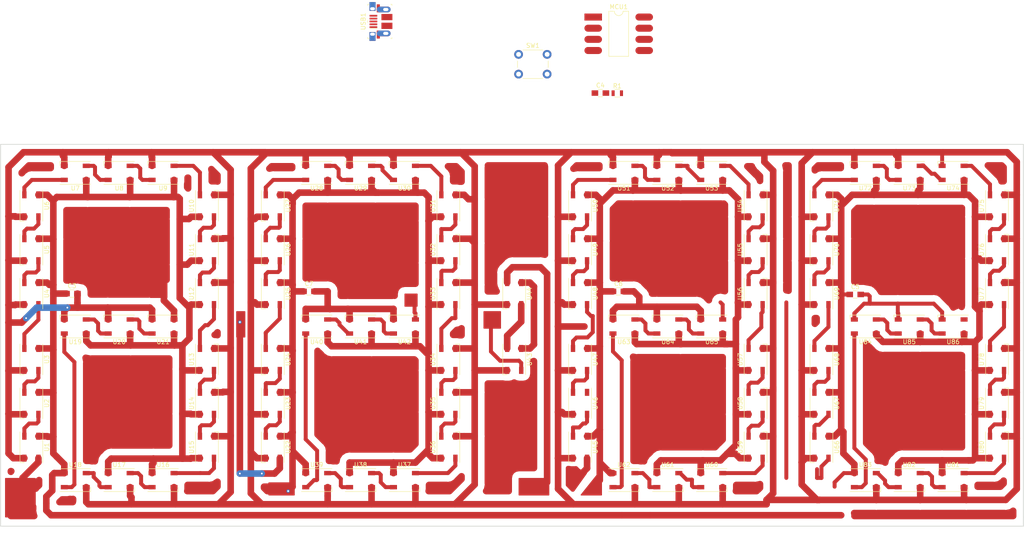
<source format=kicad_pcb>
(kicad_pcb (version 20171130) (host pcbnew "(5.0.0)")
  (layers (0 F.Cu signal) (31 B.Cu signal) (34 B.Paste user) (35 F.Paste user) (36 B.SilkS user) (37 F.SilkS user) (38 B.Mask user) (39 F.Mask user) (44 Edge.Cuts user))
  (net 0 "")
  (net 1 GND)
  (net 2 +5V)
  (net 3 RST)
  (net 4 DIN)
  (net 5 BTN)
  (net 6 "Net-(U1-Pad2)")
  (net 7 "Net-(U2-Pad2)")
  (net 8 "Net-(U3-Pad2)")
  (net 9 "Net-(U4-Pad2)")
  (net 10 "Net-(U5-Pad2)")
  (net 11 "Net-(U6-Pad2)")
  (net 12 "Net-(U7-Pad2)")
  (net 13 "Net-(U8-Pad2)")
  (net 14 "Net-(U10-Pad4)")
  (net 15 "Net-(U10-Pad2)")
  (net 16 "Net-(U11-Pad2)")
  (net 17 "Net-(U12-Pad2)")
  (net 18 "Net-(U13-Pad2)")
  (net 19 "Net-(U14-Pad2)")
  (net 20 "Net-(U15-Pad2)")
  (net 21 "Net-(U16-Pad2)")
  (net 22 "Net-(U17-Pad2)")
  (net 23 "Net-(U18-Pad2)")
  (net 24 "Net-(U19-Pad2)")
  (net 25 "Net-(U20-Pad2)")
  (net 26 "Net-(U21-Pad2)")
  (net 27 "Net-(U22-Pad2)")
  (net 28 "Net-(U23-Pad2)")
  (net 29 "Net-(U24-Pad2)")
  (net 30 "Net-(U25-Pad2)")
  (net 31 "Net-(U26-Pad2)")
  (net 32 "Net-(U27-Pad2)")
  (net 33 "Net-(U28-Pad2)")
  (net 34 "Net-(U29-Pad2)")
  (net 35 "Net-(U30-Pad2)")
  (net 36 "Net-(U31-Pad2)")
  (net 37 "Net-(U32-Pad2)")
  (net 38 "Net-(U33-Pad2)")
  (net 39 "Net-(U34-Pad2)")
  (net 40 "Net-(U35-Pad2)")
  (net 41 "Net-(U36-Pad2)")
  (net 42 "Net-(U37-Pad2)")
  (net 43 "Net-(U38-Pad2)")
  (net 44 "Net-(U39-Pad2)")
  (net 45 "Net-(U40-Pad2)")
  (net 46 "Net-(U41-Pad2)")
  (net 47 "Net-(U42-Pad2)")
  (net 48 "Net-(U43-Pad2)")
  (net 49 "Net-(U44-Pad2)")
  (net 50 "Net-(U45-Pad2)")
  (net 51 "Net-(U46-Pad2)")
  (net 52 "Net-(U47-Pad2)")
  (net 53 "Net-(U48-Pad2)")
  (net 54 "Net-(U49-Pad2)")
  (net 55 "Net-(U50-Pad2)")
  (net 56 "Net-(U51-Pad2)")
  (net 57 "Net-(U52-Pad2)")
  (net 58 "Net-(U53-Pad2)")
  (net 59 "Net-(U54-Pad2)")
  (net 60 "Net-(U55-Pad2)")
  (net 61 "Net-(U56-Pad2)")
  (net 62 "Net-(U57-Pad2)")
  (net 63 "Net-(U58-Pad2)")
  (net 64 "Net-(U59-Pad2)")
  (net 65 "Net-(U60-Pad2)")
  (net 66 "Net-(U61-Pad2)")
  (net 67 "Net-(U62-Pad2)")
  (net 68 "Net-(U63-Pad2)")
  (net 69 "Net-(U64-Pad2)")
  (net 70 "Net-(U65-Pad2)")
  (net 71 "Net-(U66-Pad2)")
  (net 72 "Net-(U67-Pad2)")
  (net 73 "Net-(U68-Pad2)")
  (net 74 "Net-(U69-Pad2)")
  (net 75 "Net-(U70-Pad2)")
  (net 76 "Net-(U71-Pad2)")
  (net 77 "Net-(U72-Pad2)")
  (net 78 "Net-(U73-Pad2)")
  (net 79 "Net-(U74-Pad2)")
  (net 80 "Net-(U75-Pad2)")
  (net 81 "Net-(U76-Pad2)")
  (net 82 "Net-(U77-Pad2)")
  (net 83 "Net-(U78-Pad2)")
  (net 84 "Net-(U79-Pad2)")
  (net 85 "Net-(U80-Pad2)")
  (net 86 "Net-(U81-Pad2)")
  (net 87 "Net-(U82-Pad2)")
  (net 88 "Net-(U83-Pad2)")
  (net 89 "Net-(U84-Pad2)")
  (net 90 "Net-(U85-Pad2)")
  (module LEDs:LED_WS2812B-PLCC4 (layer F.Cu) (at 225 102.5 180)
    (fp_text reference U84 (at 0 -3.5 180) (layer F.SilkS))
    (fp_text value WS2812B)
    (pad 1 smd rect (at -2.5 -1.6 180) (size 1.6 1) (layers F.Cu F.Paste F.Mask) (net 2 +5V))
    (pad 2 smd rect (at -2.5 1.6 180) (size 1.6 1) (layers F.Cu F.Paste F.Mask) (net 89 "Net-(U84-Pad2)"))
    (pad 4 smd rect (at 2.5 -1.6 180) (size 1.6 1) (layers F.Cu F.Paste F.Mask) (net 88 "Net-(U83-Pad2)"))
    (pad 3 smd rect (at 2.5 1.6 180) (size 1.6 1) (layers F.Cu F.Paste F.Mask) (net 1 GND))
  )
  (module Capacitors_SMD:C_0805_HandSoldering (layer F.Cu) (at 44.25 95)
    (fp_text reference C3 (at 0 -1.75) (layer F.SilkS))
    (fp_text value 0.1uF)
    (pad 2 smd rect (at 1.25 0) (size 1.5 1.25) (layers F.Cu F.Paste F.Mask) (net 1 GND))
    (pad 1 smd rect (at -1.25 0) (size 1.5 1.25) (layers F.Cu F.Paste F.Mask) (net 2 +5V))
  )
  (module Capacitors_SMD:C_0805_HandSoldering (layer F.Cu) (at 164.641001 49.316001)
    (fp_text reference C4 (at 0 -1.75) (layer F.SilkS))
    (fp_text value 0.1uF)
    (pad 1 smd rect (at -1.25 0) (size 1.5 1.25) (layers F.Cu F.Paste F.Mask) (net 2 +5V))
    (pad 2 smd rect (at 1.25 0) (size 1.5 1.25) (layers F.Cu F.Paste F.Mask) (net 1 GND))
  )
  (module Capacitors_SMD:C_0805_HandSoldering (layer F.Cu) (at 222.7 95.2)
    (fp_text reference C5 (at 0 -1.75) (layer F.SilkS))
    (fp_text value 0.1uF)
    (pad 2 smd rect (at 1.25 0) (size 1.5 1.25) (layers F.Cu F.Paste F.Mask) (net 1 GND))
    (pad 1 smd rect (at -1.25 0) (size 1.5 1.25) (layers F.Cu F.Paste F.Mask) (net 2 +5V))
  )
  (module Capacitors_SMD:C_0805_HandSoldering (layer F.Cu) (at 168.75 94.5)
    (fp_text reference C6 (at 0 -1.75) (layer F.SilkS))
    (fp_text value 0.1uF)
    (pad 1 smd rect (at -1.25 0) (size 1.5 1.25) (layers F.Cu F.Paste F.Mask) (net 2 +5V))
    (pad 2 smd rect (at 1.25 0) (size 1.5 1.25) (layers F.Cu F.Paste F.Mask) (net 1 GND))
  )
  (module Capacitors_SMD:C_0805_HandSoldering (layer F.Cu) (at 98.25 94.5)
    (fp_text reference C7 (at 0 -1.75) (layer F.SilkS))
    (fp_text value 0.1uF)
    (pad 2 smd rect (at 1.25 0) (size 1.5 1.25) (layers F.Cu F.Paste F.Mask) (net 1 GND))
    (pad 1 smd rect (at -1.25 0) (size 1.5 1.25) (layers F.Cu F.Paste F.Mask) (net 2 +5V))
  )
  (module TEST:DIP-8_W7.62mm_SMD_PADS (layer F.Cu) (at 165 32)
    (fp_text reference MCU1 (at 3.81 -2.33) (layer F.SilkS))
    (fp_text value ATtiny85-20SU)
    (pad 1 smd rect (at 0 0) (size 4 1.6) (drill (offset -2 0)) (layers F.Cu F.Paste F.Mask) (net 3 RST))
    (pad 5 smd oval (at 7.62 7.62) (size 4 1.6) (drill (offset 2 0)) (layers F.Cu F.Paste F.Mask))
    (pad 2 smd oval (at 0 2.54) (size 4 1.6) (drill (offset -2 0)) (layers F.Cu F.Paste F.Mask))
    (pad 6 smd oval (at 7.62 5.08) (size 4 1.6) (drill (offset 2 0)) (layers F.Cu F.Paste F.Mask) (net 4 DIN))
    (pad 3 smd oval (at 0 5.08) (size 4 1.6) (drill (offset -2 0)) (layers F.Cu F.Paste F.Mask))
    (pad 7 smd oval (at 7.62 2.54) (size 4 1.6) (drill (offset 2 0)) (layers F.Cu F.Paste F.Mask) (net 5 BTN))
    (pad 4 smd oval (at 0 7.62) (size 4 1.6) (drill (offset -2 0)) (layers F.Cu F.Paste F.Mask) (net 1 GND))
    (pad 8 smd oval (at 7.62 0) (size 4 1.6) (drill (offset 2 0)) (layers F.Cu F.Paste F.Mask) (net 2 +5V))
  )
  (module Resistors_SMD:R_0805 (layer F.Cu) (at 168.491001 49.346001)
    (fp_text reference R1 (at 0 -1.65) (layer F.SilkS))
    (fp_text value 10k)
    (pad 2 smd rect (at 0.95 0) (size 0.7 1.3) (layers F.Cu F.Paste F.Mask) (net 3 RST))
    (pad 1 smd rect (at -0.95 0) (size 0.7 1.3) (layers F.Cu F.Paste F.Mask) (net 2 +5V))
  )
  (module Buttons_Switches_THT:SW_PUSH_6mm (layer F.Cu) (at 146 40.5)
    (fp_text reference SW1 (at 3.25 -2) (layer F.SilkS))
    (fp_text value SW_Push)
    (pad 1 thru_hole circle (at 6.5 0 90) (size 2 2) (drill 1.1) (layers *.Cu *.Mask) (net 5 BTN))
    (pad 2 thru_hole circle (at 6.5 4.5 90) (size 2 2) (drill 1.1) (layers *.Cu *.Mask) (net 1 GND))
    (pad 1 thru_hole circle (at 0 0 90) (size 2 2) (drill 1.1) (layers *.Cu *.Mask) (net 5 BTN))
    (pad 2 thru_hole circle (at 0 4.5 90) (size 2 2) (drill 1.1) (layers *.Cu *.Mask) (net 1 GND))
  )
  (module LEDs:LED_WS2812B-PLCC4 (layer F.Cu) (at 35 130 270)
    (fp_text reference U1 (at 0 -3.5 270) (layer F.SilkS))
    (fp_text value WS2812B)
    (pad 3 smd rect (at 2.5 1.6 270) (size 1.6 1) (layers F.Cu F.Paste F.Mask) (net 1 GND))
    (pad 4 smd rect (at 2.5 -1.6 270) (size 1.6 1) (layers F.Cu F.Paste F.Mask) (net 4 DIN))
    (pad 2 smd rect (at -2.5 1.6 270) (size 1.6 1) (layers F.Cu F.Paste F.Mask) (net 6 "Net-(U1-Pad2)"))
    (pad 1 smd rect (at -2.5 -1.6 270) (size 1.6 1) (layers F.Cu F.Paste F.Mask) (net 2 +5V))
  )
  (module LEDs:LED_WS2812B-PLCC4 (layer F.Cu) (at 35 120 270)
    (fp_text reference U2 (at 0 -3.5 270) (layer F.SilkS))
    (fp_text value WS2812B)
    (pad 1 smd rect (at -2.5 -1.6 270) (size 1.6 1) (layers F.Cu F.Paste F.Mask) (net 2 +5V))
    (pad 2 smd rect (at -2.5 1.6 270) (size 1.6 1) (layers F.Cu F.Paste F.Mask) (net 7 "Net-(U2-Pad2)"))
    (pad 4 smd rect (at 2.5 -1.6 270) (size 1.6 1) (layers F.Cu F.Paste F.Mask) (net 6 "Net-(U1-Pad2)"))
    (pad 3 smd rect (at 2.5 1.6 270) (size 1.6 1) (layers F.Cu F.Paste F.Mask) (net 1 GND))
  )
  (module LEDs:LED_WS2812B-PLCC4 (layer F.Cu) (at 35 110 270)
    (fp_text reference U3 (at 0 -3.5 270) (layer F.SilkS))
    (fp_text value WS2812B)
    (pad 1 smd rect (at -2.5 -1.6 270) (size 1.6 1) (layers F.Cu F.Paste F.Mask) (net 2 +5V))
    (pad 2 smd rect (at -2.5 1.6 270) (size 1.6 1) (layers F.Cu F.Paste F.Mask) (net 8 "Net-(U3-Pad2)"))
    (pad 4 smd rect (at 2.5 -1.6 270) (size 1.6 1) (layers F.Cu F.Paste F.Mask) (net 7 "Net-(U2-Pad2)"))
    (pad 3 smd rect (at 2.5 1.6 270) (size 1.6 1) (layers F.Cu F.Paste F.Mask) (net 1 GND))
  )
  (module LEDs:LED_WS2812B-PLCC4 (layer F.Cu) (at 35 95 270)
    (fp_text reference U4 (at 0 -3.5 270) (layer F.SilkS))
    (fp_text value WS2812B)
    (pad 3 smd rect (at 2.5 1.6 270) (size 1.6 1) (layers F.Cu F.Paste F.Mask) (net 1 GND))
    (pad 4 smd rect (at 2.5 -1.6 270) (size 1.6 1) (layers F.Cu F.Paste F.Mask) (net 8 "Net-(U3-Pad2)"))
    (pad 2 smd rect (at -2.5 1.6 270) (size 1.6 1) (layers F.Cu F.Paste F.Mask) (net 9 "Net-(U4-Pad2)"))
    (pad 1 smd rect (at -2.5 -1.6 270) (size 1.6 1) (layers F.Cu F.Paste F.Mask) (net 2 +5V))
  )
  (module LEDs:LED_WS2812B-PLCC4 (layer F.Cu) (at 35 85 270)
    (fp_text reference U5 (at 0 -3.5 270) (layer F.SilkS))
    (fp_text value WS2812B)
    (pad 1 smd rect (at -2.5 -1.6 270) (size 1.6 1) (layers F.Cu F.Paste F.Mask) (net 2 +5V))
    (pad 2 smd rect (at -2.5 1.6 270) (size 1.6 1) (layers F.Cu F.Paste F.Mask) (net 10 "Net-(U5-Pad2)"))
    (pad 4 smd rect (at 2.5 -1.6 270) (size 1.6 1) (layers F.Cu F.Paste F.Mask) (net 9 "Net-(U4-Pad2)"))
    (pad 3 smd rect (at 2.5 1.6 270) (size 1.6 1) (layers F.Cu F.Paste F.Mask) (net 1 GND))
  )
  (module LEDs:LED_WS2812B-PLCC4 (layer F.Cu) (at 35 75 270)
    (fp_text reference U6 (at 0 -3.5 270) (layer F.SilkS))
    (fp_text value WS2812B)
    (pad 3 smd rect (at 2.5 1.6 270) (size 1.6 1) (layers F.Cu F.Paste F.Mask) (net 1 GND))
    (pad 4 smd rect (at 2.5 -1.6 270) (size 1.6 1) (layers F.Cu F.Paste F.Mask) (net 10 "Net-(U5-Pad2)"))
    (pad 2 smd rect (at -2.5 1.6 270) (size 1.6 1) (layers F.Cu F.Paste F.Mask) (net 11 "Net-(U6-Pad2)"))
    (pad 1 smd rect (at -2.5 -1.6 270) (size 1.6 1) (layers F.Cu F.Paste F.Mask) (net 2 +5V))
  )
  (module LEDs:LED_WS2812B-PLCC4 (layer F.Cu) (at 45 67.5 180)
    (fp_text reference U7 (at 0 -3.5 180) (layer F.SilkS))
    (fp_text value WS2812B)
    (pad 1 smd rect (at -2.5 -1.6 180) (size 1.6 1) (layers F.Cu F.Paste F.Mask) (net 2 +5V))
    (pad 2 smd rect (at -2.5 1.6 180) (size 1.6 1) (layers F.Cu F.Paste F.Mask) (net 12 "Net-(U7-Pad2)"))
    (pad 4 smd rect (at 2.5 -1.6 180) (size 1.6 1) (layers F.Cu F.Paste F.Mask) (net 11 "Net-(U6-Pad2)"))
    (pad 3 smd rect (at 2.5 1.6 180) (size 1.6 1) (layers F.Cu F.Paste F.Mask) (net 1 GND))
  )
  (module LEDs:LED_WS2812B-PLCC4 (layer F.Cu) (at 55 67.5 180)
    (fp_text reference U8 (at 0 -3.5 180) (layer F.SilkS))
    (fp_text value WS2812B)
    (pad 3 smd rect (at 2.5 1.6 180) (size 1.6 1) (layers F.Cu F.Paste F.Mask) (net 1 GND))
    (pad 4 smd rect (at 2.5 -1.6 180) (size 1.6 1) (layers F.Cu F.Paste F.Mask) (net 12 "Net-(U7-Pad2)"))
    (pad 2 smd rect (at -2.5 1.6 180) (size 1.6 1) (layers F.Cu F.Paste F.Mask) (net 13 "Net-(U8-Pad2)"))
    (pad 1 smd rect (at -2.5 -1.6 180) (size 1.6 1) (layers F.Cu F.Paste F.Mask) (net 2 +5V))
  )
  (module LEDs:LED_WS2812B-PLCC4 (layer F.Cu) (at 65 67.5 180)
    (fp_text reference U9 (at 0 -3.5 180) (layer F.SilkS))
    (fp_text value WS2812B)
    (pad 1 smd rect (at -2.5 -1.6 180) (size 1.6 1) (layers F.Cu F.Paste F.Mask) (net 2 +5V))
    (pad 2 smd rect (at -2.5 1.6 180) (size 1.6 1) (layers F.Cu F.Paste F.Mask) (net 14 "Net-(U10-Pad4)"))
    (pad 4 smd rect (at 2.5 -1.6 180) (size 1.6 1) (layers F.Cu F.Paste F.Mask) (net 13 "Net-(U8-Pad2)"))
    (pad 3 smd rect (at 2.5 1.6 180) (size 1.6 1) (layers F.Cu F.Paste F.Mask) (net 1 GND))
  )
  (module LEDs:LED_WS2812B-PLCC4 (layer F.Cu) (at 75 75 90)
    (fp_text reference U10 (at 0 -3.5 90) (layer F.SilkS))
    (fp_text value WS2812B)
    (pad 3 smd rect (at 2.5 1.6 90) (size 1.6 1) (layers F.Cu F.Paste F.Mask) (net 1 GND))
    (pad 4 smd rect (at 2.5 -1.6 90) (size 1.6 1) (layers F.Cu F.Paste F.Mask) (net 14 "Net-(U10-Pad4)"))
    (pad 2 smd rect (at -2.5 1.6 90) (size 1.6 1) (layers F.Cu F.Paste F.Mask) (net 15 "Net-(U10-Pad2)"))
    (pad 1 smd rect (at -2.5 -1.6 90) (size 1.6 1) (layers F.Cu F.Paste F.Mask) (net 2 +5V))
  )
  (module LEDs:LED_WS2812B-PLCC4 (layer F.Cu) (at 75 85 90)
    (fp_text reference U11 (at 0 -3.5 90) (layer F.SilkS))
    (fp_text value WS2812B)
    (pad 3 smd rect (at 2.5 1.6 90) (size 1.6 1) (layers F.Cu F.Paste F.Mask) (net 1 GND))
    (pad 4 smd rect (at 2.5 -1.6 90) (size 1.6 1) (layers F.Cu F.Paste F.Mask) (net 15 "Net-(U10-Pad2)"))
    (pad 2 smd rect (at -2.5 1.6 90) (size 1.6 1) (layers F.Cu F.Paste F.Mask) (net 16 "Net-(U11-Pad2)"))
    (pad 1 smd rect (at -2.5 -1.6 90) (size 1.6 1) (layers F.Cu F.Paste F.Mask) (net 2 +5V))
  )
  (module LEDs:LED_WS2812B-PLCC4 (layer F.Cu) (at 75 95 90)
    (fp_text reference U12 (at 0 -3.5 90) (layer F.SilkS))
    (fp_text value WS2812B)
    (pad 1 smd rect (at -2.5 -1.6 90) (size 1.6 1) (layers F.Cu F.Paste F.Mask) (net 2 +5V))
    (pad 2 smd rect (at -2.5 1.6 90) (size 1.6 1) (layers F.Cu F.Paste F.Mask) (net 17 "Net-(U12-Pad2)"))
    (pad 4 smd rect (at 2.5 -1.6 90) (size 1.6 1) (layers F.Cu F.Paste F.Mask) (net 16 "Net-(U11-Pad2)"))
    (pad 3 smd rect (at 2.5 1.6 90) (size 1.6 1) (layers F.Cu F.Paste F.Mask) (net 1 GND))
  )
  (module LEDs:LED_WS2812B-PLCC4 (layer F.Cu) (at 75 110 90)
    (fp_text reference U13 (at 0 -3.5 90) (layer F.SilkS))
    (fp_text value WS2812B)
    (pad 3 smd rect (at 2.5 1.6 90) (size 1.6 1) (layers F.Cu F.Paste F.Mask) (net 1 GND))
    (pad 4 smd rect (at 2.5 -1.6 90) (size 1.6 1) (layers F.Cu F.Paste F.Mask) (net 17 "Net-(U12-Pad2)"))
    (pad 2 smd rect (at -2.5 1.6 90) (size 1.6 1) (layers F.Cu F.Paste F.Mask) (net 18 "Net-(U13-Pad2)"))
    (pad 1 smd rect (at -2.5 -1.6 90) (size 1.6 1) (layers F.Cu F.Paste F.Mask) (net 2 +5V))
  )
  (module LEDs:LED_WS2812B-PLCC4 (layer F.Cu) (at 75 120 90)
    (fp_text reference U14 (at 0 -3.5 90) (layer F.SilkS))
    (fp_text value WS2812B)
    (pad 1 smd rect (at -2.5 -1.6 90) (size 1.6 1) (layers F.Cu F.Paste F.Mask) (net 2 +5V))
    (pad 2 smd rect (at -2.5 1.6 90) (size 1.6 1) (layers F.Cu F.Paste F.Mask) (net 19 "Net-(U14-Pad2)"))
    (pad 4 smd rect (at 2.5 -1.6 90) (size 1.6 1) (layers F.Cu F.Paste F.Mask) (net 18 "Net-(U13-Pad2)"))
    (pad 3 smd rect (at 2.5 1.6 90) (size 1.6 1) (layers F.Cu F.Paste F.Mask) (net 1 GND))
  )
  (module LEDs:LED_WS2812B-PLCC4 (layer F.Cu) (at 75 130 90)
    (fp_text reference U15 (at 0 -3.5 90) (layer F.SilkS))
    (fp_text value WS2812B)
    (pad 3 smd rect (at 2.5 1.6 90) (size 1.6 1) (layers F.Cu F.Paste F.Mask) (net 1 GND))
    (pad 4 smd rect (at 2.5 -1.6 90) (size 1.6 1) (layers F.Cu F.Paste F.Mask) (net 19 "Net-(U14-Pad2)"))
    (pad 2 smd rect (at -2.5 1.6 90) (size 1.6 1) (layers F.Cu F.Paste F.Mask) (net 20 "Net-(U15-Pad2)"))
    (pad 1 smd rect (at -2.5 -1.6 90) (size 1.6 1) (layers F.Cu F.Paste F.Mask) (net 2 +5V))
  )
  (module LEDs:LED_WS2812B-PLCC4 (layer F.Cu) (at 65 137.5)
    (fp_text reference U16 (at 0 -3.5) (layer F.SilkS))
    (fp_text value WS2812B)
    (pad 1 smd rect (at -2.5 -1.6) (size 1.6 1) (layers F.Cu F.Paste F.Mask) (net 2 +5V))
    (pad 2 smd rect (at -2.5 1.6) (size 1.6 1) (layers F.Cu F.Paste F.Mask) (net 21 "Net-(U16-Pad2)"))
    (pad 4 smd rect (at 2.5 -1.6) (size 1.6 1) (layers F.Cu F.Paste F.Mask) (net 20 "Net-(U15-Pad2)"))
    (pad 3 smd rect (at 2.5 1.6) (size 1.6 1) (layers F.Cu F.Paste F.Mask) (net 1 GND))
  )
  (module LEDs:LED_WS2812B-PLCC4 (layer F.Cu) (at 55 137.5)
    (fp_text reference U17 (at 0 -3.5) (layer F.SilkS))
    (fp_text value WS2812B)
    (pad 3 smd rect (at 2.5 1.6) (size 1.6 1) (layers F.Cu F.Paste F.Mask) (net 1 GND))
    (pad 4 smd rect (at 2.5 -1.6) (size 1.6 1) (layers F.Cu F.Paste F.Mask) (net 21 "Net-(U16-Pad2)"))
    (pad 2 smd rect (at -2.5 1.6) (size 1.6 1) (layers F.Cu F.Paste F.Mask) (net 22 "Net-(U17-Pad2)"))
    (pad 1 smd rect (at -2.5 -1.6) (size 1.6 1) (layers F.Cu F.Paste F.Mask) (net 2 +5V))
  )
  (module LEDs:LED_WS2812B-PLCC4 (layer F.Cu) (at 45 137.5)
    (fp_text reference U18 (at 0 -3.5) (layer F.SilkS))
    (fp_text value WS2812B)
    (pad 1 smd rect (at -2.5 -1.6) (size 1.6 1) (layers F.Cu F.Paste F.Mask) (net 2 +5V))
    (pad 2 smd rect (at -2.5 1.6) (size 1.6 1) (layers F.Cu F.Paste F.Mask) (net 23 "Net-(U18-Pad2)"))
    (pad 4 smd rect (at 2.5 -1.6) (size 1.6 1) (layers F.Cu F.Paste F.Mask) (net 22 "Net-(U17-Pad2)"))
    (pad 3 smd rect (at 2.5 1.6) (size 1.6 1) (layers F.Cu F.Paste F.Mask) (net 1 GND))
  )
  (module LEDs:LED_WS2812B-PLCC4 (layer F.Cu) (at 45 102.5 180)
    (fp_text reference U19 (at 0 -3.5 180) (layer F.SilkS))
    (fp_text value WS2812B)
    (pad 3 smd rect (at 2.5 1.6 180) (size 1.6 1) (layers F.Cu F.Paste F.Mask) (net 1 GND))
    (pad 4 smd rect (at 2.5 -1.6 180) (size 1.6 1) (layers F.Cu F.Paste F.Mask) (net 23 "Net-(U18-Pad2)"))
    (pad 2 smd rect (at -2.5 1.6 180) (size 1.6 1) (layers F.Cu F.Paste F.Mask) (net 24 "Net-(U19-Pad2)"))
    (pad 1 smd rect (at -2.5 -1.6 180) (size 1.6 1) (layers F.Cu F.Paste F.Mask) (net 2 +5V))
  )
  (module LEDs:LED_WS2812B-PLCC4 (layer F.Cu) (at 55 102.5 180)
    (fp_text reference U20 (at 0 -3.5 180) (layer F.SilkS))
    (fp_text value WS2812B)
    (pad 1 smd rect (at -2.5 -1.6 180) (size 1.6 1) (layers F.Cu F.Paste F.Mask) (net 2 +5V))
    (pad 2 smd rect (at -2.5 1.6 180) (size 1.6 1) (layers F.Cu F.Paste F.Mask) (net 25 "Net-(U20-Pad2)"))
    (pad 4 smd rect (at 2.5 -1.6 180) (size 1.6 1) (layers F.Cu F.Paste F.Mask) (net 24 "Net-(U19-Pad2)"))
    (pad 3 smd rect (at 2.5 1.6 180) (size 1.6 1) (layers F.Cu F.Paste F.Mask) (net 1 GND))
  )
  (module LEDs:LED_WS2812B-PLCC4 (layer F.Cu) (at 65 102.5 180)
    (fp_text reference U21 (at 0 -3.5 180) (layer F.SilkS))
    (fp_text value WS2812B)
    (pad 1 smd rect (at -2.5 -1.6 180) (size 1.6 1) (layers F.Cu F.Paste F.Mask) (net 2 +5V))
    (pad 2 smd rect (at -2.5 1.6 180) (size 1.6 1) (layers F.Cu F.Paste F.Mask) (net 26 "Net-(U21-Pad2)"))
    (pad 4 smd rect (at 2.5 -1.6 180) (size 1.6 1) (layers F.Cu F.Paste F.Mask) (net 25 "Net-(U20-Pad2)"))
    (pad 3 smd rect (at 2.5 1.6 180) (size 1.6 1) (layers F.Cu F.Paste F.Mask) (net 1 GND))
  )
  (module LEDs:LED_WS2812B-PLCC4 (layer F.Cu) (at 90 130 270)
    (fp_text reference U22 (at 0 -3.5 270) (layer F.SilkS))
    (fp_text value WS2812B)
    (pad 3 smd rect (at 2.5 1.6 270) (size 1.6 1) (layers F.Cu F.Paste F.Mask) (net 1 GND))
    (pad 4 smd rect (at 2.5 -1.6 270) (size 1.6 1) (layers F.Cu F.Paste F.Mask) (net 26 "Net-(U21-Pad2)"))
    (pad 2 smd rect (at -2.5 1.6 270) (size 1.6 1) (layers F.Cu F.Paste F.Mask) (net 27 "Net-(U22-Pad2)"))
    (pad 1 smd rect (at -2.5 -1.6 270) (size 1.6 1) (layers F.Cu F.Paste F.Mask) (net 2 +5V))
  )
  (module LEDs:LED_WS2812B-PLCC4 (layer F.Cu) (at 90 120 270)
    (fp_text reference U23 (at 0 -3.5 270) (layer F.SilkS))
    (fp_text value WS2812B)
    (pad 1 smd rect (at -2.5 -1.6 270) (size 1.6 1) (layers F.Cu F.Paste F.Mask) (net 2 +5V))
    (pad 2 smd rect (at -2.5 1.6 270) (size 1.6 1) (layers F.Cu F.Paste F.Mask) (net 28 "Net-(U23-Pad2)"))
    (pad 4 smd rect (at 2.5 -1.6 270) (size 1.6 1) (layers F.Cu F.Paste F.Mask) (net 27 "Net-(U22-Pad2)"))
    (pad 3 smd rect (at 2.5 1.6 270) (size 1.6 1) (layers F.Cu F.Paste F.Mask) (net 1 GND))
  )
  (module LEDs:LED_WS2812B-PLCC4 (layer F.Cu) (at 90 110 270)
    (fp_text reference U24 (at 0 -3.5 270) (layer F.SilkS))
    (fp_text value WS2812B)
    (pad 3 smd rect (at 2.5 1.6 270) (size 1.6 1) (layers F.Cu F.Paste F.Mask) (net 1 GND))
    (pad 4 smd rect (at 2.5 -1.6 270) (size 1.6 1) (layers F.Cu F.Paste F.Mask) (net 28 "Net-(U23-Pad2)"))
    (pad 2 smd rect (at -2.5 1.6 270) (size 1.6 1) (layers F.Cu F.Paste F.Mask) (net 29 "Net-(U24-Pad2)"))
    (pad 1 smd rect (at -2.5 -1.6 270) (size 1.6 1) (layers F.Cu F.Paste F.Mask) (net 2 +5V))
  )
  (module LEDs:LED_WS2812B-PLCC4 (layer F.Cu) (at 90 95 270)
    (fp_text reference U25 (at 0 -3.5 270) (layer F.SilkS))
    (fp_text value WS2812B)
    (pad 1 smd rect (at -2.5 -1.6 270) (size 1.6 1) (layers F.Cu F.Paste F.Mask) (net 2 +5V))
    (pad 2 smd rect (at -2.5 1.6 270) (size 1.6 1) (layers F.Cu F.Paste F.Mask) (net 30 "Net-(U25-Pad2)"))
    (pad 4 smd rect (at 2.5 -1.6 270) (size 1.6 1) (layers F.Cu F.Paste F.Mask) (net 29 "Net-(U24-Pad2)"))
    (pad 3 smd rect (at 2.5 1.6 270) (size 1.6 1) (layers F.Cu F.Paste F.Mask) (net 1 GND))
  )
  (module LEDs:LED_WS2812B-PLCC4 (layer F.Cu) (at 90 85 270)
    (fp_text reference U26 (at 0 -3.5 270) (layer F.SilkS))
    (fp_text value WS2812B)
    (pad 3 smd rect (at 2.5 1.6 270) (size 1.6 1) (layers F.Cu F.Paste F.Mask) (net 1 GND))
    (pad 4 smd rect (at 2.5 -1.6 270) (size 1.6 1) (layers F.Cu F.Paste F.Mask) (net 30 "Net-(U25-Pad2)"))
    (pad 2 smd rect (at -2.5 1.6 270) (size 1.6 1) (layers F.Cu F.Paste F.Mask) (net 31 "Net-(U26-Pad2)"))
    (pad 1 smd rect (at -2.5 -1.6 270) (size 1.6 1) (layers F.Cu F.Paste F.Mask) (net 2 +5V))
  )
  (module LEDs:LED_WS2812B-PLCC4 (layer F.Cu) (at 90 75 270)
    (fp_text reference U27 (at 0 -3.5 270) (layer F.SilkS))
    (fp_text value WS2812B)
    (pad 1 smd rect (at -2.5 -1.6 270) (size 1.6 1) (layers F.Cu F.Paste F.Mask) (net 2 +5V))
    (pad 2 smd rect (at -2.5 1.6 270) (size 1.6 1) (layers F.Cu F.Paste F.Mask) (net 32 "Net-(U27-Pad2)"))
    (pad 4 smd rect (at 2.5 -1.6 270) (size 1.6 1) (layers F.Cu F.Paste F.Mask) (net 31 "Net-(U26-Pad2)"))
    (pad 3 smd rect (at 2.5 1.6 270) (size 1.6 1) (layers F.Cu F.Paste F.Mask) (net 1 GND))
  )
  (module LEDs:LED_WS2812B-PLCC4 (layer F.Cu) (at 100 67.5 180)
    (fp_text reference U28 (at 0 -3.5 180) (layer F.SilkS))
    (fp_text value WS2812B)
    (pad 3 smd rect (at 2.5 1.6 180) (size 1.6 1) (layers F.Cu F.Paste F.Mask) (net 1 GND))
    (pad 4 smd rect (at 2.5 -1.6 180) (size 1.6 1) (layers F.Cu F.Paste F.Mask) (net 32 "Net-(U27-Pad2)"))
    (pad 2 smd rect (at -2.5 1.6 180) (size 1.6 1) (layers F.Cu F.Paste F.Mask) (net 33 "Net-(U28-Pad2)"))
    (pad 1 smd rect (at -2.5 -1.6 180) (size 1.6 1) (layers F.Cu F.Paste F.Mask) (net 2 +5V))
  )
  (module LEDs:LED_WS2812B-PLCC4 (layer F.Cu) (at 110 67.5 180)
    (fp_text reference U29 (at 0 -3.5 180) (layer F.SilkS))
    (fp_text value WS2812B)
    (pad 1 smd rect (at -2.5 -1.6 180) (size 1.6 1) (layers F.Cu F.Paste F.Mask) (net 2 +5V))
    (pad 2 smd rect (at -2.5 1.6 180) (size 1.6 1) (layers F.Cu F.Paste F.Mask) (net 34 "Net-(U29-Pad2)"))
    (pad 4 smd rect (at 2.5 -1.6 180) (size 1.6 1) (layers F.Cu F.Paste F.Mask) (net 33 "Net-(U28-Pad2)"))
    (pad 3 smd rect (at 2.5 1.6 180) (size 1.6 1) (layers F.Cu F.Paste F.Mask) (net 1 GND))
  )
  (module LEDs:LED_WS2812B-PLCC4 (layer F.Cu) (at 120 67.5 180)
    (fp_text reference U30 (at 0 -3.5 180) (layer F.SilkS))
    (fp_text value WS2812B)
    (pad 3 smd rect (at 2.5 1.6 180) (size 1.6 1) (layers F.Cu F.Paste F.Mask) (net 1 GND))
    (pad 4 smd rect (at 2.5 -1.6 180) (size 1.6 1) (layers F.Cu F.Paste F.Mask) (net 34 "Net-(U29-Pad2)"))
    (pad 2 smd rect (at -2.5 1.6 180) (size 1.6 1) (layers F.Cu F.Paste F.Mask) (net 35 "Net-(U30-Pad2)"))
    (pad 1 smd rect (at -2.5 -1.6 180) (size 1.6 1) (layers F.Cu F.Paste F.Mask) (net 2 +5V))
  )
  (module LEDs:LED_WS2812B-PLCC4 (layer F.Cu) (at 130 75 90)
    (fp_text reference U31 (at 0 -3.5 90) (layer F.SilkS))
    (fp_text value WS2812B)
    (pad 1 smd rect (at -2.5 -1.6 90) (size 1.6 1) (layers F.Cu F.Paste F.Mask) (net 2 +5V))
    (pad 2 smd rect (at -2.5 1.6 90) (size 1.6 1) (layers F.Cu F.Paste F.Mask) (net 36 "Net-(U31-Pad2)"))
    (pad 4 smd rect (at 2.5 -1.6 90) (size 1.6 1) (layers F.Cu F.Paste F.Mask) (net 35 "Net-(U30-Pad2)"))
    (pad 3 smd rect (at 2.5 1.6 90) (size 1.6 1) (layers F.Cu F.Paste F.Mask) (net 1 GND))
  )
  (module LEDs:LED_WS2812B-PLCC4 (layer F.Cu) (at 130 85 90)
    (fp_text reference U32 (at 0 -3.5 90) (layer F.SilkS))
    (fp_text value WS2812B)
    (pad 3 smd rect (at 2.5 1.6 90) (size 1.6 1) (layers F.Cu F.Paste F.Mask) (net 1 GND))
    (pad 4 smd rect (at 2.5 -1.6 90) (size 1.6 1) (layers F.Cu F.Paste F.Mask) (net 36 "Net-(U31-Pad2)"))
    (pad 2 smd rect (at -2.5 1.6 90) (size 1.6 1) (layers F.Cu F.Paste F.Mask) (net 37 "Net-(U32-Pad2)"))
    (pad 1 smd rect (at -2.5 -1.6 90) (size 1.6 1) (layers F.Cu F.Paste F.Mask) (net 2 +5V))
  )
  (module LEDs:LED_WS2812B-PLCC4 (layer F.Cu) (at 130 95 90)
    (fp_text reference U33 (at 0 -3.5 90) (layer F.SilkS))
    (fp_text value WS2812B)
    (pad 1 smd rect (at -2.5 -1.6 90) (size 1.6 1) (layers F.Cu F.Paste F.Mask) (net 2 +5V))
    (pad 2 smd rect (at -2.5 1.6 90) (size 1.6 1) (layers F.Cu F.Paste F.Mask) (net 38 "Net-(U33-Pad2)"))
    (pad 4 smd rect (at 2.5 -1.6 90) (size 1.6 1) (layers F.Cu F.Paste F.Mask) (net 37 "Net-(U32-Pad2)"))
    (pad 3 smd rect (at 2.5 1.6 90) (size 1.6 1) (layers F.Cu F.Paste F.Mask) (net 1 GND))
  )
  (module LEDs:LED_WS2812B-PLCC4 (layer F.Cu) (at 130 110 90)
    (fp_text reference U34 (at 0 -3.5 90) (layer F.SilkS))
    (fp_text value WS2812B)
    (pad 3 smd rect (at 2.5 1.6 90) (size 1.6 1) (layers F.Cu F.Paste F.Mask) (net 1 GND))
    (pad 4 smd rect (at 2.5 -1.6 90) (size 1.6 1) (layers F.Cu F.Paste F.Mask) (net 38 "Net-(U33-Pad2)"))
    (pad 2 smd rect (at -2.5 1.6 90) (size 1.6 1) (layers F.Cu F.Paste F.Mask) (net 39 "Net-(U34-Pad2)"))
    (pad 1 smd rect (at -2.5 -1.6 90) (size 1.6 1) (layers F.Cu F.Paste F.Mask) (net 2 +5V))
  )
  (module LEDs:LED_WS2812B-PLCC4 (layer F.Cu) (at 130 120 90)
    (fp_text reference U35 (at 0 -3.5 90) (layer F.SilkS))
    (fp_text value WS2812B)
    (pad 1 smd rect (at -2.5 -1.6 90) (size 1.6 1) (layers F.Cu F.Paste F.Mask) (net 2 +5V))
    (pad 2 smd rect (at -2.5 1.6 90) (size 1.6 1) (layers F.Cu F.Paste F.Mask) (net 40 "Net-(U35-Pad2)"))
    (pad 4 smd rect (at 2.5 -1.6 90) (size 1.6 1) (layers F.Cu F.Paste F.Mask) (net 39 "Net-(U34-Pad2)"))
    (pad 3 smd rect (at 2.5 1.6 90) (size 1.6 1) (layers F.Cu F.Paste F.Mask) (net 1 GND))
  )
  (module LEDs:LED_WS2812B-PLCC4 (layer F.Cu) (at 130 130 90)
    (fp_text reference U36 (at 0 -3.5 90) (layer F.SilkS))
    (fp_text value WS2812B)
    (pad 3 smd rect (at 2.5 1.6 90) (size 1.6 1) (layers F.Cu F.Paste F.Mask) (net 1 GND))
    (pad 4 smd rect (at 2.5 -1.6 90) (size 1.6 1) (layers F.Cu F.Paste F.Mask) (net 40 "Net-(U35-Pad2)"))
    (pad 2 smd rect (at -2.5 1.6 90) (size 1.6 1) (layers F.Cu F.Paste F.Mask) (net 41 "Net-(U36-Pad2)"))
    (pad 1 smd rect (at -2.5 -1.6 90) (size 1.6 1) (layers F.Cu F.Paste F.Mask) (net 2 +5V))
  )
  (module LEDs:LED_WS2812B-PLCC4 (layer F.Cu) (at 120 137.5)
    (fp_text reference U37 (at 0 -3.5) (layer F.SilkS))
    (fp_text value WS2812B)
    (pad 1 smd rect (at -2.5 -1.6) (size 1.6 1) (layers F.Cu F.Paste F.Mask) (net 2 +5V))
    (pad 2 smd rect (at -2.5 1.6) (size 1.6 1) (layers F.Cu F.Paste F.Mask) (net 42 "Net-(U37-Pad2)"))
    (pad 4 smd rect (at 2.5 -1.6) (size 1.6 1) (layers F.Cu F.Paste F.Mask) (net 41 "Net-(U36-Pad2)"))
    (pad 3 smd rect (at 2.5 1.6) (size 1.6 1) (layers F.Cu F.Paste F.Mask) (net 1 GND))
  )
  (module LEDs:LED_WS2812B-PLCC4 (layer F.Cu) (at 110 137.5)
    (fp_text reference U38 (at 0 -3.5) (layer F.SilkS))
    (fp_text value WS2812B)
    (pad 3 smd rect (at 2.5 1.6) (size 1.6 1) (layers F.Cu F.Paste F.Mask) (net 1 GND))
    (pad 4 smd rect (at 2.5 -1.6) (size 1.6 1) (layers F.Cu F.Paste F.Mask) (net 42 "Net-(U37-Pad2)"))
    (pad 2 smd rect (at -2.5 1.6) (size 1.6 1) (layers F.Cu F.Paste F.Mask) (net 43 "Net-(U38-Pad2)"))
    (pad 1 smd rect (at -2.5 -1.6) (size 1.6 1) (layers F.Cu F.Paste F.Mask) (net 2 +5V))
  )
  (module LEDs:LED_WS2812B-PLCC4 (layer F.Cu) (at 100 137.5)
    (fp_text reference U39 (at 0 -3.5) (layer F.SilkS))
    (fp_text value WS2812B)
    (pad 1 smd rect (at -2.5 -1.6) (size 1.6 1) (layers F.Cu F.Paste F.Mask) (net 2 +5V))
    (pad 2 smd rect (at -2.5 1.6) (size 1.6 1) (layers F.Cu F.Paste F.Mask) (net 44 "Net-(U39-Pad2)"))
    (pad 4 smd rect (at 2.5 -1.6) (size 1.6 1) (layers F.Cu F.Paste F.Mask) (net 43 "Net-(U38-Pad2)"))
    (pad 3 smd rect (at 2.5 1.6) (size 1.6 1) (layers F.Cu F.Paste F.Mask) (net 1 GND))
  )
  (module LEDs:LED_WS2812B-PLCC4 (layer F.Cu) (at 100 102.5 180)
    (fp_text reference U40 (at 0 -3.5 180) (layer F.SilkS))
    (fp_text value WS2812B)
    (pad 3 smd rect (at 2.5 1.6 180) (size 1.6 1) (layers F.Cu F.Paste F.Mask) (net 1 GND))
    (pad 4 smd rect (at 2.5 -1.6 180) (size 1.6 1) (layers F.Cu F.Paste F.Mask) (net 44 "Net-(U39-Pad2)"))
    (pad 2 smd rect (at -2.5 1.6 180) (size 1.6 1) (layers F.Cu F.Paste F.Mask) (net 45 "Net-(U40-Pad2)"))
    (pad 1 smd rect (at -2.5 -1.6 180) (size 1.6 1) (layers F.Cu F.Paste F.Mask) (net 2 +5V))
  )
  (module "DigiKey Library:USB_Micro_B_Female_10103594-0001LF" (layer F.Cu) (at 115.75 33 90)
    (fp_text reference USB1 (at 0 -5.13 90) (layer F.SilkS))
    (fp_text value USB_B_Micro)
    (pad SH smd rect (at 1 0.25 90) (size 1.425 2.5) (layers F.Cu F.Paste F.Mask))
    (pad SH smd rect (at -2.99 -1.71 90) (size 1.825 0.7) (layers F.Cu F.Paste F.Mask))
    (pad SH thru_hole oval (at -2.725 0 90) (size 1.3 3.15) (drill oval 0.7 1.2 (offset 0 -0.48)) (layers *.Cu *.Mask))
    (pad SH thru_hole rect (at -2.9 -3.03 90) (size 2 1.4) (drill oval 0.7 1.05 (offset -0.525 0)) (layers *.Cu *.Mask))
    (pad 1 smd rect (at -1.3 -2.825 90) (size 0.4 1.75) (layers F.Cu F.Paste F.Mask) (net 2 +5V))
    (pad SH thru_hole rect (at 2.9 -3.03 90) (size 2 1.4) (drill oval 0.7 1.05 (offset 0.525 0)) (layers *.Cu *.Mask))
    (pad 2 smd rect (at -0.65 -2.825 90) (size 0.4 1.75) (layers F.Cu F.Paste F.Mask))
    (pad 3 smd rect (at 0 -2.825 90) (size 0.4 1.75) (layers F.Cu F.Paste F.Mask))
    (pad 4 smd rect (at 0.65 -2.825 90) (size 0.4 1.75) (layers F.Cu F.Paste F.Mask))
    (pad 5 smd rect (at 1.3 -2.825 90) (size 0.4 1.75) (layers F.Cu F.Paste F.Mask) (net 1 GND))
    (pad SH thru_hole oval (at 2.725 0 90) (size 1.3 3.15) (drill oval 0.7 1.2 (offset 0 -0.48)) (layers *.Cu *.Mask))
    (pad SH smd rect (at 2.99 -1.71 90) (size 1.825 0.7) (layers F.Cu F.Paste F.Mask))
    (pad SH smd rect (at -1 0.25 90) (size 1.425 2.5) (layers F.Cu F.Paste F.Mask))
  )
  (module LEDs:LED_WS2812B-PLCC4 (layer F.Cu) (at 110 102.5 180)
    (fp_text reference U41 (at 0 -3.5 180) (layer F.SilkS))
    (fp_text value WS2812B)
    (pad 1 smd rect (at -2.5 -1.6 180) (size 1.6 1) (layers F.Cu F.Paste F.Mask) (net 2 +5V))
    (pad 2 smd rect (at -2.5 1.6 180) (size 1.6 1) (layers F.Cu F.Paste F.Mask) (net 46 "Net-(U41-Pad2)"))
    (pad 4 smd rect (at 2.5 -1.6 180) (size 1.6 1) (layers F.Cu F.Paste F.Mask) (net 45 "Net-(U40-Pad2)"))
    (pad 3 smd rect (at 2.5 1.6 180) (size 1.6 1) (layers F.Cu F.Paste F.Mask) (net 1 GND))
  )
  (module LEDs:LED_WS2812B-PLCC4 (layer F.Cu) (at 120 102.5 180)
    (fp_text reference U42 (at 0 -3.5 180) (layer F.SilkS))
    (fp_text value WS2812B)
    (pad 3 smd rect (at 2.5 1.6 180) (size 1.6 1) (layers F.Cu F.Paste F.Mask) (net 1 GND))
    (pad 4 smd rect (at 2.5 -1.6 180) (size 1.6 1) (layers F.Cu F.Paste F.Mask) (net 46 "Net-(U41-Pad2)"))
    (pad 2 smd rect (at -2.5 1.6 180) (size 1.6 1) (layers F.Cu F.Paste F.Mask) (net 47 "Net-(U42-Pad2)"))
    (pad 1 smd rect (at -2.5 -1.6 180) (size 1.6 1) (layers F.Cu F.Paste F.Mask) (net 2 +5V))
  )
  (module LEDs:LED_WS2812B-PLCC4 (layer F.Cu) (at 145 110 270)
    (fp_text reference U43 (at 0 -3.5 270) (layer F.SilkS))
    (fp_text value WS2812B)
    (pad 1 smd rect (at -2.5 -1.6 270) (size 1.6 1) (layers F.Cu F.Paste F.Mask) (net 2 +5V))
    (pad 2 smd rect (at -2.5 1.6 270) (size 1.6 1) (layers F.Cu F.Paste F.Mask) (net 48 "Net-(U43-Pad2)"))
    (pad 4 smd rect (at 2.5 -1.6 270) (size 1.6 1) (layers F.Cu F.Paste F.Mask) (net 47 "Net-(U42-Pad2)"))
    (pad 3 smd rect (at 2.5 1.6 270) (size 1.6 1) (layers F.Cu F.Paste F.Mask) (net 1 GND))
  )
  (module LEDs:LED_WS2812B-PLCC4 (layer F.Cu) (at 145 95 270)
    (fp_text reference U44 (at 0 -3.5 270) (layer F.SilkS))
    (fp_text value WS2812B)
    (pad 3 smd rect (at 2.5 1.6 270) (size 1.6 1) (layers F.Cu F.Paste F.Mask) (net 1 GND))
    (pad 4 smd rect (at 2.5 -1.6 270) (size 1.6 1) (layers F.Cu F.Paste F.Mask) (net 48 "Net-(U43-Pad2)"))
    (pad 2 smd rect (at -2.5 1.6 270) (size 1.6 1) (layers F.Cu F.Paste F.Mask) (net 49 "Net-(U44-Pad2)"))
    (pad 1 smd rect (at -2.5 -1.6 270) (size 1.6 1) (layers F.Cu F.Paste F.Mask) (net 2 +5V))
  )
  (module LEDs:LED_WS2812B-PLCC4 (layer F.Cu) (at 160 130 270)
    (fp_text reference U45 (at 0 -3.5 270) (layer F.SilkS))
    (fp_text value WS2812B)
    (pad 1 smd rect (at -2.5 -1.6 270) (size 1.6 1) (layers F.Cu F.Paste F.Mask) (net 2 +5V))
    (pad 2 smd rect (at -2.5 1.6 270) (size 1.6 1) (layers F.Cu F.Paste F.Mask) (net 50 "Net-(U45-Pad2)"))
    (pad 4 smd rect (at 2.5 -1.6 270) (size 1.6 1) (layers F.Cu F.Paste F.Mask) (net 49 "Net-(U44-Pad2)"))
    (pad 3 smd rect (at 2.5 1.6 270) (size 1.6 1) (layers F.Cu F.Paste F.Mask) (net 1 GND))
  )
  (module LEDs:LED_WS2812B-PLCC4 (layer F.Cu) (at 160 120 270)
    (fp_text reference U46 (at 0 -3.5 270) (layer F.SilkS))
    (fp_text value WS2812B)
    (pad 3 smd rect (at 2.5 1.6 270) (size 1.6 1) (layers F.Cu F.Paste F.Mask) (net 1 GND))
    (pad 4 smd rect (at 2.5 -1.6 270) (size 1.6 1) (layers F.Cu F.Paste F.Mask) (net 50 "Net-(U45-Pad2)"))
    (pad 2 smd rect (at -2.5 1.6 270) (size 1.6 1) (layers F.Cu F.Paste F.Mask) (net 51 "Net-(U46-Pad2)"))
    (pad 1 smd rect (at -2.5 -1.6 270) (size 1.6 1) (layers F.Cu F.Paste F.Mask) (net 2 +5V))
  )
  (module LEDs:LED_WS2812B-PLCC4 (layer F.Cu) (at 160 110 270)
    (fp_text reference U47 (at 0 -3.5 270) (layer F.SilkS))
    (fp_text value WS2812B)
    (pad 1 smd rect (at -2.5 -1.6 270) (size 1.6 1) (layers F.Cu F.Paste F.Mask) (net 2 +5V))
    (pad 2 smd rect (at -2.5 1.6 270) (size 1.6 1) (layers F.Cu F.Paste F.Mask) (net 52 "Net-(U47-Pad2)"))
    (pad 4 smd rect (at 2.5 -1.6 270) (size 1.6 1) (layers F.Cu F.Paste F.Mask) (net 51 "Net-(U46-Pad2)"))
    (pad 3 smd rect (at 2.5 1.6 270) (size 1.6 1) (layers F.Cu F.Paste F.Mask) (net 1 GND))
  )
  (module LEDs:LED_WS2812B-PLCC4 (layer F.Cu) (at 160 95 270)
    (fp_text reference U48 (at 0 -3.5 270) (layer F.SilkS))
    (fp_text value WS2812B)
    (pad 3 smd rect (at 2.5 1.6 270) (size 1.6 1) (layers F.Cu F.Paste F.Mask) (net 1 GND))
    (pad 4 smd rect (at 2.5 -1.6 270) (size 1.6 1) (layers F.Cu F.Paste F.Mask) (net 52 "Net-(U47-Pad2)"))
    (pad 2 smd rect (at -2.5 1.6 270) (size 1.6 1) (layers F.Cu F.Paste F.Mask) (net 53 "Net-(U48-Pad2)"))
    (pad 1 smd rect (at -2.5 -1.6 270) (size 1.6 1) (layers F.Cu F.Paste F.Mask) (net 2 +5V))
  )
  (module LEDs:LED_WS2812B-PLCC4 (layer F.Cu) (at 160 85 270)
    (fp_text reference U49 (at 0 -3.5 270) (layer F.SilkS))
    (fp_text value WS2812B)
    (pad 1 smd rect (at -2.5 -1.6 270) (size 1.6 1) (layers F.Cu F.Paste F.Mask) (net 2 +5V))
    (pad 2 smd rect (at -2.5 1.6 270) (size 1.6 1) (layers F.Cu F.Paste F.Mask) (net 54 "Net-(U49-Pad2)"))
    (pad 4 smd rect (at 2.5 -1.6 270) (size 1.6 1) (layers F.Cu F.Paste F.Mask) (net 53 "Net-(U48-Pad2)"))
    (pad 3 smd rect (at 2.5 1.6 270) (size 1.6 1) (layers F.Cu F.Paste F.Mask) (net 1 GND))
  )
  (module LEDs:LED_WS2812B-PLCC4 (layer F.Cu) (at 160 75 270)
    (fp_text reference U50 (at 0 -3.5 270) (layer F.SilkS))
    (fp_text value WS2812B)
    (pad 3 smd rect (at 2.5 1.6 270) (size 1.6 1) (layers F.Cu F.Paste F.Mask) (net 1 GND))
    (pad 4 smd rect (at 2.5 -1.6 270) (size 1.6 1) (layers F.Cu F.Paste F.Mask) (net 54 "Net-(U49-Pad2)"))
    (pad 2 smd rect (at -2.5 1.6 270) (size 1.6 1) (layers F.Cu F.Paste F.Mask) (net 55 "Net-(U50-Pad2)"))
    (pad 1 smd rect (at -2.5 -1.6 270) (size 1.6 1) (layers F.Cu F.Paste F.Mask) (net 2 +5V))
  )
  (module LEDs:LED_WS2812B-PLCC4 (layer F.Cu) (at 170 67.5 180)
    (fp_text reference U51 (at 0 -3.5 180) (layer F.SilkS))
    (fp_text value WS2812B)
    (pad 1 smd rect (at -2.5 -1.6 180) (size 1.6 1) (layers F.Cu F.Paste F.Mask) (net 2 +5V))
    (pad 2 smd rect (at -2.5 1.6 180) (size 1.6 1) (layers F.Cu F.Paste F.Mask) (net 56 "Net-(U51-Pad2)"))
    (pad 4 smd rect (at 2.5 -1.6 180) (size 1.6 1) (layers F.Cu F.Paste F.Mask) (net 55 "Net-(U50-Pad2)"))
    (pad 3 smd rect (at 2.5 1.6 180) (size 1.6 1) (layers F.Cu F.Paste F.Mask) (net 1 GND))
  )
  (module LEDs:LED_WS2812B-PLCC4 (layer F.Cu) (at 180 67.5 180)
    (fp_text reference U52 (at 0 -3.5 180) (layer F.SilkS))
    (fp_text value WS2812B)
    (pad 3 smd rect (at 2.5 1.6 180) (size 1.6 1) (layers F.Cu F.Paste F.Mask) (net 1 GND))
    (pad 4 smd rect (at 2.5 -1.6 180) (size 1.6 1) (layers F.Cu F.Paste F.Mask) (net 56 "Net-(U51-Pad2)"))
    (pad 2 smd rect (at -2.5 1.6 180) (size 1.6 1) (layers F.Cu F.Paste F.Mask) (net 57 "Net-(U52-Pad2)"))
    (pad 1 smd rect (at -2.5 -1.6 180) (size 1.6 1) (layers F.Cu F.Paste F.Mask) (net 2 +5V))
  )
  (module LEDs:LED_WS2812B-PLCC4 (layer F.Cu) (at 190 67.5 180)
    (fp_text reference U53 (at 0 -3.5 180) (layer F.SilkS))
    (fp_text value WS2812B)
    (pad 1 smd rect (at -2.5 -1.6 180) (size 1.6 1) (layers F.Cu F.Paste F.Mask) (net 2 +5V))
    (pad 2 smd rect (at -2.5 1.6 180) (size 1.6 1) (layers F.Cu F.Paste F.Mask) (net 58 "Net-(U53-Pad2)"))
    (pad 4 smd rect (at 2.5 -1.6 180) (size 1.6 1) (layers F.Cu F.Paste F.Mask) (net 57 "Net-(U52-Pad2)"))
    (pad 3 smd rect (at 2.5 1.6 180) (size 1.6 1) (layers F.Cu F.Paste F.Mask) (net 1 GND))
  )
  (module LEDs:LED_WS2812B-PLCC4 (layer F.Cu) (at 200 75 90)
    (fp_text reference U54 (at 0 -3.5 90) (layer F.SilkS))
    (fp_text value WS2812B)
    (pad 1 smd rect (at -2.5 -1.6 90) (size 1.6 1) (layers F.Cu F.Paste F.Mask) (net 2 +5V))
    (pad 2 smd rect (at -2.5 1.6 90) (size 1.6 1) (layers F.Cu F.Paste F.Mask) (net 59 "Net-(U54-Pad2)"))
    (pad 4 smd rect (at 2.5 -1.6 90) (size 1.6 1) (layers F.Cu F.Paste F.Mask) (net 58 "Net-(U53-Pad2)"))
    (pad 3 smd rect (at 2.5 1.6 90) (size 1.6 1) (layers F.Cu F.Paste F.Mask) (net 1 GND))
  )
  (module LEDs:LED_WS2812B-PLCC4 (layer F.Cu) (at 200 85 90)
    (fp_text reference U55 (at 0 -3.5 90) (layer F.SilkS))
    (fp_text value WS2812B)
    (pad 3 smd rect (at 2.5 1.6 90) (size 1.6 1) (layers F.Cu F.Paste F.Mask) (net 1 GND))
    (pad 4 smd rect (at 2.5 -1.6 90) (size 1.6 1) (layers F.Cu F.Paste F.Mask) (net 59 "Net-(U54-Pad2)"))
    (pad 2 smd rect (at -2.5 1.6 90) (size 1.6 1) (layers F.Cu F.Paste F.Mask) (net 60 "Net-(U55-Pad2)"))
    (pad 1 smd rect (at -2.5 -1.6 90) (size 1.6 1) (layers F.Cu F.Paste F.Mask) (net 2 +5V))
  )
  (module LEDs:LED_WS2812B-PLCC4 (layer F.Cu) (at 200 95 90)
    (fp_text reference U56 (at 0 -3.5 90) (layer F.SilkS))
    (fp_text value WS2812B)
    (pad 1 smd rect (at -2.5 -1.6 90) (size 1.6 1) (layers F.Cu F.Paste F.Mask) (net 2 +5V))
    (pad 2 smd rect (at -2.5 1.6 90) (size 1.6 1) (layers F.Cu F.Paste F.Mask) (net 61 "Net-(U56-Pad2)"))
    (pad 4 smd rect (at 2.5 -1.6 90) (size 1.6 1) (layers F.Cu F.Paste F.Mask) (net 60 "Net-(U55-Pad2)"))
    (pad 3 smd rect (at 2.5 1.6 90) (size 1.6 1) (layers F.Cu F.Paste F.Mask) (net 1 GND))
  )
  (module LEDs:LED_WS2812B-PLCC4 (layer F.Cu) (at 200 110 90)
    (fp_text reference U57 (at 0 -3.5 90) (layer F.SilkS))
    (fp_text value WS2812B)
    (pad 3 smd rect (at 2.5 1.6 90) (size 1.6 1) (layers F.Cu F.Paste F.Mask) (net 1 GND))
    (pad 4 smd rect (at 2.5 -1.6 90) (size 1.6 1) (layers F.Cu F.Paste F.Mask) (net 61 "Net-(U56-Pad2)"))
    (pad 2 smd rect (at -2.5 1.6 90) (size 1.6 1) (layers F.Cu F.Paste F.Mask) (net 62 "Net-(U57-Pad2)"))
    (pad 1 smd rect (at -2.5 -1.6 90) (size 1.6 1) (layers F.Cu F.Paste F.Mask) (net 2 +5V))
  )
  (module LEDs:LED_WS2812B-PLCC4 (layer F.Cu) (at 200 120 90)
    (fp_text reference U58 (at 0 -3.5 90) (layer F.SilkS))
    (fp_text value WS2812B)
    (pad 1 smd rect (at -2.5 -1.6 90) (size 1.6 1) (layers F.Cu F.Paste F.Mask) (net 2 +5V))
    (pad 2 smd rect (at -2.5 1.6 90) (size 1.6 1) (layers F.Cu F.Paste F.Mask) (net 63 "Net-(U58-Pad2)"))
    (pad 4 smd rect (at 2.5 -1.6 90) (size 1.6 1) (layers F.Cu F.Paste F.Mask) (net 62 "Net-(U57-Pad2)"))
    (pad 3 smd rect (at 2.5 1.6 90) (size 1.6 1) (layers F.Cu F.Paste F.Mask) (net 1 GND))
  )
  (module LEDs:LED_WS2812B-PLCC4 (layer F.Cu) (at 200 130 90)
    (fp_text reference U59 (at 0 -3.5 90) (layer F.SilkS))
    (fp_text value WS2812B)
    (pad 1 smd rect (at -2.5 -1.6 90) (size 1.6 1) (layers F.Cu F.Paste F.Mask) (net 2 +5V))
    (pad 2 smd rect (at -2.5 1.6 90) (size 1.6 1) (layers F.Cu F.Paste F.Mask) (net 64 "Net-(U59-Pad2)"))
    (pad 4 smd rect (at 2.5 -1.6 90) (size 1.6 1) (layers F.Cu F.Paste F.Mask) (net 63 "Net-(U58-Pad2)"))
    (pad 3 smd rect (at 2.5 1.6 90) (size 1.6 1) (layers F.Cu F.Paste F.Mask) (net 1 GND))
  )
  (module LEDs:LED_WS2812B-PLCC4 (layer F.Cu) (at 190 137.5)
    (fp_text reference U60 (at 0 -3.5) (layer F.SilkS))
    (fp_text value WS2812B)
    (pad 3 smd rect (at 2.5 1.6) (size 1.6 1) (layers F.Cu F.Paste F.Mask) (net 1 GND))
    (pad 4 smd rect (at 2.5 -1.6) (size 1.6 1) (layers F.Cu F.Paste F.Mask) (net 64 "Net-(U59-Pad2)"))
    (pad 2 smd rect (at -2.5 1.6) (size 1.6 1) (layers F.Cu F.Paste F.Mask) (net 65 "Net-(U60-Pad2)"))
    (pad 1 smd rect (at -2.5 -1.6) (size 1.6 1) (layers F.Cu F.Paste F.Mask) (net 2 +5V))
  )
  (module LEDs:LED_WS2812B-PLCC4 (layer F.Cu) (at 180 137.5)
    (fp_text reference U61 (at 0 -3.5) (layer F.SilkS))
    (fp_text value WS2812B)
    (pad 1 smd rect (at -2.5 -1.6) (size 1.6 1) (layers F.Cu F.Paste F.Mask) (net 2 +5V))
    (pad 2 smd rect (at -2.5 1.6) (size 1.6 1) (layers F.Cu F.Paste F.Mask) (net 66 "Net-(U61-Pad2)"))
    (pad 4 smd rect (at 2.5 -1.6) (size 1.6 1) (layers F.Cu F.Paste F.Mask) (net 65 "Net-(U60-Pad2)"))
    (pad 3 smd rect (at 2.5 1.6) (size 1.6 1) (layers F.Cu F.Paste F.Mask) (net 1 GND))
  )
  (module LEDs:LED_WS2812B-PLCC4 (layer F.Cu) (at 170 137.5)
    (fp_text reference U62 (at 0 -3.5) (layer F.SilkS))
    (fp_text value WS2812B)
    (pad 3 smd rect (at 2.5 1.6) (size 1.6 1) (layers F.Cu F.Paste F.Mask) (net 1 GND))
    (pad 4 smd rect (at 2.5 -1.6) (size 1.6 1) (layers F.Cu F.Paste F.Mask) (net 66 "Net-(U61-Pad2)"))
    (pad 2 smd rect (at -2.5 1.6) (size 1.6 1) (layers F.Cu F.Paste F.Mask) (net 67 "Net-(U62-Pad2)"))
    (pad 1 smd rect (at -2.5 -1.6) (size 1.6 1) (layers F.Cu F.Paste F.Mask) (net 2 +5V))
  )
  (module LEDs:LED_WS2812B-PLCC4 (layer F.Cu) (at 170 102.5 180)
    (fp_text reference U63 (at 0 -3.5 180) (layer F.SilkS))
    (fp_text value WS2812B)
    (pad 1 smd rect (at -2.5 -1.6 180) (size 1.6 1) (layers F.Cu F.Paste F.Mask) (net 2 +5V))
    (pad 2 smd rect (at -2.5 1.6 180) (size 1.6 1) (layers F.Cu F.Paste F.Mask) (net 68 "Net-(U63-Pad2)"))
    (pad 4 smd rect (at 2.5 -1.6 180) (size 1.6 1) (layers F.Cu F.Paste F.Mask) (net 67 "Net-(U62-Pad2)"))
    (pad 3 smd rect (at 2.5 1.6 180) (size 1.6 1) (layers F.Cu F.Paste F.Mask) (net 1 GND))
  )
  (module LEDs:LED_WS2812B-PLCC4 (layer F.Cu) (at 180 102.5 180)
    (fp_text reference U64 (at 0 -3.5 180) (layer F.SilkS))
    (fp_text value WS2812B)
    (pad 3 smd rect (at 2.5 1.6 180) (size 1.6 1) (layers F.Cu F.Paste F.Mask) (net 1 GND))
    (pad 4 smd rect (at 2.5 -1.6 180) (size 1.6 1) (layers F.Cu F.Paste F.Mask) (net 68 "Net-(U63-Pad2)"))
    (pad 2 smd rect (at -2.5 1.6 180) (size 1.6 1) (layers F.Cu F.Paste F.Mask) (net 69 "Net-(U64-Pad2)"))
    (pad 1 smd rect (at -2.5 -1.6 180) (size 1.6 1) (layers F.Cu F.Paste F.Mask) (net 2 +5V))
  )
  (module LEDs:LED_WS2812B-PLCC4 (layer F.Cu) (at 190 102.5 180)
    (fp_text reference U65 (at 0 -3.5 180) (layer F.SilkS))
    (fp_text value WS2812B)
    (pad 1 smd rect (at -2.5 -1.6 180) (size 1.6 1) (layers F.Cu F.Paste F.Mask) (net 2 +5V))
    (pad 2 smd rect (at -2.5 1.6 180) (size 1.6 1) (layers F.Cu F.Paste F.Mask) (net 70 "Net-(U65-Pad2)"))
    (pad 4 smd rect (at 2.5 -1.6 180) (size 1.6 1) (layers F.Cu F.Paste F.Mask) (net 69 "Net-(U64-Pad2)"))
    (pad 3 smd rect (at 2.5 1.6 180) (size 1.6 1) (layers F.Cu F.Paste F.Mask) (net 1 GND))
  )
  (module LEDs:LED_WS2812B-PLCC4 (layer F.Cu) (at 215 130 270)
    (fp_text reference U66 (at 0 -3.5 270) (layer F.SilkS))
    (fp_text value WS2812B)
    (pad 3 smd rect (at 2.5 1.6 270) (size 1.6 1) (layers F.Cu F.Paste F.Mask) (net 1 GND))
    (pad 4 smd rect (at 2.5 -1.6 270) (size 1.6 1) (layers F.Cu F.Paste F.Mask) (net 70 "Net-(U65-Pad2)"))
    (pad 2 smd rect (at -2.5 1.6 270) (size 1.6 1) (layers F.Cu F.Paste F.Mask) (net 71 "Net-(U66-Pad2)"))
    (pad 1 smd rect (at -2.5 -1.6 270) (size 1.6 1) (layers F.Cu F.Paste F.Mask) (net 2 +5V))
  )
  (module LEDs:LED_WS2812B-PLCC4 (layer F.Cu) (at 215 120 270)
    (fp_text reference U67 (at 0 -3.5 270) (layer F.SilkS))
    (fp_text value WS2812B)
    (pad 1 smd rect (at -2.5 -1.6 270) (size 1.6 1) (layers F.Cu F.Paste F.Mask) (net 2 +5V))
    (pad 2 smd rect (at -2.5 1.6 270) (size 1.6 1) (layers F.Cu F.Paste F.Mask) (net 72 "Net-(U67-Pad2)"))
    (pad 4 smd rect (at 2.5 -1.6 270) (size 1.6 1) (layers F.Cu F.Paste F.Mask) (net 71 "Net-(U66-Pad2)"))
    (pad 3 smd rect (at 2.5 1.6 270) (size 1.6 1) (layers F.Cu F.Paste F.Mask) (net 1 GND))
  )
  (module LEDs:LED_WS2812B-PLCC4 (layer F.Cu) (at 215 110 270)
    (fp_text reference U68 (at 0 -3.5 270) (layer F.SilkS))
    (fp_text value WS2812B)
    (pad 3 smd rect (at 2.5 1.6 270) (size 1.6 1) (layers F.Cu F.Paste F.Mask) (net 1 GND))
    (pad 4 smd rect (at 2.5 -1.6 270) (size 1.6 1) (layers F.Cu F.Paste F.Mask) (net 72 "Net-(U67-Pad2)"))
    (pad 2 smd rect (at -2.5 1.6 270) (size 1.6 1) (layers F.Cu F.Paste F.Mask) (net 73 "Net-(U68-Pad2)"))
    (pad 1 smd rect (at -2.5 -1.6 270) (size 1.6 1) (layers F.Cu F.Paste F.Mask) (net 2 +5V))
  )
  (module LEDs:LED_WS2812B-PLCC4 (layer F.Cu) (at 215 95 270)
    (fp_text reference U69 (at 0 -3.5 270) (layer F.SilkS))
    (fp_text value WS2812B)
    (pad 1 smd rect (at -2.5 -1.6 270) (size 1.6 1) (layers F.Cu F.Paste F.Mask) (net 2 +5V))
    (pad 2 smd rect (at -2.5 1.6 270) (size 1.6 1) (layers F.Cu F.Paste F.Mask) (net 74 "Net-(U69-Pad2)"))
    (pad 4 smd rect (at 2.5 -1.6 270) (size 1.6 1) (layers F.Cu F.Paste F.Mask) (net 73 "Net-(U68-Pad2)"))
    (pad 3 smd rect (at 2.5 1.6 270) (size 1.6 1) (layers F.Cu F.Paste F.Mask) (net 1 GND))
  )
  (module LEDs:LED_WS2812B-PLCC4 (layer F.Cu) (at 215 85 270)
    (fp_text reference U70 (at 0 -3.5 270) (layer F.SilkS))
    (fp_text value WS2812B)
    (pad 1 smd rect (at -2.5 -1.6 270) (size 1.6 1) (layers F.Cu F.Paste F.Mask) (net 2 +5V))
    (pad 2 smd rect (at -2.5 1.6 270) (size 1.6 1) (layers F.Cu F.Paste F.Mask) (net 75 "Net-(U70-Pad2)"))
    (pad 4 smd rect (at 2.5 -1.6 270) (size 1.6 1) (layers F.Cu F.Paste F.Mask) (net 74 "Net-(U69-Pad2)"))
    (pad 3 smd rect (at 2.5 1.6 270) (size 1.6 1) (layers F.Cu F.Paste F.Mask) (net 1 GND))
  )
  (module LEDs:LED_WS2812B-PLCC4 (layer F.Cu) (at 215 75 270)
    (fp_text reference U71 (at 0 -3.5 270) (layer F.SilkS))
    (fp_text value WS2812B)
    (pad 3 smd rect (at 2.5 1.6 270) (size 1.6 1) (layers F.Cu F.Paste F.Mask) (net 1 GND))
    (pad 4 smd rect (at 2.5 -1.6 270) (size 1.6 1) (layers F.Cu F.Paste F.Mask) (net 75 "Net-(U70-Pad2)"))
    (pad 2 smd rect (at -2.5 1.6 270) (size 1.6 1) (layers F.Cu F.Paste F.Mask) (net 76 "Net-(U71-Pad2)"))
    (pad 1 smd rect (at -2.5 -1.6 270) (size 1.6 1) (layers F.Cu F.Paste F.Mask) (net 2 +5V))
  )
  (module LEDs:LED_WS2812B-PLCC4 (layer F.Cu) (at 225 67.5 180)
    (fp_text reference U72 (at 0 -3.5 180) (layer F.SilkS))
    (fp_text value WS2812B)
    (pad 1 smd rect (at -2.5 -1.6 180) (size 1.6 1) (layers F.Cu F.Paste F.Mask) (net 2 +5V))
    (pad 2 smd rect (at -2.5 1.6 180) (size 1.6 1) (layers F.Cu F.Paste F.Mask) (net 77 "Net-(U72-Pad2)"))
    (pad 4 smd rect (at 2.5 -1.6 180) (size 1.6 1) (layers F.Cu F.Paste F.Mask) (net 76 "Net-(U71-Pad2)"))
    (pad 3 smd rect (at 2.5 1.6 180) (size 1.6 1) (layers F.Cu F.Paste F.Mask) (net 1 GND))
  )
  (module LEDs:LED_WS2812B-PLCC4 (layer F.Cu) (at 235 67.5 180)
    (fp_text reference U73 (at 0 -3.5 180) (layer F.SilkS))
    (fp_text value WS2812B)
    (pad 3 smd rect (at 2.5 1.6 180) (size 1.6 1) (layers F.Cu F.Paste F.Mask) (net 1 GND))
    (pad 4 smd rect (at 2.5 -1.6 180) (size 1.6 1) (layers F.Cu F.Paste F.Mask) (net 77 "Net-(U72-Pad2)"))
    (pad 2 smd rect (at -2.5 1.6 180) (size 1.6 1) (layers F.Cu F.Paste F.Mask) (net 78 "Net-(U73-Pad2)"))
    (pad 1 smd rect (at -2.5 -1.6 180) (size 1.6 1) (layers F.Cu F.Paste F.Mask) (net 2 +5V))
  )
  (module LEDs:LED_WS2812B-PLCC4 (layer F.Cu) (at 245 67.5 180)
    (fp_text reference U74 (at 0 -3.5 180) (layer F.SilkS))
    (fp_text value WS2812B)
    (pad 1 smd rect (at -2.5 -1.6 180) (size 1.6 1) (layers F.Cu F.Paste F.Mask) (net 2 +5V))
    (pad 2 smd rect (at -2.5 1.6 180) (size 1.6 1) (layers F.Cu F.Paste F.Mask) (net 79 "Net-(U74-Pad2)"))
    (pad 4 smd rect (at 2.5 -1.6 180) (size 1.6 1) (layers F.Cu F.Paste F.Mask) (net 78 "Net-(U73-Pad2)"))
    (pad 3 smd rect (at 2.5 1.6 180) (size 1.6 1) (layers F.Cu F.Paste F.Mask) (net 1 GND))
  )
  (module LEDs:LED_WS2812B-PLCC4 (layer F.Cu) (at 255 75 90)
    (fp_text reference U75 (at 0 -3.5 90) (layer F.SilkS))
    (fp_text value WS2812B)
    (pad 3 smd rect (at 2.5 1.6 90) (size 1.6 1) (layers F.Cu F.Paste F.Mask) (net 1 GND))
    (pad 4 smd rect (at 2.5 -1.6 90) (size 1.6 1) (layers F.Cu F.Paste F.Mask) (net 79 "Net-(U74-Pad2)"))
    (pad 2 smd rect (at -2.5 1.6 90) (size 1.6 1) (layers F.Cu F.Paste F.Mask) (net 80 "Net-(U75-Pad2)"))
    (pad 1 smd rect (at -2.5 -1.6 90) (size 1.6 1) (layers F.Cu F.Paste F.Mask) (net 2 +5V))
  )
  (module LEDs:LED_WS2812B-PLCC4 (layer F.Cu) (at 255 85 90)
    (fp_text reference U76 (at 0 -3.5 90) (layer F.SilkS))
    (fp_text value WS2812B)
    (pad 1 smd rect (at -2.5 -1.6 90) (size 1.6 1) (layers F.Cu F.Paste F.Mask) (net 2 +5V))
    (pad 2 smd rect (at -2.5 1.6 90) (size 1.6 1) (layers F.Cu F.Paste F.Mask) (net 81 "Net-(U76-Pad2)"))
    (pad 4 smd rect (at 2.5 -1.6 90) (size 1.6 1) (layers F.Cu F.Paste F.Mask) (net 80 "Net-(U75-Pad2)"))
    (pad 3 smd rect (at 2.5 1.6 90) (size 1.6 1) (layers F.Cu F.Paste F.Mask) (net 1 GND))
  )
  (module LEDs:LED_WS2812B-PLCC4 (layer F.Cu) (at 255 95 90)
    (fp_text reference U77 (at 0 -3.5 90) (layer F.SilkS))
    (fp_text value WS2812B)
    (pad 3 smd rect (at 2.5 1.6 90) (size 1.6 1) (layers F.Cu F.Paste F.Mask) (net 1 GND))
    (pad 4 smd rect (at 2.5 -1.6 90) (size 1.6 1) (layers F.Cu F.Paste F.Mask) (net 81 "Net-(U76-Pad2)"))
    (pad 2 smd rect (at -2.5 1.6 90) (size 1.6 1) (layers F.Cu F.Paste F.Mask) (net 82 "Net-(U77-Pad2)"))
    (pad 1 smd rect (at -2.5 -1.6 90) (size 1.6 1) (layers F.Cu F.Paste F.Mask) (net 2 +5V))
  )
  (module LEDs:LED_WS2812B-PLCC4 (layer F.Cu) (at 255 110 90)
    (fp_text reference U78 (at 0 -3.5 90) (layer F.SilkS))
    (fp_text value WS2812B)
    (pad 1 smd rect (at -2.5 -1.6 90) (size 1.6 1) (layers F.Cu F.Paste F.Mask) (net 2 +5V))
    (pad 2 smd rect (at -2.5 1.6 90) (size 1.6 1) (layers F.Cu F.Paste F.Mask) (net 83 "Net-(U78-Pad2)"))
    (pad 4 smd rect (at 2.5 -1.6 90) (size 1.6 1) (layers F.Cu F.Paste F.Mask) (net 82 "Net-(U77-Pad2)"))
    (pad 3 smd rect (at 2.5 1.6 90) (size 1.6 1) (layers F.Cu F.Paste F.Mask) (net 1 GND))
  )
  (module LEDs:LED_WS2812B-PLCC4 (layer F.Cu) (at 255 120 90)
    (fp_text reference U79 (at 0 -3.5 90) (layer F.SilkS))
    (fp_text value WS2812B)
    (pad 3 smd rect (at 2.5 1.6 90) (size 1.6 1) (layers F.Cu F.Paste F.Mask) (net 1 GND))
    (pad 4 smd rect (at 2.5 -1.6 90) (size 1.6 1) (layers F.Cu F.Paste F.Mask) (net 83 "Net-(U78-Pad2)"))
    (pad 2 smd rect (at -2.5 1.6 90) (size 1.6 1) (layers F.Cu F.Paste F.Mask) (net 84 "Net-(U79-Pad2)"))
    (pad 1 smd rect (at -2.5 -1.6 90) (size 1.6 1) (layers F.Cu F.Paste F.Mask) (net 2 +5V))
  )
  (module LEDs:LED_WS2812B-PLCC4 (layer F.Cu) (at 255 130 90)
    (fp_text reference U80 (at 0 -3.5 90) (layer F.SilkS))
    (fp_text value WS2812B)
    (pad 1 smd rect (at -2.5 -1.6 90) (size 1.6 1) (layers F.Cu F.Paste F.Mask) (net 2 +5V))
    (pad 2 smd rect (at -2.5 1.6 90) (size 1.6 1) (layers F.Cu F.Paste F.Mask) (net 85 "Net-(U80-Pad2)"))
    (pad 4 smd rect (at 2.5 -1.6 90) (size 1.6 1) (layers F.Cu F.Paste F.Mask) (net 84 "Net-(U79-Pad2)"))
    (pad 3 smd rect (at 2.5 1.6 90) (size 1.6 1) (layers F.Cu F.Paste F.Mask) (net 1 GND))
  )
  (module LEDs:LED_WS2812B-PLCC4 (layer F.Cu) (at 245 137.5)
    (fp_text reference U81 (at 0 -3.5) (layer F.SilkS))
    (fp_text value WS2812B)
    (pad 3 smd rect (at 2.5 1.6) (size 1.6 1) (layers F.Cu F.Paste F.Mask) (net 1 GND))
    (pad 4 smd rect (at 2.5 -1.6) (size 1.6 1) (layers F.Cu F.Paste F.Mask) (net 85 "Net-(U80-Pad2)"))
    (pad 2 smd rect (at -2.5 1.6) (size 1.6 1) (layers F.Cu F.Paste F.Mask) (net 86 "Net-(U81-Pad2)"))
    (pad 1 smd rect (at -2.5 -1.6) (size 1.6 1) (layers F.Cu F.Paste F.Mask) (net 2 +5V))
  )
  (module LEDs:LED_WS2812B-PLCC4 (layer F.Cu) (at 235 137.5)
    (fp_text reference U82 (at 0 -3.5) (layer F.SilkS))
    (fp_text value WS2812B)
    (pad 1 smd rect (at -2.5 -1.6) (size 1.6 1) (layers F.Cu F.Paste F.Mask) (net 2 +5V))
    (pad 2 smd rect (at -2.5 1.6) (size 1.6 1) (layers F.Cu F.Paste F.Mask) (net 87 "Net-(U82-Pad2)"))
    (pad 4 smd rect (at 2.5 -1.6) (size 1.6 1) (layers F.Cu F.Paste F.Mask) (net 86 "Net-(U81-Pad2)"))
    (pad 3 smd rect (at 2.5 1.6) (size 1.6 1) (layers F.Cu F.Paste F.Mask) (net 1 GND))
  )
  (module LEDs:LED_WS2812B-PLCC4 (layer F.Cu) (at 225 137.5)
    (fp_text reference U83 (at 0 -3.5) (layer F.SilkS))
    (fp_text value WS2812B)
    (pad 3 smd rect (at 2.5 1.6) (size 1.6 1) (layers F.Cu F.Paste F.Mask) (net 1 GND))
    (pad 4 smd rect (at 2.5 -1.6) (size 1.6 1) (layers F.Cu F.Paste F.Mask) (net 87 "Net-(U82-Pad2)"))
    (pad 2 smd rect (at -2.5 1.6) (size 1.6 1) (layers F.Cu F.Paste F.Mask) (net 88 "Net-(U83-Pad2)"))
    (pad 1 smd rect (at -2.5 -1.6) (size 1.6 1) (layers F.Cu F.Paste F.Mask) (net 2 +5V))
  )
  (module LEDs:LED_WS2812B-PLCC4 (layer F.Cu) (at 235 102.5 180)
    (fp_text reference U85 (at 0 -3.5 180) (layer F.SilkS))
    (fp_text value WS2812B)
    (pad 3 smd rect (at 2.5 1.6 180) (size 1.6 1) (layers F.Cu F.Paste F.Mask) (net 1 GND))
    (pad 4 smd rect (at 2.5 -1.6 180) (size 1.6 1) (layers F.Cu F.Paste F.Mask) (net 89 "Net-(U84-Pad2)"))
    (pad 2 smd rect (at -2.5 1.6 180) (size 1.6 1) (layers F.Cu F.Paste F.Mask) (net 90 "Net-(U85-Pad2)"))
    (pad 1 smd rect (at -2.5 -1.6 180) (size 1.6 1) (layers F.Cu F.Paste F.Mask) (net 2 +5V))
  )
  (module LEDs:LED_WS2812B-PLCC4 (layer F.Cu) (at 245 102.5 180)
    (fp_text reference U86 (at 0 -3.5 180) (layer F.SilkS))
    (fp_text value WS2812B)
    (pad 1 smd rect (at -2.5 -1.6 180) (size 1.6 1) (layers F.Cu F.Paste F.Mask) (net 2 +5V))
    (pad 2 smd rect (at -2.5 1.6 180) (size 1.6 1) (layers F.Cu F.Paste F.Mask))
    (pad 4 smd rect (at 2.5 -1.6 180) (size 1.6 1) (layers F.Cu F.Paste F.Mask) (net 90 "Net-(U85-Pad2)"))
    (pad 3 smd rect (at 2.5 1.6 180) (size 1.6 1) (layers F.Cu F.Paste F.Mask) (net 1 GND))
  )
  (gr_line (start 28 148) (end 261 148) (layer Edge.Cuts) (width 0.15))
  (gr_line (start 28 61) (end 261 61) (layer Edge.Cuts) (width 0.15))
  (gr_line (start 28 148) (end 28 61) (layer Edge.Cuts) (width 0.15))
  (gr_line (start 261 146) (end 261 148) (layer Edge.Cuts) (width 0.15))
  (gr_line (start 261 61) (end 261 146) (layer Edge.Cuts) (width 0.15))
  (segment (start 207 137) (end 207 97) (width 0.9) (layer F.Cu) (net 0))
  (segment (start 62.5 98.7) (end 62.5 100.9) (width 1.5) (layer F.Cu) (net 1))
  (segment (start 62 98.2) (end 62.5 98.7) (width 1.5) (layer F.Cu) (net 1))
  (segment (start 42.5 100.9) (end 42.5 98.9) (width 1.5) (layer F.Cu) (net 1))
  (segment (start 42.5 98.9) (end 43.2 98.2) (width 1.5) (layer F.Cu) (net 1))
  (segment (start 52.5 98.3) (end 52.4 98.2) (width 1.5) (layer F.Cu) (net 1))
  (segment (start 52.5 100.9) (end 52.5 98.3) (width 1.5) (layer F.Cu) (net 1))
  (segment (start 52.4 98.2) (end 62 98.2) (width 1.5) (layer F.Cu) (net 1))
  (segment (start 47.5 142.5) (end 47.5 139.1) (width 1.5) (layer F.Cu) (net 1))
  (segment (start 48 143) (end 47.5 142.5) (width 1.5) (layer F.Cu) (net 1))
  (segment (start 80.4 140.2) (end 77.6 143) (width 1.5) (layer F.Cu) (net 1))
  (segment (start 33.4 132.5) (end 30.9 132.5) (width 1.5) (layer F.Cu) (net 1))
  (segment (start 29.8 66.2) (end 33.2 62.8) (width 1.5) (layer F.Cu) (net 1))
  (segment (start 30.9 132.5) (end 29.8 131.4) (width 1.5) (layer F.Cu) (net 1))
  (segment (start 76.4 62.8) (end 80.4 66.8) (width 1.5) (layer F.Cu) (net 1))
  (segment (start 57.8 141.4) (end 57.8 143) (width 1.5) (layer F.Cu) (net 1))
  (segment (start 57.5 141.1) (end 57.8 141.4) (width 1.5) (layer F.Cu) (net 1))
  (segment (start 57.5 139.1) (end 57.5 141.1) (width 1.5) (layer F.Cu) (net 1))
  (segment (start 57.8 143) (end 48 143) (width 1.5) (layer F.Cu) (net 1))
  (segment (start 67.5 142.7) (end 67.8 143) (width 1.5) (layer F.Cu) (net 1))
  (segment (start 67.5 139.1) (end 67.5 142.7) (width 1.5) (layer F.Cu) (net 1))
  (segment (start 77.6 143) (end 67.8 143) (width 1.5) (layer F.Cu) (net 1))
  (segment (start 67.8 143) (end 57.8 143) (width 1.5) (layer F.Cu) (net 1))
  (segment (start 80.3 127.5) (end 80.4 127.4) (width 1.5) (layer F.Cu) (net 1))
  (segment (start 76.6 127.5) (end 80.3 127.5) (width 1.5) (layer F.Cu) (net 1))
  (segment (start 78.7 117.4) (end 80.4 117.4) (width 1.5) (layer F.Cu) (net 1))
  (segment (start 78.6 117.5) (end 78.7 117.4) (width 1.5) (layer F.Cu) (net 1))
  (segment (start 76.6 117.5) (end 78.6 117.5) (width 1.5) (layer F.Cu) (net 1))
  (segment (start 80.3 107.5) (end 80.4 107.4) (width 1.5) (layer F.Cu) (net 1))
  (segment (start 76.6 107.5) (end 80.3 107.5) (width 1.5) (layer F.Cu) (net 1))
  (segment (start 80.4 107.4) (end 80.4 117.4) (width 1.5) (layer F.Cu) (net 1))
  (segment (start 62.4 63.8) (end 62.4 62.8) (width 1.5) (layer F.Cu) (net 1))
  (segment (start 62.5 63.9) (end 62.4 63.8) (width 1.5) (layer F.Cu) (net 1))
  (segment (start 62.5 65.9) (end 62.5 63.9) (width 1.5) (layer F.Cu) (net 1))
  (segment (start 62.4 62.8) (end 76.4 62.8) (width 1.5) (layer F.Cu) (net 1))
  (segment (start 80.3 72.5) (end 80.4 72.4) (width 1.5) (layer F.Cu) (net 1))
  (segment (start 76.6 72.5) (end 80.3 72.5) (width 1.5) (layer F.Cu) (net 1))
  (segment (start 80.4 66.8) (end 80.4 72.4) (width 1.5) (layer F.Cu) (net 1))
  (segment (start 78.7 82.4) (end 80.4 82.4) (width 1.5) (layer F.Cu) (net 1))
  (segment (start 78.6 82.5) (end 78.7 82.4) (width 1.5) (layer F.Cu) (net 1))
  (segment (start 76.6 82.5) (end 78.6 82.5) (width 1.5) (layer F.Cu) (net 1))
  (segment (start 80.4 72.4) (end 80.4 82.4) (width 1.5) (layer F.Cu) (net 1))
  (segment (start 80.3 92.5) (end 80.4 92.4) (width 1.5) (layer F.Cu) (net 1))
  (segment (start 76.6 92.5) (end 80.3 92.5) (width 1.5) (layer F.Cu) (net 1))
  (segment (start 80.4 82.4) (end 80.4 92.4) (width 1.5) (layer F.Cu) (net 1))
  (segment (start 80.4 92.4) (end 80.4 107.4) (width 1.5) (layer F.Cu) (net 1))
  (segment (start 52.6 63.8) (end 52.6 62.8) (width 1.5) (layer F.Cu) (net 1))
  (segment (start 52.5 63.9) (end 52.6 63.8) (width 1.5) (layer F.Cu) (net 1))
  (segment (start 52.5 65.9) (end 52.5 63.9) (width 1.5) (layer F.Cu) (net 1))
  (segment (start 52.6 62.8) (end 62.4 62.8) (width 1.5) (layer F.Cu) (net 1))
  (segment (start 42.2 63.6) (end 42.2 62.8) (width 1.5) (layer F.Cu) (net 1))
  (segment (start 42.5 63.9) (end 42.2 63.6) (width 1.5) (layer F.Cu) (net 1))
  (segment (start 42.5 65.9) (end 42.5 63.9) (width 1.5) (layer F.Cu) (net 1))
  (segment (start 33.2 62.8) (end 42.2 62.8) (width 1.5) (layer F.Cu) (net 1))
  (segment (start 42.2 62.8) (end 52.6 62.8) (width 1.5) (layer F.Cu) (net 1))
  (segment (start 31.3 77.4) (end 29.8 77.4) (width 1.5) (layer F.Cu) (net 1))
  (segment (start 31.4 77.5) (end 31.3 77.4) (width 1.5) (layer F.Cu) (net 1))
  (segment (start 33.4 77.5) (end 31.4 77.5) (width 1.5) (layer F.Cu) (net 1))
  (segment (start 29.8 77.4) (end 29.8 66.2) (width 1.5) (layer F.Cu) (net 1))
  (segment (start 29.9 87.5) (end 29.8 87.4) (width 1.5) (layer F.Cu) (net 1))
  (segment (start 33.4 87.5) (end 29.9 87.5) (width 1.5) (layer F.Cu) (net 1))
  (segment (start 29.8 87.4) (end 29.8 77.4) (width 1.5) (layer F.Cu) (net 1))
  (segment (start 31.3 97.6) (end 29.8 97.6) (width 1.5) (layer F.Cu) (net 1))
  (segment (start 31.4 97.5) (end 31.3 97.6) (width 1.5) (layer F.Cu) (net 1))
  (segment (start 33.4 97.5) (end 31.4 97.5) (width 1.5) (layer F.Cu) (net 1))
  (segment (start 29.8 97.6) (end 29.8 87.4) (width 1.5) (layer F.Cu) (net 1))
  (segment (start 29.9 112.5) (end 29.8 112.6) (width 1.5) (layer F.Cu) (net 1))
  (segment (start 33.4 112.5) (end 29.9 112.5) (width 1.5) (layer F.Cu) (net 1))
  (segment (start 29.8 101.6) (end 32.8 101.6) (width 1.5) (layer F.Cu) (net 1))
  (segment (start 29.8 101.6) (end 29.8 97.6) (width 1.5) (layer F.Cu) (net 1))
  (segment (start 29.8 112.6) (end 29.8 101.6) (width 1.5) (layer F.Cu) (net 1))
  (segment (start 32.8 101.6) (end 33.8 100.6) (width 1.5) (layer F.Cu) (net 1))
  (segment (start 29.9 122.5) (end 29.8 122.4) (width 1.5) (layer F.Cu) (net 1))
  (segment (start 33.4 122.5) (end 29.9 122.5) (width 1.5) (layer F.Cu) (net 1))
  (segment (start 29.8 131.4) (end 29.8 122.4) (width 1.5) (layer F.Cu) (net 1))
  (segment (start 29.8 122.4) (end 29.8 112.6) (width 1.5) (layer F.Cu) (net 1))
  (segment (start 80.4 117.4) (end 80.4 127.4) (width 1.5) (layer F.Cu) (net 1))
  (segment (start 80.4 127.4) (end 80.4 140.2) (width 1.5) (layer F.Cu) (net 1))
  (segment (start 136 138.5) (end 131.5 143) (width 1.5) (layer F.Cu) (net 1))
  (segment (start 88.4 132.5) (end 86.4 132.5) (width 1.5) (layer F.Cu) (net 1))
  (segment (start 86.4 132.5) (end 85 131.1) (width 1.5) (layer F.Cu) (net 1))
  (segment (start 85 66.5) (end 88.5 63) (width 1.5) (layer F.Cu) (net 1))
  (segment (start 133 63) (end 136 66) (width 1.5) (layer F.Cu) (net 1))
  (segment (start 88.3 62.8) (end 88.5 63) (width 1.5) (layer F.Cu) (net 1))
  (segment (start 86.4 122.5) (end 85 122.5) (width 1.5) (layer F.Cu) (net 1))
  (segment (start 88.4 122.5) (end 86.4 122.5) (width 1.5) (layer F.Cu) (net 1))
  (segment (start 85 131.1) (end 85 122.5) (width 1.5) (layer F.Cu) (net 1))
  (segment (start 88.4 112.5) (end 85 112.5) (width 1.5) (layer F.Cu) (net 1))
  (segment (start 85 122.5) (end 85 112.5) (width 1.5) (layer F.Cu) (net 1))
  (segment (start 85.9 97) (end 85 97) (width 1.5) (layer F.Cu) (net 1))
  (segment (start 86.4 97.5) (end 85.9 97) (width 1.5) (layer F.Cu) (net 1))
  (segment (start 88.4 97.5) (end 86.4 97.5) (width 1.5) (layer F.Cu) (net 1))
  (segment (start 85 112.5) (end 85 97) (width 1.5) (layer F.Cu) (net 1))
  (segment (start 88.4 87.5) (end 85 87.5) (width 1.5) (layer F.Cu) (net 1))
  (segment (start 85 97) (end 85 87.5) (width 1.5) (layer F.Cu) (net 1))
  (segment (start 102.5 141.1) (end 102.5 143) (width 1.5) (layer F.Cu) (net 1))
  (segment (start 102.5 139.1) (end 102.5 141.1) (width 1.5) (layer F.Cu) (net 1))
  (segment (start 112.5 139.1) (end 112.5 143) (width 1.5) (layer F.Cu) (net 1))
  (segment (start 112.5 143) (end 102.5 143) (width 1.5) (layer F.Cu) (net 1))
  (segment (start 122.5 139.1) (end 122.5 143) (width 1.5) (layer F.Cu) (net 1))
  (segment (start 131.5 143) (end 122.5 143) (width 1.5) (layer F.Cu) (net 1))
  (segment (start 122.5 143) (end 112.5 143) (width 1.5) (layer F.Cu) (net 1))
  (segment (start 133.6 127.5) (end 136 127.5) (width 1.5) (layer F.Cu) (net 1))
  (segment (start 131.6 127.5) (end 133.6 127.5) (width 1.5) (layer F.Cu) (net 1))
  (segment (start 136 127.5) (end 136 138.5) (width 1.5) (layer F.Cu) (net 1))
  (segment (start 131.6 117.5) (end 136 117.5) (width 1.5) (layer F.Cu) (net 1))
  (segment (start 136 117.5) (end 136 127.5) (width 1.5) (layer F.Cu) (net 1))
  (segment (start 131.6 107.5) (end 136 107.5) (width 1.5) (layer F.Cu) (net 1))
  (segment (start 45.5 97.125) (end 45.5 98.2) (width 1.5) (layer F.Cu) (net 1))
  (segment (start 45.5 95) (end 45.5 97.125) (width 1.5) (layer F.Cu) (net 1))
  (segment (start 43.2 98.2) (end 45.5 98.2) (width 1.5) (layer F.Cu) (net 1))
  (segment (start 45.5 98.2) (end 52.4 98.2) (width 1.5) (layer F.Cu) (net 1))
  (segment (start 132.8 62.8) (end 133 63) (width 1.5) (layer F.Cu) (net 1))
  (segment (start 85 62.8) (end 132.8 62.8) (width 1.5) (layer F.Cu) (net 1))
  (segment (start 85 62.8) (end 88.3 62.8) (width 1.5) (layer F.Cu) (net 1))
  (segment (start 76.4 62.8) (end 85 62.8) (width 1.5) (layer F.Cu) (net 1))
  (segment (start 180.8 62.8) (end 181 63) (width 1.5) (layer F.Cu) (net 1))
  (segment (start 85 131.1) (end 85 140.5) (width 1.5) (layer F.Cu) (net 1))
  (segment (start 85 140.5) (end 87.5 143) (width 1.5) (layer F.Cu) (net 1))
  (segment (start 102.5 143) (end 87.5 143) (width 1.5) (layer F.Cu) (net 1))
  (segment (start 87.5 143) (end 77.6 143) (width 1.5) (layer F.Cu) (net 1))
  (segment (start 143.4 112.5) (end 136 112.5) (width 1.5) (layer F.Cu) (net 1))
  (segment (start 136 107.5) (end 136 112.5) (width 1.5) (layer F.Cu) (net 1))
  (segment (start 136 112.5) (end 136 117.5) (width 1.5) (layer F.Cu) (net 1))
  (segment (start 143.4 97.5) (end 136 97.5) (width 1.5) (layer F.Cu) (net 1))
  (segment (start 136 97.5) (end 136 107.5) (width 1.5) (layer F.Cu) (net 1))
  (segment (start 172.5 139.1) (end 172.5 143) (width 1.5) (layer F.Cu) (net 1))
  (segment (start 182.5 139.1) (end 182.5 143) (width 1.5) (layer F.Cu) (net 1))
  (segment (start 182.5 143) (end 172.5 143) (width 1.5) (layer F.Cu) (net 1))
  (segment (start 192.5 141.1) (end 192.5 143) (width 1.5) (layer F.Cu) (net 1))
  (segment (start 192.5 139.1) (end 192.5 141.1) (width 1.5) (layer F.Cu) (net 1))
  (segment (start 192.5 143) (end 182.5 143) (width 1.5) (layer F.Cu) (net 1))
  (segment (start 158.5 143) (end 131.5 143) (width 1.5) (layer F.Cu) (net 1))
  (segment (start 172.5 143) (end 158.5 143) (width 1.5) (layer F.Cu) (net 1))
  (segment (start 155 65.8) (end 158 62.8) (width 1.5) (layer F.Cu) (net 1))
  (segment (start 158.5 143) (end 155 139.5) (width 1.5) (layer F.Cu) (net 1))
  (segment (start 132.8 62.8) (end 158 62.8) (width 1.5) (layer F.Cu) (net 1))
  (segment (start 167 63.4) (end 167 62.8) (width 1.5) (layer F.Cu) (net 1))
  (segment (start 167.5 63.9) (end 167 63.4) (width 1.5) (layer F.Cu) (net 1))
  (segment (start 167.5 65.9) (end 167.5 63.9) (width 1.5) (layer F.Cu) (net 1))
  (segment (start 158 62.8) (end 167 62.8) (width 1.5) (layer F.Cu) (net 1))
  (segment (start 158.4 77.5) (end 155 77.5) (width 1.5) (layer F.Cu) (net 1))
  (segment (start 155 77.5) (end 155 65.8) (width 1.5) (layer F.Cu) (net 1))
  (segment (start 158.4 87.5) (end 155 87.5) (width 1.5) (layer F.Cu) (net 1))
  (segment (start 155 87.5) (end 155 77.5) (width 1.5) (layer F.Cu) (net 1))
  (segment (start 155.9 97) (end 155 97) (width 1.5) (layer F.Cu) (net 1))
  (segment (start 156.4 97.5) (end 155.9 97) (width 1.5) (layer F.Cu) (net 1))
  (segment (start 158.4 97.5) (end 156.4 97.5) (width 1.5) (layer F.Cu) (net 1))
  (segment (start 155 97) (end 155 87.5) (width 1.5) (layer F.Cu) (net 1))
  (segment (start 158.4 112.5) (end 155 112.5) (width 1.5) (layer F.Cu) (net 1))
  (segment (start 155.9 122) (end 155 122) (width 1.5) (layer F.Cu) (net 1))
  (segment (start 156.4 122.5) (end 155.9 122) (width 1.5) (layer F.Cu) (net 1))
  (segment (start 158.4 122.5) (end 156.4 122.5) (width 1.5) (layer F.Cu) (net 1))
  (segment (start 155 122) (end 155 112.5) (width 1.5) (layer F.Cu) (net 1))
  (segment (start 158.4 132.5) (end 155 132.5) (width 1.5) (layer F.Cu) (net 1))
  (segment (start 155 139.5) (end 155 132.5) (width 1.5) (layer F.Cu) (net 1))
  (segment (start 155 132.5) (end 155 122) (width 1.5) (layer F.Cu) (net 1))
  (segment (start 85.9 78) (end 85 78) (width 1.5) (layer F.Cu) (net 1))
  (segment (start 86.4 77.5) (end 85.9 78) (width 1.5) (layer F.Cu) (net 1))
  (segment (start 88.4 77.5) (end 86.4 77.5) (width 1.5) (layer F.Cu) (net 1))
  (segment (start 85 87.5) (end 85 78) (width 1.5) (layer F.Cu) (net 1))
  (segment (start 85 78) (end 85 66.5) (width 1.5) (layer F.Cu) (net 1))
  (segment (start 97.5 65.9) (end 97.5 63) (width 1.5) (layer F.Cu) (net 1))
  (segment (start 88.5 63) (end 97.5 63) (width 1.5) (layer F.Cu) (net 1))
  (segment (start 106.6 63) (end 106.5 63) (width 1.5) (layer F.Cu) (net 1))
  (segment (start 107.5 63.9) (end 106.6 63) (width 1.5) (layer F.Cu) (net 1))
  (segment (start 107.5 65.9) (end 107.5 63.9) (width 1.5) (layer F.Cu) (net 1))
  (segment (start 97.5 63) (end 106.5 63) (width 1.5) (layer F.Cu) (net 1))
  (segment (start 116.6 63) (end 116.5 63) (width 1.5) (layer F.Cu) (net 1))
  (segment (start 117.5 63.9) (end 116.6 63) (width 1.5) (layer F.Cu) (net 1))
  (segment (start 117.5 65.9) (end 117.5 63.9) (width 1.5) (layer F.Cu) (net 1))
  (segment (start 106.5 63) (end 116.5 63) (width 1.5) (layer F.Cu) (net 1))
  (segment (start 116.5 63) (end 133 63) (width 1.5) (layer F.Cu) (net 1))
  (segment (start 134.6 73.5) (end 136 73.5) (width 1.5) (layer F.Cu) (net 1))
  (segment (start 133.6 72.5) (end 134.6 73.5) (width 1.5) (layer F.Cu) (net 1))
  (segment (start 131.6 72.5) (end 133.6 72.5) (width 1.5) (layer F.Cu) (net 1))
  (segment (start 136 66) (end 136 73.5) (width 1.5) (layer F.Cu) (net 1))
  (segment (start 135 82.5) (end 136 83.5) (width 1.5) (layer F.Cu) (net 1))
  (segment (start 131.6 82.5) (end 135 82.5) (width 1.5) (layer F.Cu) (net 1))
  (segment (start 136 73.5) (end 136 83.5) (width 1.5) (layer F.Cu) (net 1))
  (segment (start 135.5 92.5) (end 136 93) (width 1.5) (layer F.Cu) (net 1))
  (segment (start 131.6 92.5) (end 135.5 92.5) (width 1.5) (layer F.Cu) (net 1))
  (segment (start 136 83.5) (end 136 93) (width 1.5) (layer F.Cu) (net 1))
  (segment (start 136 93) (end 136 97.5) (width 1.5) (layer F.Cu) (net 1))
  (via (at 33.8 100.6) (size 0.8) (drill 0.4) (layers F.Cu B.Cu) (net 1))
  (via (at 43.2 98.2) (size 0.8) (drill 0.4) (layers F.Cu B.Cu) (net 1))
  (segment (start 36.2 98.2) (end 33.8 100.6) (width 1.5) (layer B.Cu) (net 1))
  (segment (start 43.2 98.2) (end 36.2 98.2) (width 1.5) (layer B.Cu) (net 1))
  (segment (start 107.5 98.9) (end 107.5 100.9) (width 1.5) (layer F.Cu) (net 1))
  (segment (start 107.1 98.5) (end 107.5 98.9) (width 1.5) (layer F.Cu) (net 1))
  (segment (start 97.5 100.9) (end 97.5 98.5) (width 1.5) (layer F.Cu) (net 1))
  (segment (start 117.5 100.9) (end 117.5 98.5) (width 1.5) (layer F.Cu) (net 1))
  (segment (start 117.5 98.5) (end 107.1 98.5) (width 1.5) (layer F.Cu) (net 1))
  (segment (start 202.5 143) (end 202.5 142) (width 1.5) (layer F.Cu) (net 1))
  (segment (start 202.5 143) (end 192.5 143) (width 1.5) (layer F.Cu) (net 1))
  (segment (start 202.5 142) (end 204 140.5) (width 1.5) (layer F.Cu) (net 1))
  (segment (start 204 67) (end 202 65) (width 1.5) (layer F.Cu) (net 1))
  (segment (start 202 63) (end 202 65) (width 1.5) (layer F.Cu) (net 1))
  (segment (start 181 63) (end 202 63) (width 1.5) (layer F.Cu) (net 1))
  (segment (start 179 62.8) (end 180.8 62.8) (width 1.5) (layer F.Cu) (net 1))
  (segment (start 247.5 141.5) (end 247.5 139.1) (width 1.5) (layer F.Cu) (net 1))
  (segment (start 259.5 139.5) (end 257 142) (width 1.5) (layer F.Cu) (net 1))
  (segment (start 257 142) (end 248 142) (width 1.5) (layer F.Cu) (net 1))
  (segment (start 257.3 62.8) (end 259.5 65) (width 1.5) (layer F.Cu) (net 1))
  (segment (start 248 142) (end 247.5 141.5) (width 1.5) (layer F.Cu) (net 1))
  (segment (start 227.5 139.1) (end 227.5 142) (width 1.5) (layer F.Cu) (net 1))
  (segment (start 237.5 139.1) (end 237.5 142) (width 1.5) (layer F.Cu) (net 1))
  (segment (start 248 142) (end 237.5 142) (width 1.5) (layer F.Cu) (net 1))
  (segment (start 237.5 142) (end 227.5 142) (width 1.5) (layer F.Cu) (net 1))
  (segment (start 214.5 142) (end 214 142) (width 1.5) (layer F.Cu) (net 1))
  (segment (start 214.5 142) (end 202.5 142) (width 1.5) (layer F.Cu) (net 1))
  (segment (start 227.5 142) (end 214.5 142) (width 1.5) (layer F.Cu) (net 1))
  (segment (start 214 142) (end 210.5 138.5) (width 1.5) (layer F.Cu) (net 1))
  (segment (start 210.5 65.3) (end 213 62.8) (width 1.5) (layer F.Cu) (net 1))
  (segment (start 222.5 65.9) (end 222.5 62.8) (width 1.5) (layer F.Cu) (net 1))
  (segment (start 213 62.8) (end 222.5 62.8) (width 1.5) (layer F.Cu) (net 1))
  (segment (start 232 63.4) (end 232 62.8) (width 1.5) (layer F.Cu) (net 1))
  (segment (start 232.5 63.9) (end 232 63.4) (width 1.5) (layer F.Cu) (net 1))
  (segment (start 232.5 65.9) (end 232.5 63.9) (width 1.5) (layer F.Cu) (net 1))
  (segment (start 222.5 62.8) (end 232 62.8) (width 1.5) (layer F.Cu) (net 1))
  (segment (start 213.4 77.5) (end 210.5 77.5) (width 1.5) (layer F.Cu) (net 1))
  (segment (start 210.5 77.5) (end 210.5 65.3) (width 1.5) (layer F.Cu) (net 1))
  (segment (start 213.4 87.5) (end 210.5 87.5) (width 1.5) (layer F.Cu) (net 1))
  (segment (start 210.5 87.5) (end 210.5 77.5) (width 1.5) (layer F.Cu) (net 1))
  (segment (start 213.4 97.5) (end 210.5 97.5) (width 1.5) (layer F.Cu) (net 1))
  (segment (start 210.5 97.5) (end 210.5 87.5) (width 1.5) (layer F.Cu) (net 1))
  (segment (start 213.4 112.5) (end 210.5 112.5) (width 1.5) (layer F.Cu) (net 1))
  (segment (start 210.5 112.5) (end 210.5 97.5) (width 1.5) (layer F.Cu) (net 1))
  (segment (start 211 122.5) (end 210.5 123) (width 1.5) (layer F.Cu) (net 1))
  (segment (start 213.4 122.5) (end 211 122.5) (width 1.5) (layer F.Cu) (net 1))
  (segment (start 210.5 123) (end 210.5 112.5) (width 1.5) (layer F.Cu) (net 1))
  (segment (start 210.5 133.4) (end 210.5 133.5) (width 1.5) (layer F.Cu) (net 1))
  (segment (start 211.4 132.5) (end 210.5 133.4) (width 1.5) (layer F.Cu) (net 1))
  (segment (start 213.4 132.5) (end 211.4 132.5) (width 1.5) (layer F.Cu) (net 1))
  (segment (start 210.5 138.5) (end 210.5 133.5) (width 1.5) (layer F.Cu) (net 1))
  (segment (start 210.5 133.5) (end 210.5 123) (width 1.5) (layer F.Cu) (net 1))
  (segment (start 256.6 92.5) (end 258.5 92.5) (width 1.5) (layer F.Cu) (net 1))
  (segment (start 256.6 92.5) (end 259.5 92.5) (width 1.5) (layer F.Cu) (net 1))
  (segment (start 256.6 82.5) (end 259.5 82.5) (width 1.5) (layer F.Cu) (net 1))
  (segment (start 259.5 82.5) (end 259.5 92.5) (width 1.5) (layer F.Cu) (net 1))
  (segment (start 256.6 72.5) (end 259.5 72.5) (width 1.5) (layer F.Cu) (net 1))
  (segment (start 259.5 65) (end 259.5 72.5) (width 1.5) (layer F.Cu) (net 1))
  (segment (start 259.5 72.5) (end 259.5 82.5) (width 1.5) (layer F.Cu) (net 1))
  (segment (start 259 107.5) (end 259.5 108) (width 1.5) (layer F.Cu) (net 1))
  (segment (start 256.6 107.5) (end 259 107.5) (width 1.5) (layer F.Cu) (net 1))
  (segment (start 259.5 92.5) (end 259.5 108) (width 1.5) (layer F.Cu) (net 1))
  (segment (start 256.6 117.5) (end 259.5 117.5) (width 1.5) (layer F.Cu) (net 1))
  (segment (start 259.5 108) (end 259.5 117.5) (width 1.5) (layer F.Cu) (net 1))
  (segment (start 259 127.5) (end 259.5 128) (width 1.5) (layer F.Cu) (net 1))
  (segment (start 256.6 127.5) (end 259 127.5) (width 1.5) (layer F.Cu) (net 1))
  (segment (start 259.5 117.5) (end 259.5 128) (width 1.5) (layer F.Cu) (net 1))
  (segment (start 259.5 128) (end 259.5 139.5) (width 1.5) (layer F.Cu) (net 1))
  (segment (start 203.6 127.5) (end 204 127.5) (width 1.5) (layer F.Cu) (net 1))
  (segment (start 201.6 127.5) (end 203.6 127.5) (width 1.5) (layer F.Cu) (net 1))
  (segment (start 204 140.5) (end 204 127.5) (width 1.5) (layer F.Cu) (net 1))
  (segment (start 204 117.1) (end 204 116.5) (width 1.5) (layer F.Cu) (net 1))
  (segment (start 203.6 117.5) (end 204 117.1) (width 1.5) (layer F.Cu) (net 1))
  (segment (start 201.6 117.5) (end 203.6 117.5) (width 1.5) (layer F.Cu) (net 1))
  (segment (start 204 127.5) (end 204 116.5) (width 1.5) (layer F.Cu) (net 1))
  (segment (start 201.6 107.5) (end 204 107.5) (width 1.5) (layer F.Cu) (net 1))
  (segment (start 204 116.5) (end 204 107.5) (width 1.5) (layer F.Cu) (net 1))
  (segment (start 203.6 92.5) (end 204 92.5) (width 1.5) (layer F.Cu) (net 1))
  (segment (start 201.6 92.5) (end 203.6 92.5) (width 1.5) (layer F.Cu) (net 1))
  (segment (start 204 107.5) (end 204 92.5) (width 1.5) (layer F.Cu) (net 1))
  (segment (start 201.6 82.5) (end 202.5 82.5) (width 1.5) (layer F.Cu) (net 1))
  (segment (start 202.5 82.5) (end 204 82.5) (width 1.5) (layer F.Cu) (net 1))
  (segment (start 204 92.5) (end 204 82.5) (width 1.5) (layer F.Cu) (net 1))
  (segment (start 201.6 72.5) (end 203 72.5) (width 1.5) (layer F.Cu) (net 1))
  (segment (start 187.5 65.9) (end 187.5 62.8) (width 1.5) (layer F.Cu) (net 1))
  (segment (start 179 62.8) (end 187.5 62.8) (width 1.5) (layer F.Cu) (net 1))
  (segment (start 187.5 62.8) (end 213 62.8) (width 1.5) (layer F.Cu) (net 1))
  (segment (start 178 63.4) (end 178 62.8) (width 1.5) (layer F.Cu) (net 1))
  (segment (start 177.5 63.9) (end 178 63.4) (width 1.5) (layer F.Cu) (net 1))
  (segment (start 177.5 65.9) (end 177.5 63.9) (width 1.5) (layer F.Cu) (net 1))
  (segment (start 167 62.8) (end 178 62.8) (width 1.5) (layer F.Cu) (net 1))
  (segment (start 178 62.8) (end 179 62.8) (width 1.5) (layer F.Cu) (net 1))
  (segment (start 187.5 98.9) (end 187.5 100.9) (width 1.5) (layer F.Cu) (net 1))
  (segment (start 186.6 98) (end 187.5 98.9) (width 1.5) (layer F.Cu) (net 1))
  (segment (start 167.5 98.9) (end 168.4 98) (width 1.5) (layer F.Cu) (net 1))
  (segment (start 167.5 100.9) (end 167.5 98.9) (width 1.5) (layer F.Cu) (net 1))
  (segment (start 177.5 100.9) (end 177.5 98) (width 1.5) (layer F.Cu) (net 1))
  (segment (start 177.5 98) (end 186.6 98) (width 1.5) (layer F.Cu) (net 1))
  (segment (start 155 102.5) (end 161 102.5) (width 1.5) (layer F.Cu) (net 1))
  (segment (start 155 102.5) (end 155 97) (width 1.5) (layer F.Cu) (net 1))
  (segment (start 155 112.5) (end 155 102.5) (width 1.5) (layer F.Cu) (net 1))
  (segment (start 172.25 94.5) (end 173.5 95.75) (width 1.5) (layer F.Cu) (net 1))
  (segment (start 170 94.5) (end 172.25 94.5) (width 1.5) (layer F.Cu) (net 1))
  (segment (start 173.5 97.5) (end 173 98) (width 1.5) (layer F.Cu) (net 1))
  (segment (start 173.5 95.75) (end 173.5 97.5) (width 1.5) (layer F.Cu) (net 1))
  (segment (start 168.4 98) (end 173 98) (width 1.5) (layer F.Cu) (net 1))
  (segment (start 173 98) (end 177.5 98) (width 1.5) (layer F.Cu) (net 1))
  (segment (start 99.5 94.5) (end 102.5 94.5) (width 1.5) (layer F.Cu) (net 1))
  (segment (start 102.5 98) (end 103 98.5) (width 1.5) (layer F.Cu) (net 1))
  (segment (start 102.5 94.5) (end 102.5 98) (width 1.5) (layer F.Cu) (net 1))
  (segment (start 97.5 98.5) (end 103 98.5) (width 1.5) (layer F.Cu) (net 1))
  (segment (start 103 98.5) (end 107.1 98.5) (width 1.5) (layer F.Cu) (net 1))
  (segment (start 203.9 72.5) (end 204 72.6) (width 0.9) (layer F.Cu) (net 1))
  (segment (start 203 72.5) (end 203.9 72.5) (width 0.9) (layer F.Cu) (net 1))
  (segment (start 204 82.5) (end 204 72.6) (width 1.5) (layer F.Cu) (net 1))
  (segment (start 204 72.6) (end 204 67) (width 1.5) (layer F.Cu) (net 1))
  (segment (start 222.5 99.5) (end 224.7 97.3) (width 0.9) (layer F.Cu) (net 1))
  (segment (start 222.5 100.9) (end 222.5 99.5) (width 0.9) (layer F.Cu) (net 1))
  (segment (start 242.5 99.2) (end 242.5 100.9) (width 0.9) (layer F.Cu) (net 1))
  (segment (start 240.6 97.3) (end 242.5 99.2) (width 0.9) (layer F.Cu) (net 1))
  (segment (start 232.4 99.4) (end 232.4 97.3) (width 0.9) (layer F.Cu) (net 1))
  (segment (start 232.5 99.5) (end 232.4 99.4) (width 0.9) (layer F.Cu) (net 1))
  (segment (start 232.5 100.9) (end 232.5 99.5) (width 0.9) (layer F.Cu) (net 1))
  (segment (start 232.4 97.3) (end 240.6 97.3) (width 0.9) (layer F.Cu) (net 1))
  (segment (start 225.6 95.2) (end 226 95.6) (width 0.9) (layer F.Cu) (net 1))
  (segment (start 223.95 95.2) (end 225.6 95.2) (width 0.9) (layer F.Cu) (net 1))
  (segment (start 226 97.2) (end 226.1 97.3) (width 0.9) (layer F.Cu) (net 1))
  (segment (start 226 95.6) (end 226 97.2) (width 0.9) (layer F.Cu) (net 1))
  (segment (start 224.7 97.3) (end 226.1 97.3) (width 0.9) (layer F.Cu) (net 1))
  (segment (start 226.1 97.3) (end 232.4 97.3) (width 0.9) (layer F.Cu) (net 1))
  (segment (start 242.5 63) (end 242.7 62.8) (width 0.9) (layer F.Cu) (net 1))
  (segment (start 242.5 65.9) (end 242.5 63) (width 0.9) (layer F.Cu) (net 1))
  (segment (start 232 62.8) (end 242.7 62.8) (width 1.5) (layer F.Cu) (net 1))
  (segment (start 242.7 62.8) (end 257.3 62.8) (width 1.5) (layer F.Cu) (net 1))
  (segment (start 52.5 133.3) (end 52.5 135.9) (width 1.5) (layer F.Cu) (net 2))
  (segment (start 69 106.8) (end 69.4 107.2) (width 1.5) (layer F.Cu) (net 2))
  (segment (start 53.2 132.6) (end 52.5 133.3) (width 1.5) (layer F.Cu) (net 2))
  (segment (start 62.8 133.6) (end 62.8 132.6) (width 1.5) (layer F.Cu) (net 2))
  (segment (start 62.5 133.9) (end 62.8 133.6) (width 1.5) (layer F.Cu) (net 2))
  (segment (start 62.5 135.9) (end 62.5 133.9) (width 1.5) (layer F.Cu) (net 2))
  (segment (start 69.4 132.6) (end 62.8 132.6) (width 1.5) (layer F.Cu) (net 2))
  (segment (start 62.8 132.6) (end 53.2 132.6) (width 1.5) (layer F.Cu) (net 2))
  (segment (start 71.3 132.6) (end 69.4 132.6) (width 1.5) (layer F.Cu) (net 2))
  (segment (start 71.4 132.5) (end 71.3 132.6) (width 1.5) (layer F.Cu) (net 2))
  (segment (start 73.4 132.5) (end 71.4 132.5) (width 1.5) (layer F.Cu) (net 2))
  (segment (start 71.3 122.4) (end 69.4 122.4) (width 1.5) (layer F.Cu) (net 2))
  (segment (start 71.4 122.5) (end 71.3 122.4) (width 1.5) (layer F.Cu) (net 2))
  (segment (start 73.4 122.5) (end 71.4 122.5) (width 1.5) (layer F.Cu) (net 2))
  (segment (start 69.4 122.4) (end 69.4 132.6) (width 1.5) (layer F.Cu) (net 2))
  (segment (start 69.7 112.5) (end 69.4 112.2) (width 1.5) (layer F.Cu) (net 2))
  (segment (start 73.4 112.5) (end 69.7 112.5) (width 1.5) (layer F.Cu) (net 2))
  (segment (start 69.4 107.2) (end 69.4 112.2) (width 1.5) (layer F.Cu) (net 2))
  (segment (start 69.4 112.2) (end 69.4 122.4) (width 1.5) (layer F.Cu) (net 2))
  (segment (start 67.5 106.7) (end 67.6 106.8) (width 1.5) (layer F.Cu) (net 2))
  (segment (start 67.5 104.1) (end 67.5 106.7) (width 1.5) (layer F.Cu) (net 2))
  (segment (start 67.6 106.8) (end 69 106.8) (width 1.5) (layer F.Cu) (net 2))
  (segment (start 69 106.8) (end 69.4 106.8) (width 1.5) (layer F.Cu) (net 2))
  (segment (start 69.4 106.8) (end 71 105.2) (width 1.5) (layer F.Cu) (net 2))
  (segment (start 71 105.2) (end 71 98.2) (width 1.5) (layer F.Cu) (net 2))
  (segment (start 71 98.2) (end 68.8 96) (width 1.5) (layer F.Cu) (net 2))
  (segment (start 68.8 73.4) (end 68.4 73) (width 1.5) (layer F.Cu) (net 2))
  (segment (start 40.8 73) (end 40 73.8) (width 1.5) (layer F.Cu) (net 2))
  (segment (start 38.7 127.6) (end 40 127.6) (width 1.5) (layer F.Cu) (net 2))
  (segment (start 38.6 127.5) (end 38.7 127.6) (width 1.5) (layer F.Cu) (net 2))
  (segment (start 36.6 127.5) (end 38.6 127.5) (width 1.5) (layer F.Cu) (net 2))
  (segment (start 40 131.4) (end 40 130.8) (width 1.5) (layer F.Cu) (net 2))
  (segment (start 42.5 135.9) (end 42.5 133.9) (width 1.5) (layer F.Cu) (net 2))
  (segment (start 40 127.6) (end 40 130.8) (width 1.5) (layer F.Cu) (net 2))
  (segment (start 39.7 107.5) (end 40 107.8) (width 1.5) (layer F.Cu) (net 2))
  (segment (start 36.6 107.5) (end 39.7 107.5) (width 1.5) (layer F.Cu) (net 2))
  (segment (start 39.9 117.5) (end 40 117.6) (width 1.5) (layer F.Cu) (net 2))
  (segment (start 36.6 117.5) (end 39.9 117.5) (width 1.5) (layer F.Cu) (net 2))
  (segment (start 40 107.8) (end 40 117.6) (width 1.5) (layer F.Cu) (net 2))
  (segment (start 40 117.6) (end 40 127.6) (width 1.5) (layer F.Cu) (net 2))
  (segment (start 39.1 93) (end 40 93) (width 1.5) (layer F.Cu) (net 2))
  (segment (start 38.6 92.5) (end 39.1 93) (width 1.5) (layer F.Cu) (net 2))
  (segment (start 36.6 92.5) (end 38.6 92.5) (width 1.5) (layer F.Cu) (net 2))
  (segment (start 39.9 82.5) (end 40 82.6) (width 1.5) (layer F.Cu) (net 2))
  (segment (start 36.6 82.5) (end 39.9 82.5) (width 1.5) (layer F.Cu) (net 2))
  (segment (start 40 73.8) (end 40 82.6) (width 1.5) (layer F.Cu) (net 2))
  (segment (start 40 82.6) (end 40 93) (width 1.5) (layer F.Cu) (net 2))
  (segment (start 39.9 73.8) (end 40 73.8) (width 1.5) (layer F.Cu) (net 2))
  (segment (start 38.6 72.5) (end 39.9 73.8) (width 1.5) (layer F.Cu) (net 2))
  (segment (start 36.6 72.5) (end 38.6 72.5) (width 1.5) (layer F.Cu) (net 2))
  (segment (start 47.5 72.7) (end 47.8 73) (width 1.5) (layer F.Cu) (net 2))
  (segment (start 47.5 69.1) (end 47.5 72.7) (width 1.5) (layer F.Cu) (net 2))
  (segment (start 47.8 73) (end 40.8 73) (width 1.5) (layer F.Cu) (net 2))
  (segment (start 57.5 72.9) (end 57.4 73) (width 1.5) (layer F.Cu) (net 2))
  (segment (start 57.5 69.1) (end 57.5 72.9) (width 1.5) (layer F.Cu) (net 2))
  (segment (start 57.4 73) (end 47.8 73) (width 1.5) (layer F.Cu) (net 2))
  (segment (start 67.5 72.9) (end 67.4 73) (width 1.5) (layer F.Cu) (net 2))
  (segment (start 67.5 69.1) (end 67.5 72.9) (width 1.5) (layer F.Cu) (net 2))
  (segment (start 68.4 73) (end 67.4 73) (width 1.5) (layer F.Cu) (net 2))
  (segment (start 67.4 73) (end 57.4 73) (width 1.5) (layer F.Cu) (net 2))
  (segment (start 70.9 78) (end 68.8 78) (width 1.5) (layer F.Cu) (net 2))
  (segment (start 71.4 77.5) (end 70.9 78) (width 1.5) (layer F.Cu) (net 2))
  (segment (start 73.4 77.5) (end 71.4 77.5) (width 1.5) (layer F.Cu) (net 2))
  (segment (start 68.8 78) (end 68.8 73.4) (width 1.5) (layer F.Cu) (net 2))
  (segment (start 70.5 88.4) (end 68.8 88.4) (width 1.5) (layer F.Cu) (net 2))
  (segment (start 71.4 87.5) (end 70.5 88.4) (width 1.5) (layer F.Cu) (net 2))
  (segment (start 73.4 87.5) (end 71.4 87.5) (width 1.5) (layer F.Cu) (net 2))
  (segment (start 68.8 96) (end 68.8 88.4) (width 1.5) (layer F.Cu) (net 2))
  (segment (start 68.8 88.4) (end 68.8 78) (width 1.5) (layer F.Cu) (net 2))
  (segment (start 71 97.9) (end 71 98.2) (width 1.5) (layer F.Cu) (net 2))
  (segment (start 71.4 97.5) (end 71 97.9) (width 1.5) (layer F.Cu) (net 2))
  (segment (start 73.4 97.5) (end 71.4 97.5) (width 1.5) (layer F.Cu) (net 2))
  (segment (start 40.8 132.2) (end 40 131.4) (width 1.5) (layer F.Cu) (net 2))
  (segment (start 42.5 133.9) (end 40.8 132.2) (width 1.5) (layer F.Cu) (net 2))
  (segment (start 57.5 106.7) (end 57.6 106.8) (width 1.5) (layer F.Cu) (net 2))
  (segment (start 57.5 104.1) (end 57.5 106.7) (width 1.5) (layer F.Cu) (net 2))
  (segment (start 57.6 106.8) (end 67.6 106.8) (width 1.5) (layer F.Cu) (net 2))
  (segment (start 47.5 105.8) (end 47.5 104.1) (width 1.5) (layer F.Cu) (net 2))
  (segment (start 48.5 106.8) (end 47.5 105.8) (width 1.5) (layer F.Cu) (net 2))
  (segment (start 57.6 106.8) (end 48.5 106.8) (width 1.5) (layer F.Cu) (net 2))
  (segment (start 38.4 141.25) (end 38.4 142.8) (width 1.5) (layer F.Cu) (net 2))
  (segment (start 39.75 139.9) (end 38.4 141.25) (width 1.5) (layer F.Cu) (net 2))
  (segment (start 39.75 136.35) (end 39.75 139.9) (width 1.5) (layer F.Cu) (net 2))
  (segment (start 42.5 135.9) (end 40.2 135.9) (width 1.5) (layer F.Cu) (net 2))
  (segment (start 40.2 135.9) (end 39.75 136.35) (width 1.5) (layer F.Cu) (net 2))
  (segment (start 43 95) (end 40 95) (width 1.5) (layer F.Cu) (net 2))
  (segment (start 40 93) (end 40 95) (width 1.5) (layer F.Cu) (net 2))
  (segment (start 40 95) (end 40 107.8) (width 1.5) (layer F.Cu) (net 2))
  (segment (start 38.4 142.8) (end 38.4 144.4) (width 1.5) (layer F.Cu) (net 2))
  (segment (start 38.4 144.4) (end 39.5 145.5) (width 1.5) (layer F.Cu) (net 2))
  (segment (start 39.5 145.5) (end 169.5 145.5) (width 1.5) (layer F.Cu) (net 2))
  (segment (start 169.5 145.5) (end 176 145.5) (width 1.5) (layer F.Cu) (net 2))
  (segment (start 176 145.5) (end 219.5 145.5) (width 1.5) (layer F.Cu) (net 2))
  (segment (start 125.5 130.5) (end 122.5 133.5) (width 1.5) (layer F.Cu) (net 2))
  (segment (start 91.6 127.5) (end 93.6 127.5) (width 1.5) (layer F.Cu) (net 2))
  (segment (start 93.6 127.5) (end 94.5 126.6) (width 1.5) (layer F.Cu) (net 2))
  (segment (start 94.5 73.5) (end 96 72) (width 1.5) (layer F.Cu) (net 2))
  (segment (start 124.5 72) (end 125.5 73) (width 1.5) (layer F.Cu) (net 2))
  (segment (start 107.5 135.9) (end 107.5 133.5) (width 1.5) (layer F.Cu) (net 2))
  (segment (start 117.5 135.9) (end 117.5 133.5) (width 1.5) (layer F.Cu) (net 2))
  (segment (start 122.5 133.5) (end 117.5 133.5) (width 1.5) (layer F.Cu) (net 2))
  (segment (start 117.5 133.5) (end 107.5 133.5) (width 1.5) (layer F.Cu) (net 2))
  (segment (start 125.5 131.6) (end 125.5 130.5) (width 1.5) (layer F.Cu) (net 2))
  (segment (start 126.4 132.5) (end 125.5 131.6) (width 1.5) (layer F.Cu) (net 2))
  (segment (start 128.4 132.5) (end 126.4 132.5) (width 1.5) (layer F.Cu) (net 2))
  (segment (start 126 122.5) (end 125.5 122) (width 1.5) (layer F.Cu) (net 2))
  (segment (start 128.4 122.5) (end 126 122.5) (width 1.5) (layer F.Cu) (net 2))
  (segment (start 125.5 122) (end 125.5 130.5) (width 1.5) (layer F.Cu) (net 2))
  (segment (start 128.4 112.5) (end 125.5 112.5) (width 1.5) (layer F.Cu) (net 2))
  (segment (start 125.5 112.5) (end 125.5 122) (width 1.5) (layer F.Cu) (net 2))
  (segment (start 125.5 108.5) (end 125 108.5) (width 1.5) (layer F.Cu) (net 2))
  (segment (start 125.5 108.5) (end 125.5 112.5) (width 1.5) (layer F.Cu) (net 2))
  (segment (start 102.5 106.1) (end 103.4 107) (width 1.5) (layer F.Cu) (net 2))
  (segment (start 102.5 104.1) (end 102.5 106.1) (width 1.5) (layer F.Cu) (net 2))
  (segment (start 125 108.5) (end 123.5 107) (width 1.5) (layer F.Cu) (net 2))
  (segment (start 122.5 104.1) (end 122.5 107) (width 1.5) (layer F.Cu) (net 2))
  (segment (start 122.5 107) (end 123.5 107) (width 1.5) (layer F.Cu) (net 2))
  (segment (start 112.5 104.1) (end 112.5 107) (width 1.5) (layer F.Cu) (net 2))
  (segment (start 103.4 107) (end 112.5 107) (width 1.5) (layer F.Cu) (net 2))
  (segment (start 112.5 107) (end 122.5 107) (width 1.5) (layer F.Cu) (net 2))
  (segment (start 94.5 73.4) (end 94.5 74.5) (width 1.5) (layer F.Cu) (net 2))
  (segment (start 93.6 72.5) (end 94.5 73.4) (width 1.5) (layer F.Cu) (net 2))
  (segment (start 91.6 72.5) (end 93.6 72.5) (width 1.5) (layer F.Cu) (net 2))
  (segment (start 94.5 74.5) (end 94.5 73.5) (width 1.5) (layer F.Cu) (net 2))
  (segment (start 91.6 82.5) (end 94.5 82.5) (width 1.5) (layer F.Cu) (net 2))
  (segment (start 94.5 82.5) (end 94.5 74.5) (width 1.5) (layer F.Cu) (net 2))
  (segment (start 102.5 69.1) (end 102.5 72) (width 1.5) (layer F.Cu) (net 2))
  (segment (start 96 72) (end 102.5 72) (width 1.5) (layer F.Cu) (net 2))
  (segment (start 113.4 72) (end 114 72) (width 1.5) (layer F.Cu) (net 2))
  (segment (start 112.5 71.1) (end 113.4 72) (width 1.5) (layer F.Cu) (net 2))
  (segment (start 112.5 69.1) (end 112.5 71.1) (width 1.5) (layer F.Cu) (net 2))
  (segment (start 102.5 72) (end 114 72) (width 1.5) (layer F.Cu) (net 2))
  (segment (start 122.5 71.5) (end 123 72) (width 1.5) (layer F.Cu) (net 2))
  (segment (start 122.5 69.1) (end 122.5 71.5) (width 1.5) (layer F.Cu) (net 2))
  (segment (start 114 72) (end 123 72) (width 1.5) (layer F.Cu) (net 2))
  (segment (start 123 72) (end 124.5 72) (width 1.5) (layer F.Cu) (net 2))
  (segment (start 125.5 78.4) (end 125.5 78.5) (width 1.5) (layer F.Cu) (net 2))
  (segment (start 126.4 77.5) (end 125.5 78.4) (width 1.5) (layer F.Cu) (net 2))
  (segment (start 128.4 77.5) (end 126.4 77.5) (width 1.5) (layer F.Cu) (net 2))
  (segment (start 125.5 73) (end 125.5 78.5) (width 1.5) (layer F.Cu) (net 2))
  (segment (start 126 87.5) (end 128.4 87.5) (width 1.5) (layer F.Cu) (net 2))
  (segment (start 125.5 88) (end 126 87.5) (width 1.5) (layer F.Cu) (net 2))
  (segment (start 125.5 78.5) (end 125.5 88) (width 1.5) (layer F.Cu) (net 2))
  (segment (start 126 97.5) (end 125.5 98) (width 1.5) (layer F.Cu) (net 2))
  (segment (start 128.4 97.5) (end 126 97.5) (width 1.5) (layer F.Cu) (net 2))
  (segment (start 125.5 88) (end 125.5 98) (width 1.5) (layer F.Cu) (net 2))
  (segment (start 125.5 98) (end 125.5 108.5) (width 1.5) (layer F.Cu) (net 2))
  (segment (start 148.6 107.5) (end 146.6 107.5) (width 1.5) (layer F.Cu) (net 2))
  (segment (start 149.5 106.6) (end 148.6 107.5) (width 1.5) (layer F.Cu) (net 2))
  (segment (start 149.5 93.4) (end 149.5 106.6) (width 1.5) (layer F.Cu) (net 2))
  (segment (start 148.6 92.5) (end 149.5 93.4) (width 1.5) (layer F.Cu) (net 2))
  (segment (start 146.6 92.5) (end 148.6 92.5) (width 1.5) (layer F.Cu) (net 2))
  (segment (start 94.5 130.9) (end 94.5 126.6) (width 1.5) (layer F.Cu) (net 2))
  (segment (start 97.5 133.9) (end 94.5 130.9) (width 1.5) (layer F.Cu) (net 2))
  (segment (start 97.5 135.9) (end 97.5 133.9) (width 1.5) (layer F.Cu) (net 2))
  (segment (start 94.5 130.9) (end 94.5 139) (width 1.5) (layer F.Cu) (net 2))
  (segment (start 94.5 139) (end 93.5 140) (width 1.5) (layer F.Cu) (net 2))
  (via (at 93.5 140) (size 0.8) (drill 0.4) (layers F.Cu B.Cu) (net 2))
  (segment (start 177.5 133.9) (end 177.5 135.9) (width 1.5) (layer F.Cu) (net 2))
  (segment (start 178.4 133) (end 177.5 133.9) (width 1.5) (layer F.Cu) (net 2))
  (segment (start 161.6 127.5) (end 163 127.5) (width 1.5) (layer F.Cu) (net 2))
  (segment (start 163 127.5) (end 164.5 126) (width 1.5) (layer F.Cu) (net 2))
  (segment (start 164.5 74.5) (end 167.5 71.5) (width 1.5) (layer F.Cu) (net 2))
  (segment (start 196 100.410002) (end 195.5 100.910002) (width 1.5) (layer F.Cu) (net 2))
  (segment (start 194 71.5) (end 196 73.5) (width 1.5) (layer F.Cu) (net 2))
  (segment (start 167.5 135.9) (end 166.9 135.9) (width 1.5) (layer F.Cu) (net 2))
  (segment (start 164.5 133.5) (end 164.5 126) (width 1.5) (layer F.Cu) (net 2))
  (segment (start 166.9 135.9) (end 164.5 133.5) (width 1.5) (layer F.Cu) (net 2))
  (segment (start 164.5 133.5) (end 164.5 137.5) (width 1.5) (layer F.Cu) (net 2))
  (segment (start 164.5 137.5) (end 163 139) (width 1.5) (layer F.Cu) (net 2))
  (segment (start 195.5 100.910002) (end 195.5 106.5) (width 1.5) (layer F.Cu) (net 2))
  (segment (start 172.5 106.1) (end 172.5 104.1) (width 1.5) (layer F.Cu) (net 2))
  (segment (start 172.9 106.5) (end 172.5 106.1) (width 1.5) (layer F.Cu) (net 2))
  (segment (start 182.9 106.5) (end 183 106.5) (width 1.5) (layer F.Cu) (net 2))
  (segment (start 182.5 106.1) (end 182.9 106.5) (width 1.5) (layer F.Cu) (net 2))
  (segment (start 182.5 104.1) (end 182.5 106.1) (width 1.5) (layer F.Cu) (net 2))
  (segment (start 183 106.5) (end 172.9 106.5) (width 1.5) (layer F.Cu) (net 2))
  (segment (start 192.9 106.5) (end 193.5 106.5) (width 1.5) (layer F.Cu) (net 2))
  (segment (start 192.5 106.1) (end 192.9 106.5) (width 1.5) (layer F.Cu) (net 2))
  (segment (start 192.5 104.1) (end 192.5 106.1) (width 1.5) (layer F.Cu) (net 2))
  (segment (start 195.5 106.5) (end 193.5 106.5) (width 1.5) (layer F.Cu) (net 2))
  (segment (start 193.5 106.5) (end 183 106.5) (width 1.5) (layer F.Cu) (net 2))
  (segment (start 232.5 133.9) (end 233.4 133) (width 1.5) (layer F.Cu) (net 2))
  (segment (start 232.5 135.9) (end 232.5 133.9) (width 1.5) (layer F.Cu) (net 2))
  (segment (start 248.5 133) (end 249 133) (width 1.5) (layer F.Cu) (net 2))
  (segment (start 218 127.5) (end 216.6 127.5) (width 1.5) (layer F.Cu) (net 2))
  (segment (start 219.5 126) (end 218 127.5) (width 1.5) (layer F.Cu) (net 2))
  (segment (start 248.5 133) (end 249.5 133) (width 1.5) (layer F.Cu) (net 2))
  (segment (start 250 74) (end 248.5 72.5) (width 1.5) (layer F.Cu) (net 2))
  (segment (start 249.5 133) (end 250 132.5) (width 1.5) (layer F.Cu) (net 2))
  (segment (start 250 106) (end 251 105) (width 1.5) (layer F.Cu) (net 2))
  (segment (start 222 72.5) (end 219.5 75) (width 1.5) (layer F.Cu) (net 2))
  (segment (start 251 105) (end 251 99) (width 1.5) (layer F.Cu) (net 2))
  (segment (start 251 99) (end 250 98) (width 1.5) (layer F.Cu) (net 2))
  (segment (start 222.5 133.9) (end 220 131.4) (width 1.5) (layer F.Cu) (net 2))
  (segment (start 222.5 135.9) (end 222.5 133.9) (width 1.5) (layer F.Cu) (net 2))
  (segment (start 220 126.5) (end 219.5 126) (width 1.5) (layer F.Cu) (net 2))
  (segment (start 220 131.4) (end 220 126.5) (width 1.5) (layer F.Cu) (net 2))
  (segment (start 216.6 92.5) (end 219.5 92.5) (width 1.5) (layer F.Cu) (net 2))
  (segment (start 216.6 82.5) (end 219.5 82.5) (width 1.5) (layer F.Cu) (net 2))
  (segment (start 219.5 75) (end 219.5 82.5) (width 1.5) (layer F.Cu) (net 2))
  (segment (start 219.5 82.5) (end 219.5 92.5) (width 1.5) (layer F.Cu) (net 2))
  (segment (start 219.5 73.4) (end 219.5 75) (width 1.5) (layer F.Cu) (net 2))
  (segment (start 218.6 72.5) (end 219.5 73.4) (width 1.5) (layer F.Cu) (net 2))
  (segment (start 216.6 72.5) (end 218.6 72.5) (width 1.5) (layer F.Cu) (net 2))
  (segment (start 227 71.6) (end 227 72.5) (width 1.5) (layer F.Cu) (net 2))
  (segment (start 227.5 71.1) (end 227 71.6) (width 1.5) (layer F.Cu) (net 2))
  (segment (start 227.5 69.1) (end 227.5 71.1) (width 1.5) (layer F.Cu) (net 2))
  (segment (start 227 72.5) (end 222 72.5) (width 1.5) (layer F.Cu) (net 2))
  (segment (start 237 71.6) (end 237 72.5) (width 1.5) (layer F.Cu) (net 2))
  (segment (start 237.5 71.1) (end 237 71.6) (width 1.5) (layer F.Cu) (net 2))
  (segment (start 237.5 69.1) (end 237.5 71.1) (width 1.5) (layer F.Cu) (net 2))
  (segment (start 237 72.5) (end 227 72.5) (width 1.5) (layer F.Cu) (net 2))
  (segment (start 247.5 69.1) (end 247.5 72.5) (width 1.5) (layer F.Cu) (net 2))
  (segment (start 248.5 72.5) (end 247.5 72.5) (width 1.5) (layer F.Cu) (net 2))
  (segment (start 247.5 72.5) (end 237 72.5) (width 1.5) (layer F.Cu) (net 2))
  (segment (start 253.4 77.5) (end 250 77.5) (width 1.5) (layer F.Cu) (net 2))
  (segment (start 250 77.5) (end 250 74) (width 1.5) (layer F.Cu) (net 2))
  (segment (start 250.9 87) (end 250 87) (width 1.5) (layer F.Cu) (net 2))
  (segment (start 251.4 87.5) (end 250.9 87) (width 1.5) (layer F.Cu) (net 2))
  (segment (start 253.4 87.5) (end 251.4 87.5) (width 1.5) (layer F.Cu) (net 2))
  (segment (start 250 98) (end 250 87) (width 1.5) (layer F.Cu) (net 2))
  (segment (start 250 87) (end 250 77.5) (width 1.5) (layer F.Cu) (net 2))
  (segment (start 251 97.9) (end 251 99) (width 1.5) (layer F.Cu) (net 2))
  (segment (start 251.4 97.5) (end 251 97.9) (width 1.5) (layer F.Cu) (net 2))
  (segment (start 253.4 97.5) (end 251.4 97.5) (width 1.5) (layer F.Cu) (net 2))
  (segment (start 216.6 117.5) (end 219.5 117.5) (width 1.5) (layer F.Cu) (net 2))
  (segment (start 219.5 117.5) (end 219.5 126) (width 1.5) (layer F.Cu) (net 2))
  (segment (start 216.6 107.5) (end 219.5 107.5) (width 1.5) (layer F.Cu) (net 2))
  (segment (start 219.5 107.5) (end 219.5 117.5) (width 1.5) (layer F.Cu) (net 2))
  (segment (start 227.5 104.5) (end 227.5 104.1) (width 1.5) (layer F.Cu) (net 2))
  (segment (start 229 106) (end 227.5 104.5) (width 1.5) (layer F.Cu) (net 2))
  (segment (start 237.5 104.1) (end 237.5 106) (width 1.5) (layer F.Cu) (net 2))
  (segment (start 237.5 106) (end 229 106) (width 1.5) (layer F.Cu) (net 2))
  (segment (start 247.5 105.5) (end 247 106) (width 1.5) (layer F.Cu) (net 2))
  (segment (start 247.5 104.1) (end 247.5 105.5) (width 1.5) (layer F.Cu) (net 2))
  (segment (start 250 106) (end 247 106) (width 1.5) (layer F.Cu) (net 2))
  (segment (start 247 106) (end 237.5 106) (width 1.5) (layer F.Cu) (net 2))
  (segment (start 253.4 112.5) (end 250 112.5) (width 1.5) (layer F.Cu) (net 2))
  (segment (start 250 112.5) (end 250 106) (width 1.5) (layer F.Cu) (net 2))
  (segment (start 253.4 122.5) (end 250 122.5) (width 1.5) (layer F.Cu) (net 2))
  (segment (start 250 132.5) (end 250 122.5) (width 1.5) (layer F.Cu) (net 2))
  (segment (start 250 122.5) (end 250 112.5) (width 1.5) (layer F.Cu) (net 2))
  (segment (start 253.4 132.5) (end 250 132.5) (width 1.5) (layer F.Cu) (net 2))
  (segment (start 242.5 135.9) (end 242.5 133) (width 1.5) (layer F.Cu) (net 2))
  (segment (start 233.4 133) (end 242.5 133) (width 1.5) (layer F.Cu) (net 2))
  (segment (start 242.5 133) (end 248.5 133) (width 1.5) (layer F.Cu) (net 2))
  (segment (start 187.5 133.5) (end 188 133) (width 1.5) (layer F.Cu) (net 2))
  (segment (start 187.5 135.9) (end 187.5 133.5) (width 1.5) (layer F.Cu) (net 2))
  (segment (start 192 133) (end 188 133) (width 1.5) (layer F.Cu) (net 2))
  (segment (start 188 133) (end 178.4 133) (width 1.5) (layer F.Cu) (net 2))
  (segment (start 195.4 131.5) (end 193.5 131.5) (width 1.5) (layer F.Cu) (net 2))
  (segment (start 196.4 132.5) (end 195.4 131.5) (width 1.5) (layer F.Cu) (net 2))
  (segment (start 198.4 132.5) (end 196.4 132.5) (width 1.5) (layer F.Cu) (net 2))
  (segment (start 195.5 129.5) (end 193.5 131.5) (width 1.5) (layer F.Cu) (net 2))
  (segment (start 193.5 131.5) (end 192 133) (width 1.5) (layer F.Cu) (net 2))
  (segment (start 198.4 122.5) (end 195.5 122.5) (width 1.5) (layer F.Cu) (net 2))
  (segment (start 195.5 122.5) (end 195.5 129.5) (width 1.5) (layer F.Cu) (net 2))
  (segment (start 196 112.5) (end 195.5 112) (width 1.5) (layer F.Cu) (net 2))
  (segment (start 198.4 112.5) (end 196 112.5) (width 1.5) (layer F.Cu) (net 2))
  (segment (start 195.5 106.5) (end 195.5 112) (width 1.5) (layer F.Cu) (net 2))
  (segment (start 195.5 112) (end 195.5 122.5) (width 1.5) (layer F.Cu) (net 2))
  (segment (start 196 97.1) (end 196 97) (width 1.5) (layer F.Cu) (net 2))
  (segment (start 196.4 97.5) (end 196 97.1) (width 1.5) (layer F.Cu) (net 2))
  (segment (start 198.4 97.5) (end 196.4 97.5) (width 1.5) (layer F.Cu) (net 2))
  (segment (start 196 97) (end 196 100.410002) (width 1.5) (layer F.Cu) (net 2))
  (segment (start 198.4 87.5) (end 196 87.5) (width 1.5) (layer F.Cu) (net 2))
  (segment (start 196 87.5) (end 196 97) (width 1.5) (layer F.Cu) (net 2))
  (segment (start 198.4 77.5) (end 196 77.5) (width 1.5) (layer F.Cu) (net 2))
  (segment (start 196 73.5) (end 196 77.5) (width 1.5) (layer F.Cu) (net 2))
  (segment (start 196 77.5) (end 196 87.5) (width 1.5) (layer F.Cu) (net 2))
  (segment (start 192.5 69.1) (end 192.5 71.5) (width 1.5) (layer F.Cu) (net 2))
  (segment (start 192.5 71.5) (end 194 71.5) (width 1.5) (layer F.Cu) (net 2))
  (segment (start 182.9 71.5) (end 183 71.5) (width 1.5) (layer F.Cu) (net 2))
  (segment (start 182.5 71.1) (end 182.9 71.5) (width 1.5) (layer F.Cu) (net 2))
  (segment (start 182.5 69.1) (end 182.5 71.1) (width 1.5) (layer F.Cu) (net 2))
  (segment (start 183 71.5) (end 192.5 71.5) (width 1.5) (layer F.Cu) (net 2))
  (segment (start 172.1 71.5) (end 172 71.5) (width 1.5) (layer F.Cu) (net 2))
  (segment (start 172.5 71.1) (end 172.1 71.5) (width 1.5) (layer F.Cu) (net 2))
  (segment (start 172.5 69.1) (end 172.5 71.1) (width 1.5) (layer F.Cu) (net 2))
  (segment (start 167.5 71.5) (end 172 71.5) (width 1.5) (layer F.Cu) (net 2))
  (segment (start 172 71.5) (end 183 71.5) (width 1.5) (layer F.Cu) (net 2))
  (segment (start 164.5 73.4) (end 164.5 74.5) (width 1.5) (layer F.Cu) (net 2))
  (segment (start 163.6 72.5) (end 164.5 73.4) (width 1.5) (layer F.Cu) (net 2))
  (segment (start 161.6 72.5) (end 163.6 72.5) (width 1.5) (layer F.Cu) (net 2))
  (segment (start 164 82.5) (end 164.5 83) (width 1.5) (layer F.Cu) (net 2))
  (segment (start 161.6 82.5) (end 164 82.5) (width 1.5) (layer F.Cu) (net 2))
  (segment (start 164.5 83) (end 164.5 74.5) (width 1.5) (layer F.Cu) (net 2))
  (segment (start 161.6 92.5) (end 164.5 92.5) (width 1.5) (layer F.Cu) (net 2))
  (segment (start 164.5 92.5) (end 164.5 83) (width 1.5) (layer F.Cu) (net 2))
  (segment (start 164 107.5) (end 164.5 107) (width 1.5) (layer F.Cu) (net 2))
  (segment (start 161.6 107.5) (end 164 107.5) (width 1.5) (layer F.Cu) (net 2))
  (segment (start 164.5 126) (end 164.5 107) (width 1.5) (layer F.Cu) (net 2))
  (segment (start 165 94.5) (end 164.5 95) (width 1.5) (layer F.Cu) (net 2))
  (segment (start 167.5 94.5) (end 165 94.5) (width 1.5) (layer F.Cu) (net 2))
  (segment (start 164.5 107) (end 164.5 95) (width 1.5) (layer F.Cu) (net 2))
  (segment (start 164.5 95) (end 164.5 92.5) (width 1.5) (layer F.Cu) (net 2))
  (segment (start 94.5 94.75) (end 94.5 95) (width 1.5) (layer F.Cu) (net 2))
  (segment (start 94.75 94.5) (end 94.5 94.75) (width 1.5) (layer F.Cu) (net 2))
  (segment (start 97 94.5) (end 94.75 94.5) (width 1.5) (layer F.Cu) (net 2))
  (segment (start 94 92.5) (end 94.5 93) (width 1.5) (layer F.Cu) (net 2))
  (segment (start 91.6 92.5) (end 94 92.5) (width 1.5) (layer F.Cu) (net 2))
  (segment (start 94.5 95) (end 94.5 93) (width 1.5) (layer F.Cu) (net 2))
  (segment (start 94.5 93) (end 94.5 82.5) (width 1.5) (layer F.Cu) (net 2))
  (segment (start 91.6 117.5) (end 94.5 117.5) (width 1.5) (layer F.Cu) (net 2))
  (segment (start 94.5 126.6) (end 94.5 117.5) (width 1.5) (layer F.Cu) (net 2))
  (segment (start 94 107.5) (end 94.5 108) (width 1.5) (layer F.Cu) (net 2))
  (segment (start 91.6 107.5) (end 94 107.5) (width 1.5) (layer F.Cu) (net 2))
  (segment (start 94.5 117.5) (end 94.5 108) (width 1.5) (layer F.Cu) (net 2))
  (segment (start 94.5 108) (end 94.5 95) (width 1.5) (layer F.Cu) (net 2))
  (segment (start 219.5 95.2) (end 221.45 95.2) (width 0.9) (layer F.Cu) (net 2))
  (segment (start 219.5 95.2) (end 219.5 107.5) (width 1.5) (layer F.Cu) (net 2))
  (segment (start 219.5 92.5) (end 219.5 95.2) (width 1.5) (layer F.Cu) (net 2))
  (segment (start 222.5 135.9) (end 220.1 135.9) (width 0.9) (layer F.Cu) (net 2))
  (segment (start 220.1 135.9) (end 218 138) (width 0.9) (layer F.Cu) (net 2))
  (segment (start 218 138) (end 218 139) (width 0.9) (layer F.Cu) (net 2))
  (segment (start 36.6 132.5) (end 36.6 133.4) (width 1.5) (layer F.Cu) (net 4))
  (segment (start 36.6 133.4) (end 33 137) (width 1.5) (layer F.Cu) (net 4))
  (segment (start 33 137) (end 33 141.75) (width 1.5) (layer F.Cu) (net 4))
  (segment (start 33.4 125.7) (end 33.4 127.5) (width 0.9) (layer F.Cu) (net 6))
  (segment (start 34.5 124.6) (end 33.4 125.7) (width 0.9) (layer F.Cu) (net 6))
  (segment (start 36.2 124.6) (end 34.5 124.6) (width 0.9) (layer F.Cu) (net 6))
  (segment (start 36.6 124.2) (end 36.2 124.6) (width 0.9) (layer F.Cu) (net 6))
  (segment (start 36.6 122.5) (end 36.6 124.2) (width 0.9) (layer F.Cu) (net 6))
  (segment (start 33.4 117.5) (end 33.4 115.7) (width 0.9) (layer F.Cu) (net 7))
  (segment (start 35.8 115) (end 34.1 115) (width 0.9) (layer F.Cu) (net 7))
  (segment (start 36.6 114.2) (end 35.8 115) (width 0.9) (layer F.Cu) (net 7))
  (segment (start 36.6 112.5) (end 36.6 114.2) (width 0.9) (layer F.Cu) (net 7))
  (segment (start 33.4 115.7) (end 34.1 115) (width 0.9) (layer F.Cu) (net 7))
  (segment (start 36.6 97.5) (end 36.6 101) (width 0.9) (layer F.Cu) (net 8))
  (segment (start 36.6 101) (end 33.4 104.2) (width 0.9) (layer F.Cu) (net 8))
  (segment (start 33.4 107.5) (end 33.4 104.2) (width 0.9) (layer F.Cu) (net 8))
  (segment (start 33.4 90.8) (end 34 90.2) (width 0.9) (layer F.Cu) (net 9))
  (segment (start 33.4 92.5) (end 33.4 90.8) (width 0.9) (layer F.Cu) (net 9))
  (segment (start 34 90.2) (end 36 90.2) (width 0.9) (layer F.Cu) (net 9))
  (segment (start 36.6 89.6) (end 36.6 87.5) (width 0.9) (layer F.Cu) (net 9))
  (segment (start 36 90.2) (end 36.6 89.6) (width 0.9) (layer F.Cu) (net 9))
  (segment (start 36.6 79.2) (end 36.6 77.5) (width 0.9) (layer F.Cu) (net 10))
  (segment (start 35.6 80.2) (end 36.6 79.2) (width 0.9) (layer F.Cu) (net 10))
  (segment (start 34 80.2) (end 35.6 80.2) (width 0.9) (layer F.Cu) (net 10))
  (segment (start 33.4 80.8) (end 34 80.2) (width 0.9) (layer F.Cu) (net 10))
  (segment (start 33.4 82.5) (end 33.4 80.8) (width 0.9) (layer F.Cu) (net 10))
  (segment (start 35.1 69.1) (end 42.5 69.1) (width 0.9) (layer F.Cu) (net 11))
  (segment (start 33.4 72.5) (end 33.4 70.8) (width 0.9) (layer F.Cu) (net 11))
  (segment (start 33.4 70.8) (end 35.1 69.1) (width 0.9) (layer F.Cu) (net 11))
  (segment (start 49.2 65.9) (end 49.5 66.2) (width 0.9) (layer F.Cu) (net 12))
  (segment (start 47.5 65.9) (end 49.2 65.9) (width 0.9) (layer F.Cu) (net 12))
  (segment (start 49.5 66.2) (end 49.5 67.9) (width 0.9) (layer F.Cu) (net 12))
  (segment (start 50.7 69.1) (end 52.5 69.1) (width 0.9) (layer F.Cu) (net 12))
  (segment (start 49.5 67.9) (end 50.7 69.1) (width 0.9) (layer F.Cu) (net 12))
  (segment (start 59.2 65.9) (end 59.8 66.5) (width 0.9) (layer F.Cu) (net 13))
  (segment (start 57.5 65.9) (end 59.2 65.9) (width 0.9) (layer F.Cu) (net 13))
  (segment (start 59.8 66.5) (end 59.8 68.6) (width 0.9) (layer F.Cu) (net 13))
  (segment (start 60.3 69.1) (end 62.5 69.1) (width 0.9) (layer F.Cu) (net 13))
  (segment (start 59.8 68.6) (end 60.3 69.1) (width 0.9) (layer F.Cu) (net 13))
  (segment (start 71.9 65.9) (end 67.5 65.9) (width 0.9) (layer F.Cu) (net 14))
  (segment (start 73.4 72.5) (end 73.4 67.4) (width 0.9) (layer F.Cu) (net 14))
  (segment (start 73.4 67.4) (end 71.9 65.9) (width 0.9) (layer F.Cu) (net 14))
  (segment (start 73.4 80.8) (end 74.2 80) (width 0.9) (layer F.Cu) (net 15))
  (segment (start 73.4 82.5) (end 73.4 80.8) (width 0.9) (layer F.Cu) (net 15))
  (segment (start 74.2 80) (end 76 80) (width 0.9) (layer F.Cu) (net 15))
  (segment (start 76.6 79.4) (end 76.6 77.5) (width 0.9) (layer F.Cu) (net 15))
  (segment (start 76 80) (end 76.6 79.4) (width 0.9) (layer F.Cu) (net 15))
  (segment (start 76.6 89.2) (end 75.6 90.2) (width 0.9) (layer F.Cu) (net 16))
  (segment (start 76.6 87.5) (end 76.6 89.2) (width 0.9) (layer F.Cu) (net 16))
  (segment (start 75.6 90.2) (end 74 90.2) (width 0.9) (layer F.Cu) (net 16))
  (segment (start 73.4 90.8) (end 73.4 92.5) (width 0.9) (layer F.Cu) (net 16))
  (segment (start 74 90.2) (end 73.4 90.8) (width 0.9) (layer F.Cu) (net 16))
  (segment (start 73.4 107.5) (end 73.4 103.4) (width 0.9) (layer F.Cu) (net 17))
  (segment (start 73.4 103.4) (end 74.6 102.2) (width 0.9) (layer F.Cu) (net 17))
  (segment (start 75.2 102.2) (end 76.6 100.8) (width 0.9) (layer F.Cu) (net 17))
  (segment (start 74.6 102.2) (end 75.2 102.2) (width 0.9) (layer F.Cu) (net 17))
  (segment (start 76.6 97.5) (end 76.6 100.8) (width 0.9) (layer F.Cu) (net 17))
  (segment (start 73.4 115.6) (end 73.4 117.5) (width 0.9) (layer F.Cu) (net 18))
  (segment (start 74.4 114.6) (end 73.4 115.6) (width 0.9) (layer F.Cu) (net 18))
  (segment (start 76.2 114.6) (end 74.4 114.6) (width 0.9) (layer F.Cu) (net 18))
  (segment (start 76.6 112.5) (end 76.6 114.2) (width 0.9) (layer F.Cu) (net 18))
  (segment (start 76.6 114.2) (end 76.2 114.6) (width 0.9) (layer F.Cu) (net 18))
  (segment (start 76.6 122.5) (end 76.6 124.2) (width 0.9) (layer F.Cu) (net 19))
  (segment (start 76.6 124.2) (end 75.8 125) (width 0.9) (layer F.Cu) (net 19))
  (segment (start 75.8 125) (end 73.8 125) (width 0.9) (layer F.Cu) (net 19))
  (segment (start 73.4 125.4) (end 73.4 127.5) (width 0.9) (layer F.Cu) (net 19))
  (segment (start 73.8 125) (end 73.4 125.4) (width 0.9) (layer F.Cu) (net 19))
  (segment (start 73.5 135.9) (end 67.5 135.9) (width 0.9) (layer F.Cu) (net 20))
  (segment (start 75.5 135.9) (end 73.5 135.9) (width 0.9) (layer F.Cu) (net 20))
  (segment (start 76.6 132.5) (end 76.6 134.8) (width 0.9) (layer F.Cu) (net 20))
  (segment (start 76.6 134.8) (end 75.5 135.9) (width 0.9) (layer F.Cu) (net 20))
  (segment (start 60.8 139.1) (end 60 138.3) (width 0.9) (layer F.Cu) (net 21))
  (segment (start 62.5 139.1) (end 60.8 139.1) (width 0.9) (layer F.Cu) (net 21))
  (segment (start 60 138.3) (end 60 136.6) (width 0.9) (layer F.Cu) (net 21))
  (segment (start 59.3 135.9) (end 57.5 135.9) (width 0.9) (layer F.Cu) (net 21))
  (segment (start 60 136.6) (end 59.3 135.9) (width 0.9) (layer F.Cu) (net 21))
  (segment (start 50.8 139.1) (end 52.5 139.1) (width 0.9) (layer F.Cu) (net 22))
  (segment (start 50.5 138.8) (end 50.8 139.1) (width 0.9) (layer F.Cu) (net 22))
  (segment (start 50.5 138.1) (end 50.5 138.8) (width 0.9) (layer F.Cu) (net 22))
  (segment (start 49.2 136.8) (end 50.5 138.1) (width 0.9) (layer F.Cu) (net 22))
  (segment (start 49.2 135.9) (end 49.2 136.8) (width 0.9) (layer F.Cu) (net 22))
  (segment (start 47.5 135.9) (end 49.2 135.9) (width 0.9) (layer F.Cu) (net 22))
  (segment (start 44.2 139.1) (end 42.5 139.1) (width 0.9) (layer F.Cu) (net 23))
  (segment (start 44.8 138.5) (end 44.2 139.1) (width 0.9) (layer F.Cu) (net 23))
  (segment (start 44.8 110.6) (end 44.8 138.5) (width 0.9) (layer F.Cu) (net 23))
  (segment (start 42.5 108.3) (end 44.8 110.6) (width 0.9) (layer F.Cu) (net 23))
  (segment (start 42.5 104.1) (end 42.5 108.3) (width 0.9) (layer F.Cu) (net 23))
  (segment (start 50.8 104.1) (end 50.2 103.5) (width 0.9) (layer F.Cu) (net 24))
  (segment (start 52.5 104.1) (end 50.8 104.1) (width 0.9) (layer F.Cu) (net 24))
  (segment (start 50.2 103.5) (end 50.2 101.8) (width 0.9) (layer F.Cu) (net 24))
  (segment (start 49.3 100.9) (end 47.5 100.9) (width 0.9) (layer F.Cu) (net 24))
  (segment (start 50.2 101.8) (end 49.3 100.9) (width 0.9) (layer F.Cu) (net 24))
  (segment (start 59.2 100.9) (end 59.6 101.3) (width 0.9) (layer F.Cu) (net 25))
  (segment (start 57.5 100.9) (end 59.2 100.9) (width 0.9) (layer F.Cu) (net 25))
  (segment (start 59.6 101.3) (end 59.6 103) (width 0.9) (layer F.Cu) (net 25))
  (segment (start 60.7 104.1) (end 62.5 104.1) (width 0.9) (layer F.Cu) (net 25))
  (segment (start 59.6 103) (end 60.7 104.1) (width 0.9) (layer F.Cu) (net 25))
  (segment (start 67.5 98.9) (end 65.2 96.6) (width 1.5) (layer F.Cu) (net 26))
  (segment (start 67.5 100.9) (end 67.5 98.9) (width 1.5) (layer F.Cu) (net 26))
  (segment (start 65.2 96.6) (end 65.2 94.8) (width 1.5) (layer F.Cu) (net 26))
  (segment (start 91.6 134.8) (end 90.4 136) (width 1.5) (layer F.Cu) (net 26))
  (segment (start 91.6 132.5) (end 91.6 134.8) (width 1.5) (layer F.Cu) (net 26))
  (segment (start 90.4 136) (end 87.5 136) (width 1.5) (layer F.Cu) (net 26))
  (via (at 87.5 136) (size 0.8) (drill 0.4) (layers F.Cu B.Cu) (net 26))
  (segment (start 87.5 136) (end 82.5 136) (width 1.5) (layer B.Cu) (net 26))
  (via (at 82.5 136) (size 0.8) (drill 0.4) (layers F.Cu B.Cu) (net 26))
  (segment (start 82.5 136) (end 82.5 101.5) (width 1.5) (layer F.Cu) (net 26))
  (via (at 82.5 101.5) (size 0.8) (drill 0.4) (layers F.Cu B.Cu) (net 26))
  (segment (start 91.6 124.2) (end 91.6 122.5) (width 0.9) (layer F.Cu) (net 27))
  (segment (start 90.8 125) (end 91.6 124.2) (width 0.9) (layer F.Cu) (net 27))
  (segment (start 89.2 125) (end 90.8 125) (width 0.9) (layer F.Cu) (net 27))
  (segment (start 88.4 125.8) (end 89.2 125) (width 0.9) (layer F.Cu) (net 27))
  (segment (start 88.4 127.5) (end 88.4 125.8) (width 0.9) (layer F.Cu) (net 27))
  (segment (start 88.4 117.5) (end 88.4 115.5) (width 0.9) (layer F.Cu) (net 28))
  (segment (start 88.4 115.5) (end 88.5 115.4) (width 0.9) (layer F.Cu) (net 28))
  (segment (start 88.5 115.4) (end 90.6 115.4) (width 0.9) (layer F.Cu) (net 28))
  (segment (start 91.6 114.4) (end 91.6 112.5) (width 0.9) (layer F.Cu) (net 28))
  (segment (start 90.6 115.4) (end 91.6 114.4) (width 0.9) (layer F.Cu) (net 28))
  (segment (start 91.6 97.5) (end 91.6 100.7) (width 0.9) (layer F.Cu) (net 29))
  (segment (start 88.4 103.9) (end 88.4 104.1) (width 0.9) (layer F.Cu) (net 29))
  (segment (start 91.6 100.7) (end 88.4 103.9) (width 0.9) (layer F.Cu) (net 29))
  (segment (start 88.4 107.5) (end 88.4 104.1) (width 0.9) (layer F.Cu) (net 29))
  (segment (start 88.4 92.5) (end 88.4 90.6) (width 0.9) (layer F.Cu) (net 30))
  (segment (start 88.4 90.6) (end 88.9 90.1) (width 0.9) (layer F.Cu) (net 30))
  (segment (start 88.9 90.1) (end 91.2 90.1) (width 0.9) (layer F.Cu) (net 30))
  (segment (start 91.6 89.7) (end 91.6 87.5) (width 0.9) (layer F.Cu) (net 30))
  (segment (start 91.2 90.1) (end 91.6 89.7) (width 0.9) (layer F.Cu) (net 30))
  (segment (start 88.4 82.5) (end 88.4 81) (width 0.9) (layer F.Cu) (net 31))
  (segment (start 88.4 81) (end 89.4 80) (width 0.9) (layer F.Cu) (net 31))
  (segment (start 89.4 80) (end 91.4 80) (width 0.9) (layer F.Cu) (net 31))
  (segment (start 91.6 79.8) (end 91.6 77.5) (width 0.9) (layer F.Cu) (net 31))
  (segment (start 91.4 80) (end 91.6 79.8) (width 0.9) (layer F.Cu) (net 31))
  (segment (start 90.1 69.1) (end 97.5 69.1) (width 0.9) (layer F.Cu) (net 32))
  (segment (start 88.4 72.5) (end 88.4 70.8) (width 0.9) (layer F.Cu) (net 32))
  (segment (start 88.4 70.8) (end 90.1 69.1) (width 0.9) (layer F.Cu) (net 32))
  (segment (start 104.2 65.9) (end 105 66.7) (width 0.9) (layer F.Cu) (net 33))
  (segment (start 102.5 65.9) (end 104.2 65.9) (width 0.9) (layer F.Cu) (net 33))
  (segment (start 105 66.7) (end 105 68.4) (width 0.9) (layer F.Cu) (net 33))
  (segment (start 105.7 69.1) (end 107.5 69.1) (width 0.9) (layer F.Cu) (net 33))
  (segment (start 105 68.4) (end 105.7 69.1) (width 0.9) (layer F.Cu) (net 33))
  (segment (start 112.5 65.9) (end 114.6 65.9) (width 0.9) (layer F.Cu) (net 34))
  (segment (start 114.6 65.9) (end 115 66.3) (width 0.9) (layer F.Cu) (net 34))
  (segment (start 117.2 69.1) (end 117.5 69.1) (width 0.9) (layer F.Cu) (net 34))
  (segment (start 115 66.9) (end 117.2 69.1) (width 0.9) (layer F.Cu) (net 34))
  (segment (start 115 66.3) (end 115 66.9) (width 0.9) (layer F.Cu) (net 34))
  (segment (start 122.5 65.9) (end 126 65.9) (width 0.9) (layer F.Cu) (net 35))
  (segment (start 128.4 68.3) (end 128.4 72.5) (width 0.9) (layer F.Cu) (net 35))
  (segment (start 126 65.9) (end 128.4 68.3) (width 0.9) (layer F.Cu) (net 35))
  (segment (start 128.4 82.5) (end 128.4 80.3) (width 0.9) (layer F.Cu) (net 36))
  (segment (start 128.4 80.3) (end 130.6 80.3) (width 0.9) (layer F.Cu) (net 36))
  (segment (start 131.6 79.3) (end 131.6 77.5) (width 0.9) (layer F.Cu) (net 36))
  (segment (start 130.6 80.3) (end 131.6 79.3) (width 0.9) (layer F.Cu) (net 36))
  (segment (start 131.6 89.2) (end 131 89.8) (width 0.9) (layer F.Cu) (net 37))
  (segment (start 131.6 87.5) (end 131.6 89.2) (width 0.9) (layer F.Cu) (net 37))
  (segment (start 131 89.8) (end 128.6 89.8) (width 0.9) (layer F.Cu) (net 37))
  (segment (start 128.4 90) (end 128.4 92.5) (width 0.9) (layer F.Cu) (net 37))
  (segment (start 128.6 89.8) (end 128.4 90) (width 0.9) (layer F.Cu) (net 37))
  (segment (start 128.4 107.5) (end 128.4 103) (width 0.9) (layer F.Cu) (net 38))
  (segment (start 130.8 100.6) (end 131.6 100.6) (width 0.9) (layer F.Cu) (net 38))
  (segment (start 128.4 103) (end 130.8 100.6) (width 0.9) (layer F.Cu) (net 38))
  (segment (start 131.6 97.5) (end 131.6 100.6) (width 0.9) (layer F.Cu) (net 38))
  (segment (start 131.6 114.2) (end 131.1 114.7) (width 0.9) (layer F.Cu) (net 39))
  (segment (start 131.6 112.5) (end 131.6 114.2) (width 0.9) (layer F.Cu) (net 39))
  (segment (start 131.1 114.7) (end 129.1 114.7) (width 0.9) (layer F.Cu) (net 39))
  (segment (start 128.4 115.4) (end 128.4 117.5) (width 0.9) (layer F.Cu) (net 39))
  (segment (start 129.1 114.7) (end 128.4 115.4) (width 0.9) (layer F.Cu) (net 39))
  (segment (start 131.6 124.2) (end 131.2 124.6) (width 0.9) (layer F.Cu) (net 40))
  (segment (start 131.6 122.5) (end 131.6 124.2) (width 0.9) (layer F.Cu) (net 40))
  (segment (start 131.2 124.6) (end 129.2 124.6) (width 0.9) (layer F.Cu) (net 40))
  (segment (start 128.4 125.4) (end 128.4 127.5) (width 0.9) (layer F.Cu) (net 40))
  (segment (start 129.2 124.6) (end 128.4 125.4) (width 0.9) (layer F.Cu) (net 40))
  (segment (start 129.9 135.9) (end 122.5 135.9) (width 0.9) (layer F.Cu) (net 41))
  (segment (start 131.6 132.5) (end 131.6 134.2) (width 0.9) (layer F.Cu) (net 41))
  (segment (start 131.6 134.2) (end 129.9 135.9) (width 0.9) (layer F.Cu) (net 41))
  (segment (start 114.2 135.9) (end 114.6 136.3) (width 0.9) (layer F.Cu) (net 42))
  (segment (start 112.5 135.9) (end 114.2 135.9) (width 0.9) (layer F.Cu) (net 42))
  (segment (start 114.6 136.3) (end 114.6 138) (width 0.9) (layer F.Cu) (net 42))
  (segment (start 114.6 138) (end 115.7 139.1) (width 0.9) (layer F.Cu) (net 42))
  (segment (start 115.7 139.1) (end 117.5 139.1) (width 0.9) (layer F.Cu) (net 42))
  (segment (start 105.8 139.1) (end 105.5 138.8) (width 0.9) (layer F.Cu) (net 43))
  (segment (start 107.5 139.1) (end 105.8 139.1) (width 0.9) (layer F.Cu) (net 43))
  (segment (start 105.5 138.8) (end 105.5 137.2) (width 0.9) (layer F.Cu) (net 43))
  (segment (start 104.2 135.9) (end 102.5 135.9) (width 0.9) (layer F.Cu) (net 43))
  (segment (start 105.5 137.2) (end 104.2 135.9) (width 0.9) (layer F.Cu) (net 43))
  (segment (start 97.8 139.1) (end 99.4 137.5) (width 0.9) (layer F.Cu) (net 44))
  (segment (start 97.5 139.1) (end 97.8 139.1) (width 0.9) (layer F.Cu) (net 44))
  (segment (start 99.4 137.5) (end 100 137.5) (width 0.9) (layer F.Cu) (net 44))
  (segment (start 100 137.5) (end 100.1 137.4) (width 0.9) (layer F.Cu) (net 44))
  (segment (start 100.1 137.4) (end 100.1 130.8) (width 0.9) (layer F.Cu) (net 44))
  (segment (start 97.5 128.2) (end 97.5 104.1) (width 0.9) (layer F.Cu) (net 44))
  (segment (start 100.1 130.8) (end 97.5 128.2) (width 0.9) (layer F.Cu) (net 44))
  (segment (start 102.5 100.9) (end 104.4 100.9) (width 0.9) (layer F.Cu) (net 45))
  (segment (start 104.4 100.9) (end 105.2 101.7) (width 0.9) (layer F.Cu) (net 45))
  (segment (start 107.2 104.1) (end 107.5 104.1) (width 0.9) (layer F.Cu) (net 45))
  (segment (start 105.2 102.1) (end 107.2 104.1) (width 0.9) (layer F.Cu) (net 45))
  (segment (start 105.2 101.7) (end 105.2 102.1) (width 0.9) (layer F.Cu) (net 45))
  (segment (start 115.8 104.1) (end 115.3 103.6) (width 0.9) (layer F.Cu) (net 46))
  (segment (start 117.5 104.1) (end 115.8 104.1) (width 0.9) (layer F.Cu) (net 46))
  (segment (start 115.3 103.6) (end 115.3 101.6) (width 0.9) (layer F.Cu) (net 46))
  (segment (start 114.6 100.9) (end 112.5 100.9) (width 0.9) (layer F.Cu) (net 46))
  (segment (start 115.3 101.6) (end 114.6 100.9) (width 0.9) (layer F.Cu) (net 46))
  (segment (start 122.5 99.5) (end 122.3 99.3) (width 0.9) (layer F.Cu) (net 47))
  (segment (start 122.5 100.9) (end 122.5 99.5) (width 0.9) (layer F.Cu) (net 47))
  (segment (start 122.3 99.3) (end 122.3 96) (width 0.9) (layer F.Cu) (net 47))
  (segment (start 146.6 110.8) (end 146.1 110.3) (width 0.9) (layer F.Cu) (net 47))
  (segment (start 146.6 112.5) (end 146.6 110.8) (width 0.9) (layer F.Cu) (net 47))
  (segment (start 146.1 110.3) (end 141.8 110.3) (width 0.9) (layer F.Cu) (net 47))
  (segment (start 141.8 110.3) (end 139.7 108.2) (width 0.9) (layer F.Cu) (net 47))
  (segment (start 139.7 108.2) (end 139.7 101.7) (width 0.9) (layer F.Cu) (net 47))
  (segment (start 146.6 101.4) (end 146.6 97.5) (width 1.5) (layer F.Cu) (net 48))
  (segment (start 143.4 107.5) (end 143.4 104.6) (width 1.5) (layer F.Cu) (net 48))
  (segment (start 143.4 104.6) (end 146.6 101.4) (width 1.5) (layer F.Cu) (net 48))
  (segment (start 143.4 90.2) (end 144.6 89) (width 1.5) (layer F.Cu) (net 49))
  (segment (start 143.4 92.5) (end 143.4 90.2) (width 1.5) (layer F.Cu) (net 49))
  (segment (start 144.6 89) (end 151 89) (width 1.5) (layer F.Cu) (net 49))
  (segment (start 151 89) (end 152.5 90.5) (width 1.5) (layer F.Cu) (net 49))
  (segment (start 152.5 90.5) (end 152.5 138) (width 1.5) (layer F.Cu) (net 49))
  (segment (start 161.6 134.8) (end 159.4 137) (width 1.5) (layer F.Cu) (net 49))
  (segment (start 161.6 132.5) (end 161.6 134.8) (width 1.5) (layer F.Cu) (net 49))
  (segment (start 158.4 127.5) (end 158.4 125.5) (width 0.9) (layer F.Cu) (net 50))
  (segment (start 158.4 125.5) (end 159.8 125.5) (width 0.9) (layer F.Cu) (net 50))
  (segment (start 159.8 125.5) (end 160.7 124.6) (width 0.9) (layer F.Cu) (net 50))
  (segment (start 161.6 124.2) (end 161.6 122.5) (width 0.9) (layer F.Cu) (net 50))
  (segment (start 161.2 124.6) (end 161.6 124.2) (width 0.9) (layer F.Cu) (net 50))
  (segment (start 160.7 124.6) (end 161.2 124.6) (width 0.9) (layer F.Cu) (net 50))
  (segment (start 161.6 114.2) (end 161.6 112.5) (width 0.9) (layer F.Cu) (net 51))
  (segment (start 161 114.8) (end 161.6 114.2) (width 0.9) (layer F.Cu) (net 51))
  (segment (start 159 114.8) (end 161 114.8) (width 0.9) (layer F.Cu) (net 51))
  (segment (start 158.4 115.4) (end 159 114.8) (width 0.9) (layer F.Cu) (net 51))
  (segment (start 158.4 117.5) (end 158.4 115.4) (width 0.9) (layer F.Cu) (net 51))
  (segment (start 158.4 105.8) (end 159.2 105) (width 0.9) (layer F.Cu) (net 52))
  (segment (start 158.4 107.5) (end 158.4 105.8) (width 0.9) (layer F.Cu) (net 52))
  (segment (start 159.2 105) (end 161.7 105) (width 0.9) (layer F.Cu) (net 52))
  (segment (start 161.7 105) (end 162.9 103.8) (width 0.9) (layer F.Cu) (net 52))
  (segment (start 162.9 103.8) (end 162.9 100.1) (width 0.9) (layer F.Cu) (net 52))
  (segment (start 161.6 99.2) (end 161.6 97.5) (width 0.9) (layer F.Cu) (net 52))
  (segment (start 162.5 100.1) (end 161.6 99.2) (width 0.9) (layer F.Cu) (net 52))
  (segment (start 162.9 100.1) (end 162.5 100.1) (width 0.9) (layer F.Cu) (net 52))
  (segment (start 161.6 89.2) (end 161.6 87.5) (width 0.9) (layer F.Cu) (net 53))
  (segment (start 160.9 89.9) (end 161.6 89.2) (width 0.9) (layer F.Cu) (net 53))
  (segment (start 159.3 89.9) (end 160.9 89.9) (width 0.9) (layer F.Cu) (net 53))
  (segment (start 158.4 90.8) (end 159.3 89.9) (width 0.9) (layer F.Cu) (net 53))
  (segment (start 158.4 92.5) (end 158.4 90.8) (width 0.9) (layer F.Cu) (net 53))
  (segment (start 158.4 80.8) (end 158.9 80.3) (width 0.9) (layer F.Cu) (net 54))
  (segment (start 158.4 82.5) (end 158.4 80.8) (width 0.9) (layer F.Cu) (net 54))
  (segment (start 158.9 80.3) (end 160.7 80.3) (width 0.9) (layer F.Cu) (net 54))
  (segment (start 161.6 79.4) (end 161.6 77.5) (width 0.9) (layer F.Cu) (net 54))
  (segment (start 160.7 80.3) (end 161.6 79.4) (width 0.9) (layer F.Cu) (net 54))
  (segment (start 158.4 72.5) (end 158.4 70.2) (width 0.9) (layer F.Cu) (net 55))
  (segment (start 159.5 69.1) (end 167.5 69.1) (width 0.9) (layer F.Cu) (net 55))
  (segment (start 158.4 70.2) (end 159.5 69.1) (width 0.9) (layer F.Cu) (net 55))
  (segment (start 172.5 65.9) (end 174.2 65.9) (width 0.9) (layer F.Cu) (net 56))
  (segment (start 174.2 65.9) (end 174.8 66.5) (width 0.9) (layer F.Cu) (net 56))
  (segment (start 174.8 66.5) (end 174.8 68.5) (width 0.9) (layer F.Cu) (net 56))
  (segment (start 175.4 69.1) (end 177.5 69.1) (width 0.9) (layer F.Cu) (net 56))
  (segment (start 174.8 68.5) (end 175.4 69.1) (width 0.9) (layer F.Cu) (net 56))
  (segment (start 187.2 69.1) (end 187.5 69.1) (width 0.9) (layer F.Cu) (net 57))
  (segment (start 184.5 66.4) (end 187.2 69.1) (width 0.9) (layer F.Cu) (net 57))
  (segment (start 182.5 65.9) (end 184.5 65.9) (width 0.9) (layer F.Cu) (net 57))
  (segment (start 184.5 65.9) (end 184.5 66.4) (width 0.9) (layer F.Cu) (net 57))
  (segment (start 198.4 70.1) (end 198.4 72.5) (width 0.9) (layer F.Cu) (net 58))
  (segment (start 192.5 65.9) (end 194.2 65.9) (width 0.9) (layer F.Cu) (net 58))
  (segment (start 194.2 65.9) (end 198.4 70.1) (width 0.9) (layer F.Cu) (net 58))
  (segment (start 198.4 80.8) (end 198.4 82.5) (width 0.9) (layer F.Cu) (net 59))
  (segment (start 199.3 79.9) (end 198.4 80.8) (width 0.9) (layer F.Cu) (net 59))
  (segment (start 200.9 79.9) (end 199.3 79.9) (width 0.9) (layer F.Cu) (net 59))
  (segment (start 201.6 79.2) (end 200.9 79.9) (width 0.9) (layer F.Cu) (net 59))
  (segment (start 201.6 77.5) (end 201.6 79.2) (width 0.9) (layer F.Cu) (net 59))
  (segment (start 198.4 90.8) (end 198.4 92.5) (width 0.9) (layer F.Cu) (net 60))
  (segment (start 199.1 90.1) (end 198.4 90.8) (width 0.9) (layer F.Cu) (net 60))
  (segment (start 200.7 90.1) (end 199.1 90.1) (width 0.9) (layer F.Cu) (net 60))
  (segment (start 201.6 89.2) (end 200.7 90.1) (width 0.9) (layer F.Cu) (net 60))
  (segment (start 201.6 87.5) (end 201.6 89.2) (width 0.9) (layer F.Cu) (net 60))
  (segment (start 201.6 99.2) (end 201.3 99.5) (width 0.9) (layer F.Cu) (net 61))
  (segment (start 201.6 97.5) (end 201.6 99.2) (width 0.9) (layer F.Cu) (net 61))
  (segment (start 201.3 99.5) (end 201.3 102.7) (width 0.9) (layer F.Cu) (net 61))
  (segment (start 198.4 105.6) (end 198.4 107.5) (width 0.9) (layer F.Cu) (net 61))
  (segment (start 201.3 102.7) (end 198.4 105.6) (width 0.9) (layer F.Cu) (net 61))
  (segment (start 198.4 115.8) (end 198.9 115.3) (width 0.9) (layer F.Cu) (net 62))
  (segment (start 198.4 117.5) (end 198.4 115.8) (width 0.9) (layer F.Cu) (net 62))
  (segment (start 198.9 115.3) (end 200.5 115.3) (width 0.9) (layer F.Cu) (net 62))
  (segment (start 201.6 114.2) (end 201.6 112.5) (width 0.9) (layer F.Cu) (net 62))
  (segment (start 200.5 115.3) (end 201.6 114.2) (width 0.9) (layer F.Cu) (net 62))
  (segment (start 201.6 124.2) (end 201.6 122.5) (width 0.9) (layer F.Cu) (net 63))
  (segment (start 200.7 125.1) (end 201.6 124.2) (width 0.9) (layer F.Cu) (net 63))
  (segment (start 199.1 125.1) (end 200.7 125.1) (width 0.9) (layer F.Cu) (net 63))
  (segment (start 198.4 125.8) (end 199.1 125.1) (width 0.9) (layer F.Cu) (net 63))
  (segment (start 198.4 127.5) (end 198.4 125.8) (width 0.9) (layer F.Cu) (net 63))
  (segment (start 199.9 135.9) (end 192.5 135.9) (width 0.9) (layer F.Cu) (net 64))
  (segment (start 201.6 132.5) (end 201.6 134.2) (width 0.9) (layer F.Cu) (net 64))
  (segment (start 201.6 134.2) (end 199.9 135.9) (width 0.9) (layer F.Cu) (net 64))
  (segment (start 185.8 139.1) (end 185.5 138.8) (width 0.9) (layer F.Cu) (net 65))
  (segment (start 187.5 139.1) (end 185.8 139.1) (width 0.9) (layer F.Cu) (net 65))
  (segment (start 185.5 138.8) (end 185.5 137.4) (width 0.9) (layer F.Cu) (net 65))
  (segment (start 182.8 135.9) (end 182.5 135.9) (width 0.9) (layer F.Cu) (net 65))
  (segment (start 184.3 137.4) (end 182.8 135.9) (width 0.9) (layer F.Cu) (net 65))
  (segment (start 185.5 137.4) (end 184.3 137.4) (width 0.9) (layer F.Cu) (net 65))
  (segment (start 174.3 135.9) (end 172.5 135.9) (width 0.9) (layer F.Cu) (net 66))
  (segment (start 175.8 137.4) (end 174.3 135.9) (width 0.9) (layer F.Cu) (net 66))
  (segment (start 177.5 139.1) (end 175.8 139.1) (width 0.9) (layer F.Cu) (net 66))
  (segment (start 175.8 139.1) (end 175.8 137.4) (width 0.9) (layer F.Cu) (net 66))
  (segment (start 169.2 139.1) (end 169.5 138.8) (width 0.9) (layer F.Cu) (net 67))
  (segment (start 167.5 139.1) (end 169.2 139.1) (width 0.9) (layer F.Cu) (net 67))
  (segment (start 169.5 138.8) (end 169.5 110.2) (width 0.9) (layer F.Cu) (net 67))
  (segment (start 167.5 108.2) (end 167.5 104.1) (width 0.9) (layer F.Cu) (net 67))
  (segment (start 169.5 110.2) (end 167.5 108.2) (width 0.9) (layer F.Cu) (net 67))
  (segment (start 172.5 100.9) (end 174 100.9) (width 0.9) (layer F.Cu) (net 68))
  (segment (start 174 100.9) (end 174.9 101.8) (width 0.9) (layer F.Cu) (net 68))
  (segment (start 174.9 101.8) (end 174.9 103.4) (width 0.9) (layer F.Cu) (net 68))
  (segment (start 175.6 104.1) (end 177.5 104.1) (width 0.9) (layer F.Cu) (net 68))
  (segment (start 174.9 103.4) (end 175.6 104.1) (width 0.9) (layer F.Cu) (net 68))
  (segment (start 184.2 100.9) (end 184.8 101.5) (width 0.9) (layer F.Cu) (net 69))
  (segment (start 182.5 100.9) (end 184.2 100.9) (width 0.9) (layer F.Cu) (net 69))
  (segment (start 184.8 101.5) (end 184.8 103.2) (width 0.9) (layer F.Cu) (net 69))
  (segment (start 185.7 104.1) (end 187.5 104.1) (width 0.9) (layer F.Cu) (net 69))
  (segment (start 184.8 103.2) (end 185.7 104.1) (width 0.9) (layer F.Cu) (net 69))
  (segment (start 216.6 132.8) (end 215 134.4) (width 0.9) (layer F.Cu) (net 70))
  (segment (start 216.6 132.5) (end 216.6 132.8) (width 0.9) (layer F.Cu) (net 70))
  (segment (start 215 134.4) (end 215 137) (width 0.9) (layer F.Cu) (net 70))
  (segment (start 215 137) (end 214 137) (width 0.9) (layer F.Cu) (net 70))
  (segment (start 214 137) (end 214 135) (width 0.9) (layer F.Cu) (net 70))
  (segment (start 192.5 100.9) (end 192.5 97.5) (width 0.9) (layer F.Cu) (net 70))
  (segment (start 192.5 97.5) (end 192 97) (width 0.9) (layer F.Cu) (net 70))
  (segment (start 213.4 127.5) (end 213.4 125.2) (width 0.9) (layer F.Cu) (net 71))
  (segment (start 213.4 125.2) (end 213.7 124.9) (width 0.9) (layer F.Cu) (net 71))
  (segment (start 216.6 122.8) (end 216.6 122.5) (width 0.9) (layer F.Cu) (net 71))
  (segment (start 214.5 124.9) (end 216.6 122.8) (width 0.9) (layer F.Cu) (net 71))
  (segment (start 213.7 124.9) (end 214.5 124.9) (width 0.9) (layer F.Cu) (net 71))
  (segment (start 213.4 115.8) (end 214.1 115.1) (width 0.9) (layer F.Cu) (net 72))
  (segment (start 213.4 117.5) (end 213.4 115.8) (width 0.9) (layer F.Cu) (net 72))
  (segment (start 214.1 115.1) (end 215.8 115.1) (width 0.9) (layer F.Cu) (net 72))
  (segment (start 216.6 114.3) (end 216.6 112.5) (width 0.9) (layer F.Cu) (net 72))
  (segment (start 215.8 115.1) (end 216.6 114.3) (width 0.9) (layer F.Cu) (net 72))
  (segment (start 216.6 100.9) (end 216.6 97.5) (width 0.9) (layer F.Cu) (net 73))
  (segment (start 216.6 102.6) (end 216.6 100.9) (width 0.9) (layer F.Cu) (net 73))
  (segment (start 213.4 107.5) (end 213.4 105.8) (width 0.9) (layer F.Cu) (net 73))
  (segment (start 213.4 105.8) (end 216.6 102.6) (width 0.9) (layer F.Cu) (net 73))
  (segment (start 213.4 90.8) (end 213.4 92.5) (width 0.9) (layer F.Cu) (net 74))
  (segment (start 214 90.2) (end 213.4 90.8) (width 0.9) (layer F.Cu) (net 74))
  (segment (start 215.6 90.2) (end 214 90.2) (width 0.9) (layer F.Cu) (net 74))
  (segment (start 216.6 89.2) (end 215.6 90.2) (width 0.9) (layer F.Cu) (net 74))
  (segment (start 216.6 87.5) (end 216.6 89.2) (width 0.9) (layer F.Cu) (net 74))
  (segment (start 213.4 80.8) (end 214 80.2) (width 0.9) (layer F.Cu) (net 75))
  (segment (start 213.4 82.5) (end 213.4 80.8) (width 0.9) (layer F.Cu) (net 75))
  (segment (start 214 80.2) (end 216 80.2) (width 0.9) (layer F.Cu) (net 75))
  (segment (start 216.6 79.6) (end 216.6 77.5) (width 0.9) (layer F.Cu) (net 75))
  (segment (start 216 80.2) (end 216.6 79.6) (width 0.9) (layer F.Cu) (net 75))
  (segment (start 215.1 69.1) (end 222.5 69.1) (width 0.9) (layer F.Cu) (net 76))
  (segment (start 213.4 72.5) (end 213.4 70.8) (width 0.9) (layer F.Cu) (net 76))
  (segment (start 213.4 70.8) (end 215.1 69.1) (width 0.9) (layer F.Cu) (net 76))
  (segment (start 229.2 65.9) (end 229.9 66.6) (width 0.9) (layer F.Cu) (net 77))
  (segment (start 227.5 65.9) (end 229.2 65.9) (width 0.9) (layer F.Cu) (net 77))
  (segment (start 229.9 66.6) (end 229.9 68.5) (width 0.9) (layer F.Cu) (net 77))
  (segment (start 229.9 68.5) (end 230.5 69.1) (width 0.9) (layer F.Cu) (net 77))
  (segment (start 230.5 69.1) (end 232.5 69.1) (width 0.9) (layer F.Cu) (net 77))
  (segment (start 237.8 65.9) (end 237.9 65.8) (width 0.9) (layer F.Cu) (net 78))
  (segment (start 237.5 65.9) (end 237.8 65.9) (width 0.9) (layer F.Cu) (net 78))
  (segment (start 237.9 65.8) (end 238.2 65.8) (width 0.9) (layer F.Cu) (net 78))
  (segment (start 238.2 65.8) (end 240.1 67.7) (width 0.9) (layer F.Cu) (net 78))
  (segment (start 242.2 69.1) (end 242.5 69.1) (width 0.9) (layer F.Cu) (net 78))
  (segment (start 240.8 67.7) (end 242.2 69.1) (width 0.9) (layer F.Cu) (net 78))
  (segment (start 240.1 67.7) (end 240.8 67.7) (width 0.9) (layer F.Cu) (net 78))
  (segment (start 253.4 70.1) (end 253.4 72.5) (width 0.9) (layer F.Cu) (net 79))
  (segment (start 247.5 65.9) (end 249.2 65.9) (width 0.9) (layer F.Cu) (net 79))
  (segment (start 249.2 65.9) (end 253.4 70.1) (width 0.9) (layer F.Cu) (net 79))
  (segment (start 253.4 80.8) (end 253.4 82.5) (width 0.9) (layer F.Cu) (net 80))
  (segment (start 253.9 80.3) (end 253.4 80.8) (width 0.9) (layer F.Cu) (net 80))
  (segment (start 255.5 80.3) (end 253.9 80.3) (width 0.9) (layer F.Cu) (net 80))
  (segment (start 256.6 79.2) (end 255.5 80.3) (width 0.9) (layer F.Cu) (net 80))
  (segment (start 256.6 77.5) (end 256.6 79.2) (width 0.9) (layer F.Cu) (net 80))
  (segment (start 256.6 87.5) (end 256.6 88.7) (width 0.9) (layer F.Cu) (net 81))
  (segment (start 256.6 88.7) (end 255.5 89.8) (width 0.9) (layer F.Cu) (net 81))
  (segment (start 255.5 89.8) (end 254.2 89.8) (width 0.9) (layer F.Cu) (net 81))
  (segment (start 254.2 89.8) (end 253.4 90.6) (width 0.9) (layer F.Cu) (net 81))
  (segment (start 253.4 90.6) (end 253.4 92.5) (width 0.9) (layer F.Cu) (net 81))
  (segment (start 253.4 105.8) (end 256.6 102.6) (width 0.9) (layer F.Cu) (net 82))
  (segment (start 253.4 107.5) (end 253.4 105.8) (width 0.9) (layer F.Cu) (net 82))
  (segment (start 256.6 102.6) (end 256.6 97.5) (width 0.9) (layer F.Cu) (net 82))
  (segment (start 256.6 114.2) (end 256.6 112.5) (width 0.9) (layer F.Cu) (net 83))
  (segment (start 256.2 114.6) (end 256.6 114.2) (width 0.9) (layer F.Cu) (net 83))
  (segment (start 254.6 114.6) (end 256.2 114.6) (width 0.9) (layer F.Cu) (net 83))
  (segment (start 253.4 115.8) (end 254.6 114.6) (width 0.9) (layer F.Cu) (net 83))
  (segment (start 253.4 117.5) (end 253.4 115.8) (width 0.9) (layer F.Cu) (net 83))
  (segment (start 253.4 125.8) (end 253.4 127.5) (width 0.9) (layer F.Cu) (net 84))
  (segment (start 254.4 124.8) (end 253.4 125.8) (width 0.9) (layer F.Cu) (net 84))
  (segment (start 256.4 124.8) (end 254.4 124.8) (width 0.9) (layer F.Cu) (net 84))
  (segment (start 256.6 124.6) (end 256.4 124.8) (width 0.9) (layer F.Cu) (net 84))
  (segment (start 256.6 122.5) (end 256.6 124.6) (width 0.9) (layer F.Cu) (net 84))
  (segment (start 254.4 135.9) (end 247.5 135.9) (width 0.9) (layer F.Cu) (net 85))
  (segment (start 256.6 132.5) (end 256.6 133.7) (width 0.9) (layer F.Cu) (net 85))
  (segment (start 256.6 133.7) (end 254.4 135.9) (width 0.9) (layer F.Cu) (net 85))
  (segment (start 239.4 135.9) (end 237.5 135.9) (width 0.9) (layer F.Cu) (net 86))
  (segment (start 240.2 136.7) (end 239.4 135.9) (width 0.9) (layer F.Cu) (net 86))
  (segment (start 240.2 138.5) (end 240.2 136.7) (width 0.9) (layer F.Cu) (net 86))
  (segment (start 242.5 139.1) (end 240.8 139.1) (width 0.9) (layer F.Cu) (net 86))
  (segment (start 240.8 139.1) (end 240.2 138.5) (width 0.9) (layer F.Cu) (net 86))
  (segment (start 232.5 139.1) (end 230.3 139.1) (width 0.9) (layer F.Cu) (net 87))
  (segment (start 230.3 139.1) (end 229.5 138.3) (width 0.9) (layer F.Cu) (net 87))
  (segment (start 227.8 135.9) (end 227.5 135.9) (width 0.9) (layer F.Cu) (net 87))
  (segment (start 229.5 137.6) (end 227.8 135.9) (width 0.9) (layer F.Cu) (net 87))
  (segment (start 229.5 138.3) (end 229.5 137.6) (width 0.9) (layer F.Cu) (net 87))
  (segment (start 222.5 130.2) (end 222.5 104.1) (width 0.9) (layer F.Cu) (net 88))
  (segment (start 225.1 132.8) (end 222.5 130.2) (width 0.9) (layer F.Cu) (net 88))
  (segment (start 225.1 138.2) (end 225.1 132.8) (width 0.9) (layer F.Cu) (net 88))
  (segment (start 222.5 139.1) (end 224.2 139.1) (width 0.9) (layer F.Cu) (net 88))
  (segment (start 224.2 139.1) (end 225.1 138.2) (width 0.9) (layer F.Cu) (net 88))
  (segment (start 230.8 104.1) (end 232.5 104.1) (width 0.9) (layer F.Cu) (net 89))
  (segment (start 230 103.3) (end 230.8 104.1) (width 0.9) (layer F.Cu) (net 89))
  (segment (start 230 101.7) (end 230 103.3) (width 0.9) (layer F.Cu) (net 89))
  (segment (start 229.2 100.9) (end 230 101.7) (width 0.9) (layer F.Cu) (net 89))
  (segment (start 227.5 100.9) (end 229.2 100.9) (width 0.9) (layer F.Cu) (net 89))
  (segment (start 240.8 104.1) (end 242.5 104.1) (width 0.9) (layer F.Cu) (net 90))
  (segment (start 240.1 103.4) (end 240.8 104.1) (width 0.9) (layer F.Cu) (net 90))
  (segment (start 240.1 101.8) (end 240.1 103.4) (width 0.9) (layer F.Cu) (net 90))
  (segment (start 239.2 100.9) (end 240.1 101.8) (width 0.9) (layer F.Cu) (net 90))
  (segment (start 237.5 100.9) (end 239.2 100.9) (width 0.9) (layer F.Cu) (net 90))
  (zone (net 47) (net_name "Net-(U42-Pad2)") (layer F.Cu) (priority 2) (connect_pads (clearance 0.508)) (min_thickness 0.254) (fill yes (arc_segments 16) (thermal_gap 0.508) (thermal_bridge_width 0.508))
    (polygon (pts (xy 138 103) (xy 142 103) (xy 142 99) (xy 138 99)))
  )
  (zone (net 47) (net_name "Net-(U42-Pad2)") (layer F.Cu) (priority 2) (connect_pads (clearance 0.508)) (min_thickness 0.254) (fill yes (arc_segments 16) (thermal_gap 0.508) (thermal_bridge_width 0.508))
    (polygon (pts (xy 120 98) (xy 123 98) (xy 123 95) (xy 120 95)))
  )
  (zone (net 2) (net_name +5V) (layer F.Cu) (connect_pads (clearance 0.508)) (min_thickness 0.254) (fill yes (arc_segments 16) (thermal_gap 0.508) (thermal_bridge_width 0.508))
    (polygon (pts (xy 89 138) (xy 95 138) (xy 95 141) (xy 89 141)))
  )
  (zone (net 4) (net_name DIN) (layer F.Cu) (connect_pads (clearance 0.508)) (min_thickness 0.254) (fill yes (arc_segments 16) (thermal_gap 0.508) (thermal_bridge_width 0.508))
    (polygon (pts (xy 29 140) (xy 29 146) (xy 36 146) (xy 36 138) (xy 36 137) (xy 29 137)))
  )
  (zone (net 26) (net_name "Net-(U21-Pad2)") (layer F.Cu) (connect_pads (clearance 0.508)) (min_thickness 0.254) (fill yes (arc_segments 16) (thermal_gap 0.508) (thermal_bridge_width 0.508))
    (polygon (pts (xy 62 96) (xy 66 96) (xy 66 92) (xy 62 92)))
  )
  (zone (net 26) (net_name "Net-(U21-Pad2)") (layer F.Cu) (connect_pads (clearance 0.508)) (min_thickness 0.254) (fill yes (arc_segments 16) (thermal_gap 0.508) (thermal_bridge_width 0.508))
    (polygon (pts (xy 80 99) (xy 85 99) (xy 85 105) (xy 80 105)))
  )
  (zone (net 49) (net_name "Net-(U44-Pad2)") (layer F.Cu) (priority 2) (connect_pads (clearance 0.508)) (min_thickness 0.254) (fill yes (arc_segments 16) (thermal_gap 0.508) (thermal_bridge_width 0.508))
    (polygon (pts (xy 146 137) (xy 153 137) (xy 153 141) (xy 146 141)))
  )
  (zone (net 49) (net_name "Net-(U44-Pad2)") (layer F.Cu) (priority 2) (connect_pads (clearance 1)) (min_thickness 1) (fill yes (arc_segments 16) (thermal_gap 2) (thermal_bridge_width 2))
    (polygon (pts (xy 156 134) (xy 163 134) (xy 158 141) (xy 156 139)))
  )
  (zone (net 2) (net_name +5V) (layer F.Cu) (priority 2) (connect_pads (clearance 0.508)) (min_thickness 0.254) (fill yes (arc_segments 16) (thermal_gap 0.508) (thermal_bridge_width 0.508))
    (polygon (pts (xy 160 141) (xy 164 136) (xy 165 137) (xy 165 141)))
  )
  (zone (net 0) (net_name "") (layer F.Cu) (connect_pads (clearance 1.5)) (min_thickness 1.5) (fill yes (arc_segments 16) (thermal_gap 2) (thermal_bridge_width 2))
    (polygon (pts (xy 261 148) (xy 261 61) (xy 28 61) (xy 28 148)))
  )
)
</source>
